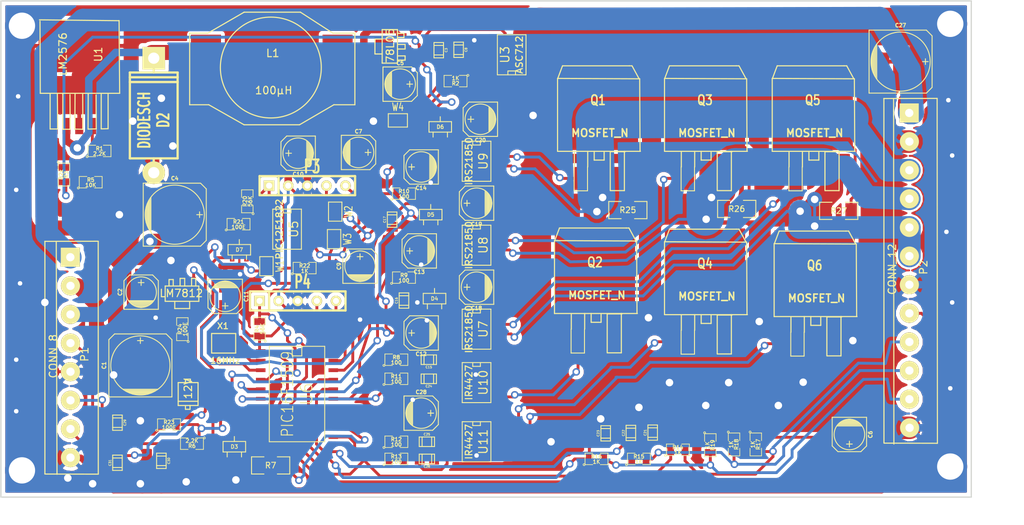
<source format=kicad_pcb>
(kicad_pcb (version 3) (host pcbnew "(2013-jul-07)-stable")
  (layers (15 F.Cu signal) (0 B.Cu signal) (18 B.Paste user) (19 F.Paste user) (20 B.SilkS user) (21 F.SilkS user) (22 B.Mask user) (23 F.Mask user) (28 Edge.Cuts user))
  (net 0 "")
  (net 1 +12V)
  (net 2 +36V)
  (net 3 "+36V In Inter")
  (net 4 "+36V Out Inter")
  (net 5 "+5V Hall")
  (net 6 "+V Bus")
  (net 7 A)
  (net 8 B)
  (net 9 BIONet)
  (net 10 C)
  (net 11 "GND Bus")
  (net 12 "Hall A")
  (net 13 "Hall B")
  (net 14 "Hall C")
  (net 15 "Hall Motor  A")
  (net 16 "Hall Motor  B")
  (net 17 "Hall Motor  C")
  (net 18 HighA)
  (net 19 HighB)
  (net 20 HighC)
  (net 21 "HighSide A")
  (net 22 "HighSide B")
  (net 23 "HighSide C")
  (net 24 Imot)
  (net 25 LowA)
  (net 26 LowB)
  (net 27 LowC)
  (net 28 "LowSide A")
  (net 29 "LowSide B")
  (net 30 "LowSide C")
  (net 31 N-0000010)
  (net 32 N-0000018)
  (net 33 N-0000020)
  (net 34 N-0000021)
  (net 35 N-0000022)
  (net 36 N-0000025)
  (net 37 N-0000026)
  (net 38 N-0000027)
  (net 39 N-0000029)
  (net 40 N-0000031)
  (net 41 N-0000032)
  (net 42 N-0000033)
  (net 43 N-0000034)
  (net 44 N-0000035)
  (net 45 N-0000036)
  (net 46 N-0000037)
  (net 47 N-0000038)
  (net 48 N-0000039)
  (net 49 N-0000040)
  (net 50 N-0000043)
  (net 51 N-0000044)
  (net 52 N-0000046)
  (net 53 N-0000048)
  (net 54 N-0000055)
  (net 55 N-0000056)
  (net 56 N-0000058)
  (net 57 N-0000059)
  (net 58 N-0000063)
  (net 59 N-000009)
  (net 60 Pedalage)
  (net 61 Vbatt)
  (module sot23 (layer F.Cu) (at 172.7708 132.9944)
    (fp_text reference D3 (at 0 0) (layer F.SilkS) (effects (font (size 0.50038 0.50038) (thickness 0.09906))))
    (fp_text value DIODE hide)
    (pad 1 smd rect (at -0.9525 1.05664) (size 0.59944 1.00076) (layers F.Cu F.Paste F.Mask) (net 9 BIONet))
    (pad 2 smd rect (at 0 -1.05664) (size 0.59944 1.00076) (layers F.Cu F.Paste F.Mask) (net 47 N-0000038))
    (pad 3 smd rect (at 0.9525 1.05664) (size 0.59944 1.00076) (layers F.Cu F.Paste F.Mask))
  )
  (module sot23 (layer F.Cu) (at 199.39 113.284)
    (fp_text reference D4 (at 0 0) (layer F.SilkS) (effects (font (size 0.50038 0.50038) (thickness 0.09906))))
    (fp_text value DIODE hide)
    (pad 1 smd rect (at -0.9525 1.05664) (size 0.59944 1.00076) (layers F.Cu F.Paste F.Mask) (net 1 +12V))
    (pad 2 smd rect (at 0 -1.05664) (size 0.59944 1.00076) (layers F.Cu F.Paste F.Mask) (net 56 N-0000058))
    (pad 3 smd rect (at 0.9525 1.05664) (size 0.59944 1.00076) (layers F.Cu F.Paste F.Mask))
  )
  (module sot23 (layer F.Cu) (at 200.152 90.424)
    (fp_text reference D6 (at 0 0) (layer F.SilkS) (effects (font (size 0.50038 0.50038) (thickness 0.09906))))
    (fp_text value DIODE hide)
    (pad 1 smd rect (at -0.9525 1.05664) (size 0.59944 1.00076) (layers F.Cu F.Paste F.Mask) (net 1 +12V))
    (pad 2 smd rect (at 0 -1.05664) (size 0.59944 1.00076) (layers F.Cu F.Paste F.Mask) (net 51 N-0000044))
    (pad 3 smd rect (at 0.9525 1.05664) (size 0.59944 1.00076) (layers F.Cu F.Paste F.Mask))
  )
  (module sot23 (layer F.Cu) (at 173.4312 106.7816)
    (fp_text reference D7 (at 0 0) (layer F.SilkS) (effects (font (size 0.50038 0.50038) (thickness 0.09906))))
    (fp_text value DIODE hide)
    (pad 1 smd rect (at -0.9525 1.05664) (size 0.59944 1.00076) (layers F.Cu F.Paste F.Mask) (net 9 BIONet))
    (pad 2 smd rect (at 0 -1.05664) (size 0.59944 1.00076) (layers F.Cu F.Paste F.Mask) (net 33 N-0000020))
    (pad 3 smd rect (at 0.9525 1.05664) (size 0.59944 1.00076) (layers F.Cu F.Paste F.Mask))
  )
  (module sot23 (layer F.Cu) (at 198.882 102.108)
    (fp_text reference D5 (at 0 0) (layer F.SilkS) (effects (font (size 0.50038 0.50038) (thickness 0.09906))))
    (fp_text value DIODE hide)
    (pad 1 smd rect (at -0.9525 1.05664) (size 0.59944 1.00076) (layers F.Cu F.Paste F.Mask) (net 1 +12V))
    (pad 2 smd rect (at 0 -1.05664) (size 0.59944 1.00076) (layers F.Cu F.Paste F.Mask) (net 57 N-0000059))
    (pad 3 smd rect (at 0.9525 1.05664) (size 0.59944 1.00076) (layers F.Cu F.Paste F.Mask))
  )
  (module SOD123-diode (layer F.Cu) (at 166.624 125.984 90)
    (fp_text reference D1 hide)
    (fp_text value 12V (at 0.7112 0 90) (layer F.SilkS))
    (pad 1 smd rect (at 1.5 0 90) (size 1 1) (layers F.Cu F.Paste F.Mask) (net 54 N-0000055))
    (pad 2 smd rect (at -1.5 0 90) (size 1 1) (layers F.Cu F.Paste F.Mask) (net 3 "+36V In Inter"))
  )
  (module SO8E (layer F.Cu) (at 204.978 106.172 270)
    (fp_text reference U8 (at 0 -0.889 270) (layer F.SilkS) (effects (font (size 1.143 1.143) (thickness 0.1524))))
    (fp_text value IRS21850 (at 0 1.016 270) (layer F.SilkS) (effects (font (size 0.889 0.889) (thickness 0.1524))))
    (pad 8 smd rect (at -1.905 -2.667 270) (size 0.59944 1.39954) (layers F.Cu F.Paste F.Mask) (net 57 N-0000059))
    (pad 1 smd rect (at -1.905 2.667 270) (size 0.59944 1.39954) (layers F.Cu F.Paste F.Mask) (net 1 +12V))
    (pad 7 smd rect (at -0.635 -2.667 270) (size 0.59944 1.39954) (layers F.Cu F.Paste F.Mask) (net 19 HighB))
    (pad 6 smd rect (at 0.635 -2.667 270) (size 0.59944 1.39954) (layers F.Cu F.Paste F.Mask) (net 8 B))
    (pad 5 smd rect (at 1.905 -2.667 270) (size 0.59944 1.39954) (layers F.Cu F.Paste F.Mask))
    (pad 2 smd rect (at -0.635 2.667 270) (size 0.59944 1.39954) (layers F.Cu F.Paste F.Mask) (net 58 N-0000063))
    (pad 3 smd rect (at 0.635 2.667 270) (size 0.59944 1.39954) (layers F.Cu F.Paste F.Mask))
    (pad 4 smd rect (at 1.905 2.667 270) (size 0.59944 1.39954) (layers F.Cu F.Paste F.Mask) (net 11 "GND Bus"))
  )
  (module SO8E (layer F.Cu) (at 204.978 117.348 270)
    (fp_text reference U7 (at 0 -0.889 270) (layer F.SilkS) (effects (font (size 1.143 1.143) (thickness 0.1524))))
    (fp_text value IRS21850 (at 0 1.016 270) (layer F.SilkS) (effects (font (size 0.889 0.889) (thickness 0.1524))))
    (pad 8 smd rect (at -1.905 -2.667 270) (size 0.59944 1.39954) (layers F.Cu F.Paste F.Mask) (net 56 N-0000058))
    (pad 1 smd rect (at -1.905 2.667 270) (size 0.59944 1.39954) (layers F.Cu F.Paste F.Mask) (net 1 +12V))
    (pad 7 smd rect (at -0.635 -2.667 270) (size 0.59944 1.39954) (layers F.Cu F.Paste F.Mask) (net 20 HighC))
    (pad 6 smd rect (at 0.635 -2.667 270) (size 0.59944 1.39954) (layers F.Cu F.Paste F.Mask) (net 10 C))
    (pad 5 smd rect (at 1.905 -2.667 270) (size 0.59944 1.39954) (layers F.Cu F.Paste F.Mask))
    (pad 2 smd rect (at -0.635 2.667 270) (size 0.59944 1.39954) (layers F.Cu F.Paste F.Mask) (net 55 N-0000056))
    (pad 3 smd rect (at 0.635 2.667 270) (size 0.59944 1.39954) (layers F.Cu F.Paste F.Mask))
    (pad 4 smd rect (at 1.905 2.667 270) (size 0.59944 1.39954) (layers F.Cu F.Paste F.Mask) (net 11 "GND Bus"))
  )
  (module SO8E (layer F.Cu) (at 204.978 132.334 270)
    (fp_text reference U11 (at 0 -0.889 270) (layer F.SilkS) (effects (font (size 1.143 1.143) (thickness 0.1524))))
    (fp_text value IR4427 (at 0 1.016 270) (layer F.SilkS) (effects (font (size 0.889 0.889) (thickness 0.1524))))
    (pad 8 smd rect (at -1.905 -2.667 270) (size 0.59944 1.39954) (layers F.Cu F.Paste F.Mask))
    (pad 1 smd rect (at -1.905 2.667 270) (size 0.59944 1.39954) (layers F.Cu F.Paste F.Mask))
    (pad 7 smd rect (at -0.635 -2.667 270) (size 0.59944 1.39954) (layers F.Cu F.Paste F.Mask) (net 26 LowB))
    (pad 6 smd rect (at 0.635 -2.667 270) (size 0.59944 1.39954) (layers F.Cu F.Paste F.Mask) (net 1 +12V))
    (pad 5 smd rect (at 1.905 -2.667 270) (size 0.59944 1.39954) (layers F.Cu F.Paste F.Mask) (net 27 LowC))
    (pad 2 smd rect (at -0.635 2.667 270) (size 0.59944 1.39954) (layers F.Cu F.Paste F.Mask) (net 34 N-0000021))
    (pad 3 smd rect (at 0.635 2.667 270) (size 0.59944 1.39954) (layers F.Cu F.Paste F.Mask) (net 11 "GND Bus"))
    (pad 4 smd rect (at 1.905 2.667 270) (size 0.59944 1.39954) (layers F.Cu F.Paste F.Mask) (net 35 N-0000022))
  )
  (module SO8E (layer F.Cu) (at 179.7812 104.0384 270)
    (fp_text reference U5 (at 0 -0.889 270) (layer F.SilkS) (effects (font (size 1.143 1.143) (thickness 0.1524))))
    (fp_text value PIC12F1822 (at 0 1.016 270) (layer F.SilkS) (effects (font (size 0.889 0.889) (thickness 0.1524))))
    (pad 8 smd rect (at -1.905 -2.667 270) (size 0.59944 1.39954) (layers F.Cu F.Paste F.Mask) (net 11 "GND Bus"))
    (pad 1 smd rect (at -1.905 2.667 270) (size 0.59944 1.39954) (layers F.Cu F.Paste F.Mask) (net 5 "+5V Hall"))
    (pad 7 smd rect (at -0.635 -2.667 270) (size 0.59944 1.39954) (layers F.Cu F.Paste F.Mask) (net 41 N-0000032))
    (pad 6 smd rect (at 0.635 -2.667 270) (size 0.59944 1.39954) (layers F.Cu F.Paste F.Mask) (net 40 N-0000031))
    (pad 5 smd rect (at 1.905 -2.667 270) (size 0.59944 1.39954) (layers F.Cu F.Paste F.Mask) (net 24 Imot))
    (pad 2 smd rect (at -0.635 2.667 270) (size 0.59944 1.39954) (layers F.Cu F.Paste F.Mask) (net 42 N-0000033))
    (pad 3 smd rect (at 0.635 2.667 270) (size 0.59944 1.39954) (layers F.Cu F.Paste F.Mask) (net 33 N-0000020))
    (pad 4 smd rect (at 1.905 2.667 270) (size 0.59944 1.39954) (layers F.Cu F.Paste F.Mask) (net 39 N-0000029))
  )
  (module SO8E (layer F.Cu) (at 209.6516 80.8228 90)
    (fp_text reference U3 (at 0 -0.889 90) (layer F.SilkS) (effects (font (size 1.143 1.143) (thickness 0.1524))))
    (fp_text value ASC712 (at 0 1.016 90) (layer F.SilkS) (effects (font (size 0.889 0.889) (thickness 0.1524))))
    (pad 8 smd rect (at -1.905 -2.667 90) (size 0.59944 1.39954) (layers F.Cu F.Paste F.Mask) (net 5 "+5V Hall"))
    (pad 1 smd rect (at -1.905 2.667 90) (size 0.59944 1.39954) (layers F.Cu F.Paste F.Mask) (net 2 +36V))
    (pad 7 smd rect (at -0.635 -2.667 90) (size 0.59944 1.39954) (layers F.Cu F.Paste F.Mask) (net 32 N-0000018))
    (pad 6 smd rect (at 0.635 -2.667 90) (size 0.59944 1.39954) (layers F.Cu F.Paste F.Mask) (net 52 N-0000046))
    (pad 5 smd rect (at 1.905 -2.667 90) (size 0.59944 1.39954) (layers F.Cu F.Paste F.Mask) (net 11 "GND Bus"))
    (pad 2 smd rect (at -0.635 2.667 90) (size 0.59944 1.39954) (layers F.Cu F.Paste F.Mask) (net 2 +36V))
    (pad 3 smd rect (at 0.635 2.667 90) (size 0.59944 1.39954) (layers F.Cu F.Paste F.Mask) (net 4 "+36V Out Inter"))
    (pad 4 smd rect (at 1.905 2.667 90) (size 0.59944 1.39954) (layers F.Cu F.Paste F.Mask) (net 4 "+36V Out Inter"))
  )
  (module SO8E (layer F.Cu) (at 204.978 94.996 270)
    (fp_text reference U9 (at 0 -0.889 270) (layer F.SilkS) (effects (font (size 1.143 1.143) (thickness 0.1524))))
    (fp_text value IRS21850 (at 0 1.016 270) (layer F.SilkS) (effects (font (size 0.889 0.889) (thickness 0.1524))))
    (pad 8 smd rect (at -1.905 -2.667 270) (size 0.59944 1.39954) (layers F.Cu F.Paste F.Mask) (net 51 N-0000044))
    (pad 1 smd rect (at -1.905 2.667 270) (size 0.59944 1.39954) (layers F.Cu F.Paste F.Mask) (net 1 +12V))
    (pad 7 smd rect (at -0.635 -2.667 270) (size 0.59944 1.39954) (layers F.Cu F.Paste F.Mask) (net 18 HighA))
    (pad 6 smd rect (at 0.635 -2.667 270) (size 0.59944 1.39954) (layers F.Cu F.Paste F.Mask) (net 7 A))
    (pad 5 smd rect (at 1.905 -2.667 270) (size 0.59944 1.39954) (layers F.Cu F.Paste F.Mask))
    (pad 2 smd rect (at -0.635 2.667 270) (size 0.59944 1.39954) (layers F.Cu F.Paste F.Mask) (net 50 N-0000043))
    (pad 3 smd rect (at 0.635 2.667 270) (size 0.59944 1.39954) (layers F.Cu F.Paste F.Mask))
    (pad 4 smd rect (at 1.905 2.667 270) (size 0.59944 1.39954) (layers F.Cu F.Paste F.Mask) (net 11 "GND Bus"))
  )
  (module SO8E (layer F.Cu) (at 204.978 124.46 270)
    (fp_text reference U10 (at 0 -0.889 270) (layer F.SilkS) (effects (font (size 1.143 1.143) (thickness 0.1524))))
    (fp_text value IR4427 (at 0 1.016 270) (layer F.SilkS) (effects (font (size 0.889 0.889) (thickness 0.1524))))
    (pad 8 smd rect (at -1.905 -2.667 270) (size 0.59944 1.39954) (layers F.Cu F.Paste F.Mask))
    (pad 1 smd rect (at -1.905 2.667 270) (size 0.59944 1.39954) (layers F.Cu F.Paste F.Mask))
    (pad 7 smd rect (at -0.635 -2.667 270) (size 0.59944 1.39954) (layers F.Cu F.Paste F.Mask))
    (pad 6 smd rect (at 0.635 -2.667 270) (size 0.59944 1.39954) (layers F.Cu F.Paste F.Mask) (net 1 +12V))
    (pad 5 smd rect (at 1.905 -2.667 270) (size 0.59944 1.39954) (layers F.Cu F.Paste F.Mask) (net 25 LowA))
    (pad 2 smd rect (at -0.635 2.667 270) (size 0.59944 1.39954) (layers F.Cu F.Paste F.Mask) (net 11 "GND Bus"))
    (pad 3 smd rect (at 0.635 2.667 270) (size 0.59944 1.39954) (layers F.Cu F.Paste F.Mask) (net 11 "GND Bus"))
    (pad 4 smd rect (at 1.905 2.667 270) (size 0.59944 1.39954) (layers F.Cu F.Paste F.Mask) (net 49 N-0000040))
  )
  (module SO20L (layer F.Cu) (at 181.102 125.984 270)
    (fp_text reference U6 (at 0 -1.27 270) (layer F.SilkS) (effects (font (size 1.524 1.524) (thickness 0.127))))
    (fp_text value PIC16F1509 (at 0 1.27 270) (layer F.SilkS) (effects (font (size 1.524 1.27) (thickness 0.127))))
    (pad 11 smd rect (at 5.715 -4.826 270) (size 0.508 1.27) (layers F.Cu F.Paste F.Mask) (net 12 "Hall A"))
    (pad 12 smd rect (at 4.445 -4.826 270) (size 0.508 1.27) (layers F.Cu F.Paste F.Mask) (net 48 N-0000039))
    (pad 13 smd rect (at 3.175 -4.826 270) (size 0.508 1.27) (layers F.Cu F.Paste F.Mask) (net 30 "LowSide C"))
    (pad 14 smd rect (at 1.905 -4.826 270) (size 0.508 1.27) (layers F.Cu F.Paste F.Mask) (net 29 "LowSide B"))
    (pad 15 smd rect (at 0.635 -4.826 270) (size 0.508 1.27) (layers F.Cu F.Paste F.Mask) (net 23 "HighSide C"))
    (pad 16 smd rect (at -0.635 -4.826 270) (size 0.508 1.27) (layers F.Cu F.Paste F.Mask) (net 13 "Hall B"))
    (pad 17 smd rect (at -1.905 -4.826 270) (size 0.508 1.27) (layers F.Cu F.Paste F.Mask) (net 14 "Hall C"))
    (pad 18 smd rect (at -3.175 -4.826 270) (size 0.508 1.27) (layers F.Cu F.Paste F.Mask) (net 31 N-0000010))
    (pad 19 smd rect (at -4.445 -4.826 270) (size 0.508 1.27) (layers F.Cu F.Paste F.Mask) (net 59 N-000009))
    (pad 20 smd rect (at -5.715 -4.826 270) (size 0.508 1.27) (layers F.Cu F.Paste F.Mask) (net 11 "GND Bus"))
    (pad 1 smd rect (at -5.715 4.826 270) (size 0.508 1.27) (layers F.Cu F.Paste F.Mask) (net 5 "+5V Hall"))
    (pad 2 smd rect (at -4.445 4.826 270) (size 0.508 1.27) (layers F.Cu F.Paste F.Mask) (net 46 N-0000037))
    (pad 3 smd rect (at -3.175 4.826 270) (size 0.508 1.27) (layers F.Cu F.Paste F.Mask) (net 53 N-0000048))
    (pad 4 smd rect (at -1.905 4.826 270) (size 0.508 1.27) (layers F.Cu F.Paste F.Mask) (net 45 N-0000036))
    (pad 5 smd rect (at -0.635 4.826 270) (size 0.508 1.27) (layers F.Cu F.Paste F.Mask) (net 21 "HighSide A"))
    (pad 6 smd rect (at 0.635 4.826 270) (size 0.508 1.27) (layers F.Cu F.Paste F.Mask) (net 28 "LowSide A"))
    (pad 7 smd rect (at 1.905 4.826 270) (size 0.508 1.27) (layers F.Cu F.Paste F.Mask) (net 22 "HighSide B"))
    (pad 8 smd rect (at 3.175 4.826 270) (size 0.508 1.27) (layers F.Cu F.Paste F.Mask))
    (pad 9 smd rect (at 4.445 4.826 270) (size 0.508 1.27) (layers F.Cu F.Paste F.Mask))
    (pad 10 smd rect (at 5.715 4.826 270) (size 0.508 1.27) (layers F.Cu F.Paste F.Mask) (net 47 N-0000038))
  )
  (module SM1206 (layer F.Cu) (at 239.5728 101.346 180)
    (fp_text reference R26 (at 0 0 180) (layer F.SilkS) (effects (font (size 0.762 0.762) (thickness 0.127))))
    (fp_text value 4,7K hide)
    (pad 1 smd rect (at -1.651 0 180) (size 1.524 2.032) (layers F.Cu F.Paste F.Mask) (net 2 +36V))
    (pad 2 smd rect (at 1.651 0 180) (size 1.524 2.032) (layers F.Cu F.Paste F.Mask) (net 8 B))
  )
  (module SM1206 (layer F.Cu) (at 253.1364 101.6 180)
    (fp_text reference R27 (at 0 0 180) (layer F.SilkS) (effects (font (size 0.762 0.762) (thickness 0.127))))
    (fp_text value 4,7K hide)
    (pad 1 smd rect (at -1.651 0 180) (size 1.524 2.032) (layers F.Cu F.Paste F.Mask) (net 2 +36V))
    (pad 2 smd rect (at 1.651 0 180) (size 1.524 2.032) (layers F.Cu F.Paste F.Mask) (net 10 C))
  )
  (module SM1206 (layer F.Cu) (at 177.5968 135.4836)
    (fp_text reference R7 (at 0 0) (layer F.SilkS) (effects (font (size 0.762 0.762) (thickness 0.127))))
    (fp_text value 100E hide)
    (pad 1 smd rect (at -1.651 0) (size 1.524 2.032) (layers F.Cu F.Paste F.Mask) (net 9 BIONet))
    (pad 2 smd rect (at 1.651 0) (size 1.524 2.032) (layers F.Cu F.Paste F.Mask) (net 48 N-0000039))
  )
  (module SM1206 (layer F.Cu) (at 225.0948 101.4984 180)
    (fp_text reference R25 (at 0 0 180) (layer F.SilkS) (effects (font (size 0.762 0.762) (thickness 0.127))))
    (fp_text value 4,7K hide)
    (pad 1 smd rect (at -1.651 0 180) (size 1.524 2.032) (layers F.Cu F.Paste F.Mask) (net 2 +36V))
    (pad 2 smd rect (at 1.651 0 180) (size 1.524 2.032) (layers F.Cu F.Paste F.Mask) (net 7 A))
  )
  (module SM0805 (layer F.Cu) (at 220.9292 134.62)
    (fp_text reference R16 (at 0 -0.3175) (layer F.SilkS) (effects (font (size 0.50038 0.50038) (thickness 0.10922))))
    (fp_text value 1K (at 0 0.381) (layer F.SilkS) (effects (font (size 0.50038 0.50038) (thickness 0.10922))))
    (pad 1 smd rect (at -0.9525 0) (size 0.889 1.397) (layers F.Cu F.Paste F.Mask) (net 14 "Hall C"))
    (pad 2 smd rect (at 0.9525 0) (size 0.889 1.397) (layers F.Cu F.Paste F.Mask) (net 17 "Hall Motor  C"))
  )
  (module SM0805 (layer F.Cu) (at 236.0676 132.7912 270)
    (fp_text reference R19 (at 0 -0.3175 270) (layer F.SilkS) (effects (font (size 0.50038 0.50038) (thickness 0.10922))))
    (fp_text value 1K (at 0 0.381 270) (layer F.SilkS) (effects (font (size 0.50038 0.50038) (thickness 0.10922))))
    (pad 1 smd rect (at -0.9525 0 270) (size 0.889 1.397) (layers F.Cu F.Paste F.Mask) (net 5 "+5V Hall"))
    (pad 2 smd rect (at 0.9525 0 270) (size 0.889 1.397) (layers F.Cu F.Paste F.Mask) (net 17 "Hall Motor  C"))
  )
  (module SM0805 (layer F.Cu) (at 231.7496 133.4008)
    (fp_text reference R14 (at 0 -0.3175) (layer F.SilkS) (effects (font (size 0.50038 0.50038) (thickness 0.10922))))
    (fp_text value 1K (at 0 0.381) (layer F.SilkS) (effects (font (size 0.50038 0.50038) (thickness 0.10922))))
    (pad 1 smd rect (at -0.9525 0) (size 0.889 1.397) (layers F.Cu F.Paste F.Mask) (net 12 "Hall A"))
    (pad 2 smd rect (at 0.9525 0) (size 0.889 1.397) (layers F.Cu F.Paste F.Mask) (net 15 "Hall Motor  A"))
  )
  (module SM0805 (layer F.Cu) (at 195.326 99.314)
    (fp_text reference R10 (at 0 -0.3175) (layer F.SilkS) (effects (font (size 0.50038 0.50038) (thickness 0.10922))))
    (fp_text value 100 (at 0 0.381) (layer F.SilkS) (effects (font (size 0.50038 0.50038) (thickness 0.10922))))
    (pad 1 smd rect (at -0.9525 0) (size 0.889 1.397) (layers F.Cu F.Paste F.Mask) (net 21 "HighSide A"))
    (pad 2 smd rect (at 0.9525 0) (size 0.889 1.397) (layers F.Cu F.Paste F.Mask) (net 50 N-0000043))
  )
  (module SM0805 (layer F.Cu) (at 242.1128 132.6896 270)
    (fp_text reference R17 (at 0 -0.3175 270) (layer F.SilkS) (effects (font (size 0.50038 0.50038) (thickness 0.10922))))
    (fp_text value 1K (at 0 0.381 270) (layer F.SilkS) (effects (font (size 0.50038 0.50038) (thickness 0.10922))))
    (pad 1 smd rect (at -0.9525 0 270) (size 0.889 1.397) (layers F.Cu F.Paste F.Mask) (net 5 "+5V Hall"))
    (pad 2 smd rect (at 0.9525 0 270) (size 0.889 1.397) (layers F.Cu F.Paste F.Mask) (net 15 "Hall Motor  A"))
  )
  (module SM0805 (layer F.Cu) (at 239.2172 132.6896 270)
    (fp_text reference R18 (at 0 -0.3175 270) (layer F.SilkS) (effects (font (size 0.50038 0.50038) (thickness 0.10922))))
    (fp_text value 1K (at 0 0.381 270) (layer F.SilkS) (effects (font (size 0.50038 0.50038) (thickness 0.10922))))
    (pad 1 smd rect (at -0.9525 0 270) (size 0.889 1.397) (layers F.Cu F.Paste F.Mask) (net 5 "+5V Hall"))
    (pad 2 smd rect (at 0.9525 0 270) (size 0.889 1.397) (layers F.Cu F.Paste F.Mask) (net 16 "Hall Motor  B"))
  )
  (module SM0805 (layer F.Cu) (at 195.326 110.49)
    (fp_text reference R9 (at 0 -0.3175) (layer F.SilkS) (effects (font (size 0.50038 0.50038) (thickness 0.10922))))
    (fp_text value 100 (at 0 0.381) (layer F.SilkS) (effects (font (size 0.50038 0.50038) (thickness 0.10922))))
    (pad 1 smd rect (at -0.9525 0) (size 0.889 1.397) (layers F.Cu F.Paste F.Mask) (net 22 "HighSide B"))
    (pad 2 smd rect (at 0.9525 0) (size 0.889 1.397) (layers F.Cu F.Paste F.Mask) (net 58 N-0000063))
  )
  (module SM0805 (layer F.Cu) (at 194.31 132.334)
    (fp_text reference R12 (at 0 -0.3175) (layer F.SilkS) (effects (font (size 0.50038 0.50038) (thickness 0.10922))))
    (fp_text value 100 (at 0 0.381) (layer F.SilkS) (effects (font (size 0.50038 0.50038) (thickness 0.10922))))
    (pad 1 smd rect (at -0.9525 0) (size 0.889 1.397) (layers F.Cu F.Paste F.Mask) (net 29 "LowSide B"))
    (pad 2 smd rect (at 0.9525 0) (size 0.889 1.397) (layers F.Cu F.Paste F.Mask) (net 34 N-0000021))
  )
  (module SM0805 (layer F.Cu) (at 226.568 134.62)
    (fp_text reference R15 (at 0 -0.3175) (layer F.SilkS) (effects (font (size 0.50038 0.50038) (thickness 0.10922))))
    (fp_text value 1K (at 0 0.381) (layer F.SilkS) (effects (font (size 0.50038 0.50038) (thickness 0.10922))))
    (pad 1 smd rect (at -0.9525 0) (size 0.889 1.397) (layers F.Cu F.Paste F.Mask) (net 13 "Hall B"))
    (pad 2 smd rect (at 0.9525 0) (size 0.889 1.397) (layers F.Cu F.Paste F.Mask) (net 16 "Hall Motor  B"))
  )
  (module SM0805 (layer F.Cu) (at 194.31 121.412)
    (fp_text reference R8 (at 0 -0.3175) (layer F.SilkS) (effects (font (size 0.50038 0.50038) (thickness 0.10922))))
    (fp_text value 100 (at 0 0.381) (layer F.SilkS) (effects (font (size 0.50038 0.50038) (thickness 0.10922))))
    (pad 1 smd rect (at -0.9525 0) (size 0.889 1.397) (layers F.Cu F.Paste F.Mask) (net 23 "HighSide C"))
    (pad 2 smd rect (at 0.9525 0) (size 0.889 1.397) (layers F.Cu F.Paste F.Mask) (net 55 N-0000056))
  )
  (module SM0805 (layer F.Cu) (at 194.31 134.62)
    (fp_text reference R13 (at 0 -0.3175) (layer F.SilkS) (effects (font (size 0.50038 0.50038) (thickness 0.10922))))
    (fp_text value 100 (at 0 0.381) (layer F.SilkS) (effects (font (size 0.50038 0.50038) (thickness 0.10922))))
    (pad 1 smd rect (at -0.9525 0) (size 0.889 1.397) (layers F.Cu F.Paste F.Mask) (net 30 "LowSide C"))
    (pad 2 smd rect (at 0.9525 0) (size 0.889 1.397) (layers F.Cu F.Paste F.Mask) (net 35 N-0000022))
  )
  (module SM0805 (layer F.Cu) (at 194.31 123.952)
    (fp_text reference R11 (at 0 -0.3175) (layer F.SilkS) (effects (font (size 0.50038 0.50038) (thickness 0.10922))))
    (fp_text value 100 (at 0 0.381) (layer F.SilkS) (effects (font (size 0.50038 0.50038) (thickness 0.10922))))
    (pad 1 smd rect (at -0.9525 0) (size 0.889 1.397) (layers F.Cu F.Paste F.Mask) (net 28 "LowSide A"))
    (pad 2 smd rect (at 0.9525 0) (size 0.889 1.397) (layers F.Cu F.Paste F.Mask) (net 49 N-0000040))
  )
  (module SM0805 (layer F.Cu) (at 182.118 109.22)
    (fp_text reference R22 (at 0 -0.3175) (layer F.SilkS) (effects (font (size 0.50038 0.50038) (thickness 0.10922))))
    (fp_text value 1K (at 0 0.381) (layer F.SilkS) (effects (font (size 0.50038 0.50038) (thickness 0.10922))))
    (pad 1 smd rect (at -0.9525 0) (size 0.889 1.397) (layers F.Cu F.Paste F.Mask) (net 36 N-0000025))
    (pad 2 smd rect (at 0.9525 0) (size 0.889 1.397) (layers F.Cu F.Paste F.Mask) (net 5 "+5V Hall"))
  )
  (module SM0805 (layer F.Cu) (at 202.184 84.328 180)
    (fp_text reference R2 (at 0 -0.3175 180) (layer F.SilkS) (effects (font (size 0.50038 0.50038) (thickness 0.10922))))
    (fp_text value 1K (at 0 0.381 180) (layer F.SilkS) (effects (font (size 0.50038 0.50038) (thickness 0.10922))))
    (pad 1 smd rect (at -0.9525 0 180) (size 0.889 1.397) (layers F.Cu F.Paste F.Mask) (net 32 N-0000018))
    (pad 2 smd rect (at 0.9525 0 180) (size 0.889 1.397) (layers F.Cu F.Paste F.Mask) (net 24 Imot))
  )
  (module SM0805 (layer F.Cu) (at 173.3296 103.378)
    (fp_text reference R21 (at 0 -0.3175) (layer F.SilkS) (effects (font (size 0.50038 0.50038) (thickness 0.10922))))
    (fp_text value 100E (at 0 0.381) (layer F.SilkS) (effects (font (size 0.50038 0.50038) (thickness 0.10922))))
    (pad 1 smd rect (at -0.9525 0) (size 0.889 1.397) (layers F.Cu F.Paste F.Mask) (net 9 BIONet))
    (pad 2 smd rect (at 0.9525 0) (size 0.889 1.397) (layers F.Cu F.Paste F.Mask) (net 42 N-0000033))
  )
  (module SM0805 (layer F.Cu) (at 174.498 100.33 90)
    (fp_text reference R20 (at 0 -0.3175 90) (layer F.SilkS) (effects (font (size 0.50038 0.50038) (thickness 0.10922))))
    (fp_text value 56K (at 0 0.381 90) (layer F.SilkS) (effects (font (size 0.50038 0.50038) (thickness 0.10922))))
    (pad 1 smd rect (at -0.9525 0 90) (size 0.889 1.397) (layers F.Cu F.Paste F.Mask) (net 5 "+5V Hall"))
    (pad 2 smd rect (at 0.9525 0 90) (size 0.889 1.397) (layers F.Cu F.Paste F.Mask) (net 39 N-0000029))
  )
  (module SM0805 (layer F.Cu) (at 176.1236 117.2972 90)
    (fp_text reference R4 (at 0 -0.3175 90) (layer F.SilkS) (effects (font (size 0.50038 0.50038) (thickness 0.10922))))
    (fp_text value 56K (at 0 0.381 90) (layer F.SilkS) (effects (font (size 0.50038 0.50038) (thickness 0.10922))))
    (pad 1 smd rect (at -0.9525 0 90) (size 0.889 1.397) (layers F.Cu F.Paste F.Mask) (net 5 "+5V Hall"))
    (pad 2 smd rect (at 0.9525 0 90) (size 0.889 1.397) (layers F.Cu F.Paste F.Mask) (net 45 N-0000036))
  )
  (module SM0805 (layer F.Cu) (at 167.132 132.588 180)
    (fp_text reference R6 (at 0 -0.3175 180) (layer F.SilkS) (effects (font (size 0.50038 0.50038) (thickness 0.10922))))
    (fp_text value 2,2K (at 0 0.381 180) (layer F.SilkS) (effects (font (size 0.50038 0.50038) (thickness 0.10922))))
    (pad 1 smd rect (at -0.9525 0 180) (size 0.889 1.397) (layers F.Cu F.Paste F.Mask) (net 5 "+5V Hall"))
    (pad 2 smd rect (at 0.9525 0 180) (size 0.889 1.397) (layers F.Cu F.Paste F.Mask) (net 9 BIONet))
  )
  (module SM0805 (layer F.Cu) (at 153.67 97.79)
    (fp_text reference R5 (at 0 -0.3175) (layer F.SilkS) (effects (font (size 0.50038 0.50038) (thickness 0.10922))))
    (fp_text value 10K (at 0 0.381) (layer F.SilkS) (effects (font (size 0.50038 0.50038) (thickness 0.10922))))
    (pad 1 smd rect (at -0.9525 0) (size 0.889 1.397) (layers F.Cu F.Paste F.Mask) (net 61 Vbatt))
    (pad 2 smd rect (at 0.9525 0) (size 0.889 1.397) (layers F.Cu F.Paste F.Mask) (net 11 "GND Bus"))
  )
  (module SM0805 (layer F.Cu) (at 150.114 96.774 270)
    (fp_text reference R3 (at 0 -0.3175 270) (layer F.SilkS) (effects (font (size 0.50038 0.50038) (thickness 0.10922))))
    (fp_text value 82k (at 0 0.381 270) (layer F.SilkS) (effects (font (size 0.50038 0.50038) (thickness 0.10922))))
    (pad 1 smd rect (at -0.9525 0 270) (size 0.889 1.397) (layers F.Cu F.Paste F.Mask) (net 3 "+36V In Inter"))
    (pad 2 smd rect (at 0.9525 0 270) (size 0.889 1.397) (layers F.Cu F.Paste F.Mask) (net 61 Vbatt))
  )
  (module SM0805 (layer F.Cu) (at 154.8384 93.6244)
    (fp_text reference R1 (at 0 -0.3175) (layer F.SilkS) (effects (font (size 0.50038 0.50038) (thickness 0.10922))))
    (fp_text value 2,2K (at 0 0.381) (layer F.SilkS) (effects (font (size 0.50038 0.50038) (thickness 0.10922))))
    (pad 1 smd rect (at -0.9525 0) (size 0.889 1.397) (layers F.Cu F.Paste F.Mask) (net 44 N-0000035))
    (pad 2 smd rect (at 0.9525 0) (size 0.889 1.397) (layers F.Cu F.Paste F.Mask) (net 6 "+V Bus"))
  )
  (module SIL-5 (layer F.Cu) (at 182.4736 113.5888)
    (fp_text reference P4 (at -0.635 -2.54) (layer F.SilkS) (effects (font (size 1.72974 1.08712) (thickness 0.3048))))
    (fp_text value CONN_5 hide)
    (pad 1 thru_hole rect (at -6.35 0) (size 1.397 1.397) (drill 0.8128) (layers *.Cu *.Mask F.SilkS) (net 45 N-0000036))
    (pad 2 thru_hole circle (at -3.81 0) (size 1.397 1.397) (drill 0.8128) (layers *.Cu *.Mask F.SilkS) (net 5 "+5V Hall"))
    (pad 3 thru_hole circle (at -1.27 0) (size 1.397 1.397) (drill 0.8128) (layers *.Cu *.Mask F.SilkS) (net 11 "GND Bus"))
    (pad 4 thru_hole circle (at 1.27 0) (size 1.397 1.397) (drill 0.8128) (layers *.Cu *.Mask F.SilkS) (net 59 N-000009))
    (pad 5 thru_hole circle (at 3.81 0) (size 1.397 1.397) (drill 0.8128) (layers *.Cu *.Mask F.SilkS) (net 31 N-0000010))
  )
  (module SIL-5 (layer F.Cu) (at 183.7436 98.2472)
    (fp_text reference P3 (at -0.635 -2.54) (layer F.SilkS) (effects (font (size 1.72974 1.08712) (thickness 0.3048))))
    (fp_text value CONN_5 hide)
    (pad 1 thru_hole rect (at -6.35 0) (size 1.397 1.397) (drill 0.8128) (layers *.Cu *.Mask F.SilkS) (net 39 N-0000029))
    (pad 2 thru_hole circle (at -3.81 0) (size 1.397 1.397) (drill 0.8128) (layers *.Cu *.Mask F.SilkS) (net 5 "+5V Hall"))
    (pad 3 thru_hole circle (at -1.27 0) (size 1.397 1.397) (drill 0.8128) (layers *.Cu *.Mask F.SilkS) (net 11 "GND Bus"))
    (pad 4 thru_hole circle (at 1.27 0) (size 1.397 1.397) (drill 0.8128) (layers *.Cu *.Mask F.SilkS) (net 41 N-0000032))
    (pad 5 thru_hole circle (at 3.81 0) (size 1.397 1.397) (drill 0.8128) (layers *.Cu *.Mask F.SilkS) (net 40 N-0000031))
  )
  (module Self100mH (layer F.Cu) (at 177.7492 82.6516 180)
    (fp_text reference L1 (at -0.127 2.032 180) (layer F.SilkS))
    (fp_text value 100µH (at -0.254 -2.921 180) (layer F.SilkS))
    (pad 1 smd rect (at 8.75 0 180) (size 4 9) (layers F.Cu F.Paste F.Mask) (net 43 N-0000034))
    (pad 2 smd rect (at -8.75 0 180) (size 4 9) (layers F.Cu F.Paste F.Mask) (net 6 "+V Bus"))
  )
  (module MosGDS (layer F.Cu) (at 220.726 118.872)
    (fp_text reference Q2 (at 0 -10.414) (layer F.SilkS) (effects (font (size 1.27 1.016) (thickness 0.2032))))
    (fp_text value MOSFET_N (at 0.254 -6.0452) (layer F.SilkS) (effects (font (size 1.016 1.016) (thickness 0.2032))))
    (pad G smd rect (at -2.254 0) (size 2 3.048) (layers F.Cu F.Paste F.Mask) (net 25 LowA))
    (pad D smd rect (at 0 -9.43) (size 10.67 11.3) (layers F.Cu F.Paste F.Mask) (net 7 A))
    (pad S smd rect (at 2.54 0) (size 2 3.048) (layers F.Cu F.Paste F.Mask) (net 11 "GND Bus"))
  )
  (module MosGDS (layer F.Cu) (at 249.682 97.282)
    (fp_text reference Q5 (at 0 -10.414) (layer F.SilkS) (effects (font (size 1.27 1.016) (thickness 0.2032))))
    (fp_text value MOSFET_N (at 0.254 -6.0452) (layer F.SilkS) (effects (font (size 1.016 1.016) (thickness 0.2032))))
    (pad G smd rect (at -2.254 0) (size 2 3.048) (layers F.Cu F.Paste F.Mask) (net 20 HighC))
    (pad D smd rect (at 0 -9.43) (size 10.67 11.3) (layers F.Cu F.Paste F.Mask) (net 2 +36V))
    (pad S smd rect (at 2.54 0) (size 2 3.048) (layers F.Cu F.Paste F.Mask) (net 10 C))
  )
  (module MosGDS (layer F.Cu) (at 235.3564 97.282)
    (fp_text reference Q3 (at 0 -10.414) (layer F.SilkS) (effects (font (size 1.27 1.016) (thickness 0.2032))))
    (fp_text value MOSFET_N (at 0.254 -6.0452) (layer F.SilkS) (effects (font (size 1.016 1.016) (thickness 0.2032))))
    (pad G smd rect (at -2.254 0) (size 2 3.048) (layers F.Cu F.Paste F.Mask) (net 19 HighB))
    (pad D smd rect (at 0 -9.43) (size 10.67 11.3) (layers F.Cu F.Paste F.Mask) (net 2 +36V))
    (pad S smd rect (at 2.54 0) (size 2 3.048) (layers F.Cu F.Paste F.Mask) (net 8 B))
  )
  (module MosGDS (layer F.Cu) (at 221.1324 97.282)
    (fp_text reference Q1 (at 0 -10.414) (layer F.SilkS) (effects (font (size 1.27 1.016) (thickness 0.2032))))
    (fp_text value MOSFET_N (at 0.254 -6.0452) (layer F.SilkS) (effects (font (size 1.016 1.016) (thickness 0.2032))))
    (pad G smd rect (at -2.254 0) (size 2 3.048) (layers F.Cu F.Paste F.Mask) (net 18 HighA))
    (pad D smd rect (at 0 -9.43) (size 10.67 11.3) (layers F.Cu F.Paste F.Mask) (net 2 +36V))
    (pad S smd rect (at 2.54 0) (size 2 3.048) (layers F.Cu F.Paste F.Mask) (net 7 A))
  )
  (module MosGDS (layer F.Cu) (at 249.936 119.2784)
    (fp_text reference Q6 (at 0 -10.414) (layer F.SilkS) (effects (font (size 1.27 1.016) (thickness 0.2032))))
    (fp_text value MOSFET_N (at 0.254 -6.0452) (layer F.SilkS) (effects (font (size 1.016 1.016) (thickness 0.2032))))
    (pad G smd rect (at -2.254 0) (size 2 3.048) (layers F.Cu F.Paste F.Mask) (net 27 LowC))
    (pad D smd rect (at 0 -9.43) (size 10.67 11.3) (layers F.Cu F.Paste F.Mask) (net 10 C))
    (pad S smd rect (at 2.54 0) (size 2 3.048) (layers F.Cu F.Paste F.Mask) (net 11 "GND Bus"))
  )
  (module MosGDS (layer F.Cu) (at 235.3564 119.0244)
    (fp_text reference Q4 (at 0 -10.414) (layer F.SilkS) (effects (font (size 1.27 1.016) (thickness 0.2032))))
    (fp_text value MOSFET_N (at 0.254 -6.0452) (layer F.SilkS) (effects (font (size 1.016 1.016) (thickness 0.2032))))
    (pad G smd rect (at -2.254 0) (size 2 3.048) (layers F.Cu F.Paste F.Mask) (net 26 LowB))
    (pad D smd rect (at 0 -9.43) (size 10.67 11.3) (layers F.Cu F.Paste F.Mask) (net 8 B))
    (pad S smd rect (at 2.54 0) (size 2 3.048) (layers F.Cu F.Paste F.Mask) (net 11 "GND Bus"))
  )
  (module LM2576 (layer F.Cu) (at 152.146 83.312 270)
    (fp_text reference U1 (at -2.54 -2.54 270) (layer F.SilkS))
    (fp_text value LM2576 (at -2.5781 2.1717 270) (layer F.SilkS))
    (pad 1 smd rect (at 7 3.4 270) (size 2.16 1.07) (layers F.Cu F.Paste F.Mask) (net 3 "+36V In Inter"))
    (pad 2 smd rect (at 7 1.7 270) (size 2.16 1.07) (layers F.Cu F.Paste F.Mask) (net 43 N-0000034))
    (pad 3 smd rect (at 7 0 270) (size 2.16 1.07) (layers F.Cu F.Paste F.Mask) (net 11 "GND Bus"))
    (pad 4 smd rect (at 7 -1.7 270) (size 2.16 1.07) (layers F.Cu F.Paste F.Mask) (net 44 N-0000035))
    (pad 5 smd rect (at 7 -3.4 270) (size 2.16 1.07) (layers F.Cu F.Paste F.Mask) (net 11 "GND Bus"))
    (pad 3 smd rect (at -3.67 0 270) (size 7 10.8) (layers F.Cu F.Paste F.Mask) (net 11 "GND Bus"))
  )
  (module GS2 (layer F.Cu) (at 186.182 101.7016)
    (fp_text reference W2 (at 1.778 0 90) (layer F.SilkS) (effects (font (size 1.016 0.762) (thickness 0.127))))
    (fp_text value TEST hide)
    (pad 1 smd rect (at 0 -0.635) (size 1.27 0.9652) (layers F.Cu F.Paste F.Mask) (net 41 N-0000032))
    (pad 2 smd rect (at 0 0.635) (size 1.27 0.9652) (layers F.Cu F.Paste F.Mask) (net 61 Vbatt))
  )
  (module GS2 (layer F.Cu) (at 186.0296 105.3592)
    (fp_text reference W3 (at 1.778 0 90) (layer F.SilkS) (effects (font (size 1.016 0.762) (thickness 0.127))))
    (fp_text value TEST hide)
    (pad 1 smd rect (at 0 -0.635) (size 1.27 0.9652) (layers F.Cu F.Paste F.Mask) (net 40 N-0000031))
    (pad 2 smd rect (at 0 0.635) (size 1.27 0.9652) (layers F.Cu F.Paste F.Mask) (net 12 "Hall A"))
  )
  (module GS2 (layer F.Cu) (at 177.038 108.966)
    (fp_text reference W1 (at 1.778 0 90) (layer F.SilkS) (effects (font (size 1.016 0.762) (thickness 0.127))))
    (fp_text value TEST hide)
    (pad 1 smd rect (at 0 -0.635) (size 1.27 0.9652) (layers F.Cu F.Paste F.Mask) (net 39 N-0000029))
    (pad 2 smd rect (at 0 0.635) (size 1.27 0.9652) (layers F.Cu F.Paste F.Mask) (net 36 N-0000025))
  )
  (module D6 (layer F.Cu) (at 162.052 88.9 90)
    (fp_text reference D2 (at -0.635 1.27 90) (layer F.SilkS) (effects (font (size 1.524 1.016) (thickness 0.3048))))
    (fp_text value DIODESCH (at -0.635 -1.27 90) (layer F.SilkS) (effects (font (size 1.524 1.016) (thickness 0.3048))))
    (pad 1 thru_hole circle (at -7.62 0 90) (size 3 3) (drill 1.5) (layers *.Cu *.Mask F.SilkS) (net 11 "GND Bus"))
    (pad 2 thru_hole rect (at 7.62 0 90) (size 3 3) (drill 1.5) (layers *.Cu *.Mask F.SilkS) (net 43 N-0000034))
  )
  (module crystal_FA238-TSX3225 (layer F.Cu) (at 171.3484 119.2276)
    (fp_text reference X1 (at -0.1 -2.3) (layer F.SilkS) (effects (font (size 0.8 0.8))))
    (fp_text value 16MHz (at 0.2 2.3) (layer F.SilkS) (effects (font (size 0.8 0.8))))
    (pad 1 smd rect (at -1.1 0.8) (size 1.4 1.2) (layers F.Cu F.Paste F.Mask) (net 53 N-0000048))
    (pad 3 smd rect (at 1.1 0.8) (size 1.4 1.2) (layers F.Cu F.Paste F.Mask))
    (pad 3 smd rect (at -1.1 -0.8) (size 1.4 1.2) (layers F.Cu F.Paste F.Mask))
    (pad 2 smd rect (at 1.1 -0.8) (size 1.4 1.2) (layers F.Cu F.Paste F.Mask) (net 46 N-0000037))
  )
  (module c_elec_8x10.5 (layer F.Cu) (at 160.274 122.174 90)
    (fp_text reference C1 (at 0 -4.826 90) (layer F.SilkS) (effects (font (size 0.50038 0.50038) (thickness 0.11938))))
    (fp_text value "220µF 50V" hide)
    (pad 1 smd rect (at 3.2512 0 90) (size 3.50012 2.4003) (layers F.Cu F.Paste F.Mask) (net 3 "+36V In Inter"))
    (pad 2 smd rect (at -3.2512 0 90) (size 3.50012 2.4003) (layers F.Cu F.Paste F.Mask) (net 11 "GND Bus"))
  )
  (module c_elec_8x10.5 (layer F.Cu) (at 164.846 102.108)
    (fp_text reference C4 (at 0 -4.826) (layer F.SilkS) (effects (font (size 0.50038 0.50038) (thickness 0.11938))))
    (fp_text value "680µF 16V" hide)
    (pad 1 smd rect (at 3.2512 0) (size 3.50012 2.4003) (layers F.Cu F.Paste F.Mask) (net 6 "+V Bus"))
    (pad 2 smd rect (at -3.2512 0) (size 3.50012 2.4003) (layers F.Cu F.Paste F.Mask) (net 11 "GND Bus"))
  )
  (module c_elec_8x10.5 (layer F.Cu) (at 261.366 81.7372)
    (fp_text reference C27 (at 0 -4.826) (layer F.SilkS) (effects (font (size 0.50038 0.50038) (thickness 0.11938))))
    (fp_text value "220µF 50V" hide)
    (pad 1 smd rect (at 3.2512 0) (size 3.50012 2.4003) (layers F.Cu F.Paste F.Mask) (net 4 "+36V Out Inter"))
    (pad 2 smd rect (at -3.2512 0) (size 3.50012 2.4003) (layers F.Cu F.Paste F.Mask) (net 11 "GND Bus"))
  )
  (module c_elec_4x5.8 (layer F.Cu) (at 254.5588 131.3688 270)
    (fp_text reference C6 (at 0 -2.794 270) (layer F.SilkS) (effects (font (size 0.50038 0.50038) (thickness 0.11938))))
    (fp_text value "10µF 50V" hide)
    (pad 1 smd rect (at 1.80086 0 270) (size 2.60096 1.6002) (layers F.Cu F.Paste F.Mask) (net 5 "+5V Hall"))
    (pad 2 smd rect (at -1.80086 0 270) (size 2.60096 1.6002) (layers F.Cu F.Paste F.Mask) (net 11 "GND Bus"))
  )
  (module c_elec_4x5.8 (layer F.Cu) (at 160.3756 112.4204 90)
    (fp_text reference C2 (at 0 -2.794 90) (layer F.SilkS) (effects (font (size 0.50038 0.50038) (thickness 0.11938))))
    (fp_text value "10µF 50V" hide)
    (pad 1 smd rect (at 1.80086 0 90) (size 2.60096 1.6002) (layers F.Cu F.Paste F.Mask) (net 54 N-0000055))
    (pad 2 smd rect (at -1.80086 0 90) (size 2.60096 1.6002) (layers F.Cu F.Paste F.Mask) (net 11 "GND Bus"))
  )
  (module c_elec_4x5.8 (layer F.Cu) (at 189.2808 93.8276)
    (fp_text reference C7 (at 0 -2.794) (layer F.SilkS) (effects (font (size 0.50038 0.50038) (thickness 0.11938))))
    (fp_text value "10µF 50V" hide)
    (pad 1 smd rect (at 1.80086 0) (size 2.60096 1.6002) (layers F.Cu F.Paste F.Mask) (net 24 Imot))
    (pad 2 smd rect (at -1.80086 0) (size 2.60096 1.6002) (layers F.Cu F.Paste F.Mask) (net 11 "GND Bus"))
  )
  (module c_elec_4x5.8 (layer F.Cu) (at 181.2544 93.9292 180)
    (fp_text reference C10 (at 0 -2.794 180) (layer F.SilkS) (effects (font (size 0.50038 0.50038) (thickness 0.11938))))
    (fp_text value "10µF 50V" hide)
    (pad 1 smd rect (at 1.80086 0 180) (size 2.60096 1.6002) (layers F.Cu F.Paste F.Mask) (net 5 "+5V Hall"))
    (pad 2 smd rect (at -1.80086 0 180) (size 2.60096 1.6002) (layers F.Cu F.Paste F.Mask) (net 11 "GND Bus"))
  )
  (module c_elec_4x5.8 (layer F.Cu) (at 194.818 84.7344)
    (fp_text reference C5 (at 0 -2.794) (layer F.SilkS) (effects (font (size 0.50038 0.50038) (thickness 0.11938))))
    (fp_text value "10µF 50V" hide)
    (pad 1 smd rect (at 1.80086 0) (size 2.60096 1.6002) (layers F.Cu F.Paste F.Mask) (net 37 N-0000026))
    (pad 2 smd rect (at -1.80086 0) (size 2.60096 1.6002) (layers F.Cu F.Paste F.Mask) (net 11 "GND Bus"))
  )
  (module c_elec_4x5.8 (layer F.Cu) (at 171.5516 112.9792 270)
    (fp_text reference C11 (at 0 -2.794 270) (layer F.SilkS) (effects (font (size 0.50038 0.50038) (thickness 0.11938))))
    (fp_text value "10µF 50V" hide)
    (pad 1 smd rect (at 1.80086 0 270) (size 2.60096 1.6002) (layers F.Cu F.Paste F.Mask) (net 5 "+5V Hall"))
    (pad 2 smd rect (at -1.80086 0 270) (size 2.60096 1.6002) (layers F.Cu F.Paste F.Mask) (net 11 "GND Bus"))
  )
  (module c_elec_4x5.8 (layer F.Cu) (at 189.484 108.966 90)
    (fp_text reference C9 (at 0 -2.794 90) (layer F.SilkS) (effects (font (size 0.50038 0.50038) (thickness 0.11938))))
    (fp_text value "10µF 50V" hide)
    (pad 1 smd rect (at 1.80086 0 90) (size 2.60096 1.6002) (layers F.Cu F.Paste F.Mask) (net 61 Vbatt))
    (pad 2 smd rect (at -1.80086 0 90) (size 2.60096 1.6002) (layers F.Cu F.Paste F.Mask) (net 11 "GND Bus"))
  )
  (module c_elec_4x5.8 (layer F.Cu) (at 205.486 89.408 180)
    (fp_text reference C20 (at 0 -2.794 180) (layer F.SilkS) (effects (font (size 0.50038 0.50038) (thickness 0.11938))))
    (fp_text value "10µF 50V" hide)
    (pad 1 smd rect (at 1.80086 0 180) (size 2.60096 1.6002) (layers F.Cu F.Paste F.Mask) (net 51 N-0000044))
    (pad 2 smd rect (at -1.80086 0 180) (size 2.60096 1.6002) (layers F.Cu F.Paste F.Mask) (net 7 A))
  )
  (module c_elec_4x5.8 (layer F.Cu) (at 197.612 95.758 180)
    (fp_text reference C14 (at 0 -2.794 180) (layer F.SilkS) (effects (font (size 0.50038 0.50038) (thickness 0.11938))))
    (fp_text value "10µF 50V" hide)
    (pad 1 smd rect (at 1.80086 0 180) (size 2.60096 1.6002) (layers F.Cu F.Paste F.Mask) (net 1 +12V))
    (pad 2 smd rect (at -1.80086 0 180) (size 2.60096 1.6002) (layers F.Cu F.Paste F.Mask) (net 11 "GND Bus"))
  )
  (module c_elec_4x5.8 (layer F.Cu) (at 204.978 100.584 180)
    (fp_text reference C19 (at 0 -2.794 180) (layer F.SilkS) (effects (font (size 0.50038 0.50038) (thickness 0.11938))))
    (fp_text value "10µF 50V" hide)
    (pad 1 smd rect (at 1.80086 0 180) (size 2.60096 1.6002) (layers F.Cu F.Paste F.Mask) (net 57 N-0000059))
    (pad 2 smd rect (at -1.80086 0 180) (size 2.60096 1.6002) (layers F.Cu F.Paste F.Mask) (net 8 B))
  )
  (module c_elec_4x5.8 (layer F.Cu) (at 197.358 106.934 180)
    (fp_text reference C13 (at 0 -2.794 180) (layer F.SilkS) (effects (font (size 0.50038 0.50038) (thickness 0.11938))))
    (fp_text value "10µF 50V" hide)
    (pad 1 smd rect (at 1.80086 0 180) (size 2.60096 1.6002) (layers F.Cu F.Paste F.Mask) (net 1 +12V))
    (pad 2 smd rect (at -1.80086 0 180) (size 2.60096 1.6002) (layers F.Cu F.Paste F.Mask) (net 11 "GND Bus"))
  )
  (module c_elec_4x5.8 (layer F.Cu) (at 204.978 111.76 180)
    (fp_text reference C18 (at 0 -2.794 180) (layer F.SilkS) (effects (font (size 0.50038 0.50038) (thickness 0.11938))))
    (fp_text value "10µF 50V" hide)
    (pad 1 smd rect (at 1.80086 0 180) (size 2.60096 1.6002) (layers F.Cu F.Paste F.Mask) (net 56 N-0000058))
    (pad 2 smd rect (at -1.80086 0 180) (size 2.60096 1.6002) (layers F.Cu F.Paste F.Mask) (net 10 C))
  )
  (module c_elec_4x5.8 (layer F.Cu) (at 197.612 117.856 180)
    (fp_text reference C12 (at 0 -2.794 180) (layer F.SilkS) (effects (font (size 0.50038 0.50038) (thickness 0.11938))))
    (fp_text value "10µF 50V" hide)
    (pad 1 smd rect (at 1.80086 0 180) (size 2.60096 1.6002) (layers F.Cu F.Paste F.Mask) (net 1 +12V))
    (pad 2 smd rect (at -1.80086 0 180) (size 2.60096 1.6002) (layers F.Cu F.Paste F.Mask) (net 11 "GND Bus"))
  )
  (module c_elec_4x5.8 (layer F.Cu) (at 197.612 128.524)
    (fp_text reference C28 (at 0 -2.794) (layer F.SilkS) (effects (font (size 0.50038 0.50038) (thickness 0.11938))))
    (fp_text value "10µF 50V" hide)
    (pad 1 smd rect (at 1.80086 0) (size 2.60096 1.6002) (layers F.Cu F.Paste F.Mask) (net 1 +12V))
    (pad 2 smd rect (at -1.80086 0) (size 2.60096 1.6002) (layers F.Cu F.Paste F.Mask) (net 11 "GND Bus"))
  )
  (module c_0805 (layer F.Cu) (at 195.326 113.538 90)
    (fp_text reference C16 (at 0 -0.9906 90) (layer F.SilkS) (effects (font (size 0.29972 0.29972) (thickness 0.06096))))
    (fp_text value 1nF hide)
    (pad 1 smd rect (at 0.9525 0 90) (size 1.30048 1.4986) (layers F.Cu F.Paste F.Mask) (net 58 N-0000063))
    (pad 2 smd rect (at -0.9525 0 90) (size 1.30048 1.4986) (layers F.Cu F.Paste F.Mask) (net 11 "GND Bus"))
  )
  (module c_0805 (layer F.Cu) (at 225.5012 131.1656 90)
    (fp_text reference C22 (at 0 -0.9906 90) (layer F.SilkS) (effects (font (size 0.29972 0.29972) (thickness 0.06096))))
    (fp_text value 1nF hide)
    (pad 1 smd rect (at 0.9525 0 90) (size 1.30048 1.4986) (layers F.Cu F.Paste F.Mask) (net 11 "GND Bus"))
    (pad 2 smd rect (at -0.9525 0 90) (size 1.30048 1.4986) (layers F.Cu F.Paste F.Mask) (net 13 "Hall B"))
  )
  (module c_0805 (layer F.Cu) (at 199.9488 80.2132 270)
    (fp_text reference C3 (at 0 -0.9906 270) (layer F.SilkS) (effects (font (size 0.29972 0.29972) (thickness 0.06096))))
    (fp_text value 10nF hide)
    (pad 1 smd rect (at 0.9525 0 270) (size 1.30048 1.4986) (layers F.Cu F.Paste F.Mask) (net 52 N-0000046))
    (pad 2 smd rect (at -0.9525 0 270) (size 1.30048 1.4986) (layers F.Cu F.Paste F.Mask) (net 11 "GND Bus"))
  )
  (module c_0805 (layer F.Cu) (at 198.374 134.62 180)
    (fp_text reference C26 (at 0 -0.9906 180) (layer F.SilkS) (effects (font (size 0.29972 0.29972) (thickness 0.06096))))
    (fp_text value 1nF hide)
    (pad 1 smd rect (at 0.9525 0 180) (size 1.30048 1.4986) (layers F.Cu F.Paste F.Mask) (net 35 N-0000022))
    (pad 2 smd rect (at -0.9525 0 180) (size 1.30048 1.4986) (layers F.Cu F.Paste F.Mask) (net 11 "GND Bus"))
  )
  (module c_0805 (layer F.Cu) (at 202.5904 80.1624 270)
    (fp_text reference C8 (at 0 -0.9906 270) (layer F.SilkS) (effects (font (size 0.29972 0.29972) (thickness 0.06096))))
    (fp_text value 10nF hide)
    (pad 1 smd rect (at 0.9525 0 270) (size 1.30048 1.4986) (layers F.Cu F.Paste F.Mask) (net 5 "+5V Hall"))
    (pad 2 smd rect (at -0.9525 0 270) (size 1.30048 1.4986) (layers F.Cu F.Paste F.Mask) (net 11 "GND Bus"))
  )
  (module c_0805 (layer F.Cu) (at 198.374 132.334)
    (fp_text reference C25 (at 0 -0.9906) (layer F.SilkS) (effects (font (size 0.29972 0.29972) (thickness 0.06096))))
    (fp_text value 1nF hide)
    (pad 1 smd rect (at 0.9525 0) (size 1.30048 1.4986) (layers F.Cu F.Paste F.Mask) (net 11 "GND Bus"))
    (pad 2 smd rect (at -0.9525 0) (size 1.30048 1.4986) (layers F.Cu F.Paste F.Mask) (net 34 N-0000021))
  )
  (module c_0805 (layer F.Cu) (at 198.628 123.952 180)
    (fp_text reference C24 (at 0 -0.9906 180) (layer F.SilkS) (effects (font (size 0.29972 0.29972) (thickness 0.06096))))
    (fp_text value 1nF hide)
    (pad 1 smd rect (at 0.9525 0 180) (size 1.30048 1.4986) (layers F.Cu F.Paste F.Mask) (net 49 N-0000040))
    (pad 2 smd rect (at -0.9525 0 180) (size 1.30048 1.4986) (layers F.Cu F.Paste F.Mask) (net 11 "GND Bus"))
  )
  (module c_0805 (layer F.Cu) (at 193.7512 102.7684 90)
    (fp_text reference C17 (at 0 -0.9906 90) (layer F.SilkS) (effects (font (size 0.29972 0.29972) (thickness 0.06096))))
    (fp_text value 1nF hide)
    (pad 1 smd rect (at 0.9525 0 90) (size 1.30048 1.4986) (layers F.Cu F.Paste F.Mask) (net 50 N-0000043))
    (pad 2 smd rect (at -0.9525 0 90) (size 1.30048 1.4986) (layers F.Cu F.Paste F.Mask) (net 11 "GND Bus"))
  )
  (module c_0805 (layer F.Cu) (at 228.3968 131.1148 90)
    (fp_text reference C21 (at 0 -0.9906 90) (layer F.SilkS) (effects (font (size 0.29972 0.29972) (thickness 0.06096))))
    (fp_text value 1nF hide)
    (pad 1 smd rect (at 0.9525 0 90) (size 1.30048 1.4986) (layers F.Cu F.Paste F.Mask) (net 11 "GND Bus"))
    (pad 2 smd rect (at -0.9525 0 90) (size 1.30048 1.4986) (layers F.Cu F.Paste F.Mask) (net 12 "Hall A"))
  )
  (module c_0805 (layer F.Cu) (at 222.1484 131.2164 90)
    (fp_text reference C23 (at 0 -0.9906 90) (layer F.SilkS) (effects (font (size 0.29972 0.29972) (thickness 0.06096))))
    (fp_text value 1nF hide)
    (pad 1 smd rect (at 0.9525 0 90) (size 1.30048 1.4986) (layers F.Cu F.Paste F.Mask) (net 11 "GND Bus"))
    (pad 2 smd rect (at -0.9525 0 90) (size 1.30048 1.4986) (layers F.Cu F.Paste F.Mask) (net 14 "Hall C"))
  )
  (module c_0805 (layer F.Cu) (at 198.628 121.412 180)
    (fp_text reference C15 (at 0 -0.9906 180) (layer F.SilkS) (effects (font (size 0.29972 0.29972) (thickness 0.06096))))
    (fp_text value 1nF hide)
    (pad 1 smd rect (at 0.9525 0 180) (size 1.30048 1.4986) (layers F.Cu F.Paste F.Mask) (net 55 N-0000056))
    (pad 2 smd rect (at -0.9525 0 180) (size 1.30048 1.4986) (layers F.Cu F.Paste F.Mask) (net 11 "GND Bus"))
  )
  (module Bornier12-381 (layer F.Cu) (at 262.5344 109.5248 270)
    (fp_text reference P2 (at -0.4064 -1.8796 270) (layer F.SilkS))
    (fp_text value CONN_12 (at -0.1524 2.286 270) (layer F.SilkS))
    (pad 2 thru_hole circle (at -17.145 0 270) (size 2.54 2.54) (drill 1.1) (layers *.Cu *.Mask F.SilkS) (net 11 "GND Bus"))
    (pad 3 thru_hole circle (at -13.335 0 270) (size 2.54 2.54) (drill 1.1) (layers *.Cu *.Mask F.SilkS) (net 7 A))
    (pad 4 thru_hole circle (at -9.525 0 270) (size 2.54 2.54) (drill 1.1) (layers *.Cu *.Mask F.SilkS) (net 8 B))
    (pad 5 thru_hole circle (at -5.715 0 270) (size 2.54 2.54) (drill 1.1) (layers *.Cu *.Mask F.SilkS) (net 10 C))
    (pad 6 thru_hole circle (at -1.905 0 270) (size 2.54 2.54) (drill 1.1) (layers *.Cu *.Mask F.SilkS) (net 10 C))
    (pad 7 thru_hole circle (at 1.905 0 270) (size 2.54 2.54) (drill 1.1) (layers *.Cu *.Mask F.SilkS) (net 11 "GND Bus"))
    (pad 8 thru_hole circle (at 5.715 0 270) (size 2.54 2.54) (drill 1.1) (layers *.Cu *.Mask F.SilkS) (net 5 "+5V Hall"))
    (pad 9 thru_hole circle (at 9.525 0 270) (size 2.54 2.54) (drill 1.1) (layers *.Cu *.Mask F.SilkS) (net 15 "Hall Motor  A"))
    (pad 10 thru_hole circle (at 13.335 0 270) (size 2.54 2.54) (drill 1.1) (layers *.Cu *.Mask F.SilkS) (net 16 "Hall Motor  B"))
    (pad 11 thru_hole circle (at 17.145 0 270) (size 2.54 2.54) (drill 1.1) (layers *.Cu *.Mask F.SilkS) (net 17 "Hall Motor  C"))
    (pad 1 thru_hole rect (at -20.955 0.02 270) (size 2.54 2.54) (drill 1.1) (layers *.Cu *.Mask F.SilkS) (net 4 "+36V Out Inter"))
    (pad 12 thru_hole circle (at 20.955 -0.03 270) (size 2.54 2.54) (drill 1.1) (layers *.Cu *.Mask F.SilkS) (net 11 "GND Bus"))
  )
  (module Bornier8-381 (layer F.Cu) (at 150.9776 121.1072 270)
    (fp_text reference P1 (at -0.4064 -1.8796 270) (layer F.SilkS))
    (fp_text value CONN_8 (at -0.1524 2.286 270) (layer F.SilkS))
    (pad 2 thru_hole circle (at -9.525 0 270) (size 2.54 2.54) (drill 1.1) (layers *.Cu *.Mask F.SilkS) (net 3 "+36V In Inter"))
    (pad 3 thru_hole circle (at -5.715 0 270) (size 2.54 2.54) (drill 1.1) (layers *.Cu *.Mask F.SilkS) (net 6 "+V Bus"))
    (pad 4 thru_hole circle (at -1.905 0 270) (size 2.54 2.54) (drill 1.1) (layers *.Cu *.Mask F.SilkS) (net 9 BIONet))
    (pad 5 thru_hole circle (at 1.905 0 270) (size 2.54 2.54) (drill 1.1) (layers *.Cu *.Mask F.SilkS) (net 11 "GND Bus"))
    (pad 6 thru_hole circle (at 5.715 0 270) (size 2.54 2.54) (drill 1.1) (layers *.Cu *.Mask F.SilkS) (net 38 N-0000027))
    (pad 7 thru_hole circle (at 9.525 0 270) (size 2.54 2.54) (drill 1.1) (layers *.Cu *.Mask F.SilkS) (net 60 Pedalage))
    (pad 8 thru_hole circle (at 13.335 0 270) (size 2.54 2.54) (drill 1.1) (layers *.Cu *.Mask F.SilkS) (net 11 "GND Bus"))
    (pad 1 thru_hole rect (at -13.335 0.02 270) (size 2.54 2.54) (drill 1.1) (layers *.Cu *.Mask F.SilkS) (net 4 "+36V Out Inter"))
  )
  (module GS2 (layer F.Cu) (at 194.5132 89.5604 90)
    (fp_text reference W4 (at 1.778 0 180) (layer F.SilkS) (effects (font (size 1.016 0.762) (thickness 0.127))))
    (fp_text value TEST hide)
    (pad 1 smd rect (at 0 -0.635 90) (size 1.27 0.9652) (layers F.Cu F.Paste F.Mask) (net 37 N-0000026))
    (pad 2 smd rect (at 0 0.635 90) (size 1.27 0.9652) (layers F.Cu F.Paste F.Mask) (net 5 "+5V Hall"))
  )
  (module SOT89-Regul (layer F.Cu) (at 165.862 112.522 90)
    (fp_text reference U4 hide)
    (fp_text value LM7812 (at -0.0508 -0.1524 180) (layer F.SilkS))
    (pad GND smd rect (at 1.42 0 90) (size 1.4 0.6) (layers F.Cu F.Paste F.Mask) (net 11 "GND Bus"))
    (pad VI smd rect (at 1.42 -1.5 90) (size 1.4 0.6) (layers F.Cu F.Paste F.Mask) (net 54 N-0000055))
    (pad VO smd rect (at 1.42 1.5 90) (size 1.4 0.6) (layers F.Cu F.Paste F.Mask) (net 1 +12V))
    (pad GND smd rect (at -0.9 0 90) (size 2.45 2) (layers F.Cu F.Paste F.Mask) (net 11 "GND Bus"))
    (pad GND smd trapezoid (at 0.4572 0 90) (size 1 0.6) (layers F.Cu F.Paste F.Mask) (net 11 "GND Bus"))
  )
  (module SOT89-Regul (layer F.Cu) (at 193.548 79.756)
    (fp_text reference U2 hide)
    (fp_text value 78L05 (at -0.0508 -0.1524 90) (layer F.SilkS))
    (pad GND smd rect (at 1.42 0) (size 1.4 0.6) (layers F.Cu F.Paste F.Mask) (net 11 "GND Bus"))
    (pad VI smd rect (at 1.42 -1.5) (size 1.4 0.6) (layers F.Cu F.Paste F.Mask) (net 6 "+V Bus"))
    (pad VO smd rect (at 1.42 1.5) (size 1.4 0.6) (layers F.Cu F.Paste F.Mask) (net 37 N-0000026))
    (pad GND smd rect (at -0.9 0) (size 2.45 2) (layers F.Cu F.Paste F.Mask) (net 11 "GND Bus"))
    (pad GND smd trapezoid (at 0.4572 0) (size 1 0.6) (layers F.Cu F.Paste F.Mask) (net 11 "GND Bus"))
  )
  (module SM0805 (layer F.Cu) (at 165.862 117.348 90)
    (fp_text reference R24 (at 0 -0.3175 90) (layer F.SilkS) (effects (font (size 0.50038 0.50038) (thickness 0.10922))))
    (fp_text value 100E (at 0 0.381 90) (layer F.SilkS) (effects (font (size 0.50038 0.50038) (thickness 0.10922))))
    (pad 1 smd rect (at -0.9525 0 90) (size 0.889 1.397) (layers F.Cu F.Paste F.Mask) (net 60 Pedalage))
    (pad 2 smd rect (at 0.9525 0 90) (size 0.889 1.397) (layers F.Cu F.Paste F.Mask) (net 36 N-0000025))
  )
  (module SM0805 (layer F.Cu) (at 164.084 130.048)
    (fp_text reference R23 (at 0 -0.3175) (layer F.SilkS) (effects (font (size 0.50038 0.50038) (thickness 0.10922))))
    (fp_text value 100E (at 0 0.381) (layer F.SilkS) (effects (font (size 0.50038 0.50038) (thickness 0.10922))))
    (pad 1 smd rect (at -0.9525 0) (size 0.889 1.397) (layers F.Cu F.Paste F.Mask) (net 38 N-0000027))
    (pad 2 smd rect (at 0.9525 0) (size 0.889 1.397) (layers F.Cu F.Paste F.Mask) (net 5 "+5V Hall"))
  )
  (module c_0805 (layer F.Cu) (at 163.068 134.874 270)
    (fp_text reference C30 (at 0 -0.9906 270) (layer F.SilkS) (effects (font (size 0.29972 0.29972) (thickness 0.06096))))
    (fp_text value 1nF hide)
    (pad 1 smd rect (at 0.9525 0 270) (size 1.30048 1.4986) (layers F.Cu F.Paste F.Mask) (net 11 "GND Bus"))
    (pad 2 smd rect (at -0.9525 0 270) (size 1.30048 1.4986) (layers F.Cu F.Paste F.Mask) (net 9 BIONet))
  )
  (module c_0805 (layer F.Cu) (at 157.226 135.128 90)
    (fp_text reference C31 (at 0 -0.9906 90) (layer F.SilkS) (effects (font (size 0.29972 0.29972) (thickness 0.06096))))
    (fp_text value 1nF hide)
    (pad 1 smd rect (at 0.9525 0 90) (size 1.30048 1.4986) (layers F.Cu F.Paste F.Mask) (net 60 Pedalage))
    (pad 2 smd rect (at -0.9525 0 90) (size 1.30048 1.4986) (layers F.Cu F.Paste F.Mask) (net 11 "GND Bus"))
  )
  (module c_0805 (layer F.Cu) (at 157.226 129.794 270)
    (fp_text reference C29 (at 0 -0.9906 270) (layer F.SilkS) (effects (font (size 0.29972 0.29972) (thickness 0.06096))))
    (fp_text value 1nF hide)
    (pad 1 smd rect (at 0.9525 0 270) (size 1.30048 1.4986) (layers F.Cu F.Paste F.Mask) (net 38 N-0000027))
    (pad 2 smd rect (at -0.9525 0 270) (size 1.30048 1.4986) (layers F.Cu F.Paste F.Mask) (net 11 "GND Bus"))
  )
  (gr_line (start 270.764 139.7) (end 270.764 73.66) (angle 90) (layer Edge.Cuts) (width 0.15))
  (gr_line (start 141.732 139.7) (end 270.764 139.7) (angle 90) (layer Edge.Cuts) (width 0.15))
  (gr_line (start 141.732 73.66) (end 141.732 139.7) (angle 90) (layer Edge.Cuts) (width 0.15))
  (gr_line (start 270.764 73.66) (end 141.732 73.66) (angle 90) (layer Edge.Cuts) (width 0.15))
  (segment (start 195.81114 95.758) (end 195.81114 95.27286) (width 0.381) (layer F.Cu) (net 1))
  (segment (start 198.628 92.456) (end 199.39 92.456) (width 0.381) (layer F.Cu) (net 1))
  (segment (start 195.81114 95.27286) (end 198.628 92.456) (width 0.381) (layer F.Cu) (net 1))
  (segment (start 202.311 93.091) (end 200.025 93.091) (width 0.381) (layer F.Cu) (net 1))
  (segment (start 200.025 93.091) (end 199.39 92.456) (width 0.381) (layer F.Cu) (net 1))
  (segment (start 199.1995 92.2655) (end 199.1995 91.48064) (width 0.381) (layer F.Cu) (net 1))
  (segment (start 199.39 92.456) (end 199.1995 92.2655) (width 0.381) (layer F.Cu) (net 1))
  (segment (start 167.362 111.102) (end 167.362 109.498) (width 0.381) (layer F.Cu) (net 1))
  (segment (start 193.2432 117.6528) (end 193.4972 117.6528) (width 0.381) (layer F.Cu) (net 1))
  (segment (start 193.04 117.856) (end 193.2432 117.6528) (width 0.381) (layer F.Cu) (net 1))
  (via (at 193.04 117.856) (size 1) (layers F.Cu B.Cu) (net 1))
  (segment (start 192.435102 117.251102) (end 193.04 117.856) (width 0.381) (layer B.Cu) (net 1))
  (segment (start 191.013103 117.288427) (end 192.435102 117.251102) (width 0.381) (layer B.Cu) (net 1))
  (segment (start 186.944 121.92) (end 191.013103 117.288427) (width 0.381) (layer B.Cu) (net 1))
  (segment (start 175.768 121.92) (end 177.546 121.666) (width 0.381) (layer B.Cu) (net 1))
  (segment (start 177.546 121.666) (end 179.068061 121.942105) (width 0.381) (layer B.Cu) (net 1))
  (segment (start 179.068061 121.942105) (end 182.88 121.92) (width 0.381) (layer B.Cu) (net 1))
  (segment (start 182.88 121.92) (end 186.944 121.92) (width 0.381) (layer B.Cu) (net 1))
  (segment (start 174.752 121.92) (end 175.768 121.92) (width 0.381) (layer B.Cu) (net 1))
  (segment (start 169.418 121.92) (end 174.752 121.92) (width 0.381) (layer B.Cu) (net 1))
  (segment (start 168.402 120.904) (end 169.418 121.92) (width 0.381) (layer B.Cu) (net 1))
  (segment (start 168.402 117.348) (end 168.402 120.904) (width 0.381) (layer B.Cu) (net 1))
  (segment (start 170.434 115.316) (end 168.402 117.348) (width 0.381) (layer B.Cu) (net 1))
  (segment (start 170.434 112.522) (end 170.434 115.316) (width 0.381) (layer B.Cu) (net 1))
  (segment (start 167.386 109.474) (end 170.434 112.522) (width 0.381) (layer B.Cu) (net 1))
  (via (at 167.386 109.474) (size 1) (layers F.Cu B.Cu) (net 1))
  (segment (start 167.362 109.498) (end 167.386 109.474) (width 0.381) (layer F.Cu) (net 1))
  (segment (start 195.81114 117.856) (end 193.7004 117.856) (width 0.381) (layer F.Cu) (net 1))
  (segment (start 192.1256 106.0196) (end 196.2404 101.9048) (width 0.381) (layer B.Cu) (net 1))
  (segment (start 192.1256 112.8268) (end 192.1256 106.0196) (width 0.381) (layer B.Cu) (net 1))
  (segment (start 192.9384 113.6396) (end 192.1256 112.8268) (width 0.381) (layer B.Cu) (net 1))
  (via (at 192.9384 113.6396) (size 1) (layers F.Cu B.Cu) (net 1))
  (segment (start 192.9384 117.094) (end 192.9384 113.6396) (width 0.381) (layer F.Cu) (net 1))
  (segment (start 193.7004 117.856) (end 193.4972 117.6528) (width 0.381) (layer F.Cu) (net 1))
  (segment (start 193.4972 117.6528) (end 192.9384 117.094) (width 0.381) (layer F.Cu) (net 1))
  (segment (start 197.9295 103.16464) (end 197.50024 103.16464) (width 0.381) (layer F.Cu) (net 1))
  (segment (start 197.50024 103.16464) (end 196.2404 101.9048) (width 0.381) (layer F.Cu) (net 1))
  (via (at 196.2404 101.9048) (size 1) (layers F.Cu B.Cu) (net 1))
  (segment (start 193.7512 95.758) (end 195.81114 95.758) (width 0.381) (layer F.Cu) (net 1))
  (segment (start 196.2404 101.9048) (end 193.0908 98.7552) (width 0.381) (layer B.Cu) (net 1))
  (segment (start 193.0908 98.7552) (end 193.0908 96.4184) (width 0.381) (layer B.Cu) (net 1))
  (via (at 193.0908 96.4184) (size 1) (layers F.Cu B.Cu) (net 1))
  (segment (start 193.0908 96.4184) (end 193.7512 95.758) (width 0.381) (layer F.Cu) (net 1))
  (segment (start 202.311 115.443) (end 204.3938 115.443) (width 0.381) (layer F.Cu) (net 1))
  (segment (start 206.0702 122.5042) (end 206.0702 125.095) (width 0.381) (layer F.Cu) (net 1))
  (segment (start 205.0796 121.5136) (end 206.0702 122.5042) (width 0.381) (layer F.Cu) (net 1))
  (segment (start 205.0796 116.1288) (end 205.0796 121.5136) (width 0.381) (layer F.Cu) (net 1))
  (segment (start 204.3938 115.443) (end 205.0796 116.1288) (width 0.381) (layer F.Cu) (net 1))
  (segment (start 203.2 128.524) (end 203.5556 128.524) (width 0.381) (layer F.Cu) (net 1))
  (segment (start 206.121 132.969) (end 207.645 132.969) (width 0.381) (layer F.Cu) (net 1))
  (segment (start 205.5876 132.4356) (end 206.121 132.969) (width 0.381) (layer F.Cu) (net 1))
  (segment (start 205.5876 130.556) (end 205.5876 132.4356) (width 0.381) (layer F.Cu) (net 1))
  (segment (start 203.5556 128.524) (end 205.5876 130.556) (width 0.381) (layer F.Cu) (net 1))
  (segment (start 199.41286 128.524) (end 203.2 128.524) (width 0.381) (layer F.Cu) (net 1))
  (segment (start 206.0702 125.095) (end 207.645 125.095) (width 0.381) (layer F.Cu) (net 1))
  (segment (start 205.1304 126.0348) (end 206.0702 125.095) (width 0.381) (layer F.Cu) (net 1))
  (segment (start 203.2 128.524) (end 205.1304 126.5936) (width 0.381) (layer F.Cu) (net 1))
  (segment (start 205.1304 126.5936) (end 205.1304 126.0348) (width 0.381) (layer F.Cu) (net 1))
  (segment (start 195.81114 117.856) (end 195.81114 116.967) (width 0.381) (layer F.Cu) (net 1))
  (segment (start 195.81114 116.967) (end 198.4375 114.34064) (width 0.381) (layer F.Cu) (net 1))
  (segment (start 198.4375 114.34064) (end 198.4375 114.5667) (width 0.381) (layer F.Cu) (net 1))
  (segment (start 199.3138 115.443) (end 202.311 115.443) (width 0.381) (layer F.Cu) (net 1))
  (segment (start 198.4375 114.5667) (end 199.3138 115.443) (width 0.381) (layer F.Cu) (net 1))
  (segment (start 195.55714 106.934) (end 195.55714 105.99166) (width 0.381) (layer F.Cu) (net 1))
  (segment (start 197.5612 105.2576) (end 198.5518 104.267) (width 0.381) (layer F.Cu) (net 1))
  (segment (start 196.2912 105.2576) (end 197.5612 105.2576) (width 0.381) (layer F.Cu) (net 1))
  (segment (start 195.55714 105.99166) (end 196.2912 105.2576) (width 0.381) (layer F.Cu) (net 1))
  (segment (start 197.9295 103.16464) (end 197.9295 103.6447) (width 0.381) (layer F.Cu) (net 1))
  (segment (start 198.5518 104.267) (end 202.311 104.267) (width 0.381) (layer F.Cu) (net 1))
  (segment (start 197.9295 103.6447) (end 198.5518 104.267) (width 0.381) (layer F.Cu) (net 1))
  (segment (start 212.852 83.82) (end 217.1004 83.82) (width 5) (layer F.Cu) (net 2))
  (segment (start 212.3186 83.2866) (end 212.852 83.82) (width 0.381) (layer F.Cu) (net 2))
  (segment (start 212.3186 82.7278) (end 212.3186 83.2866) (width 0.381) (layer F.Cu) (net 2))
  (segment (start 217.1004 83.82) (end 221.1324 87.852) (width 5) (layer F.Cu) (net 2))
  (segment (start 212.3186 81.4578) (end 212.3186 82.7278) (width 0.381) (layer F.Cu) (net 2))
  (segment (start 226.7458 101.4984) (end 226.7458 93.4654) (width 0.381) (layer F.Cu) (net 2))
  (segment (start 226.7458 93.4654) (end 221.1324 87.852) (width 0.381) (layer F.Cu) (net 2))
  (segment (start 241.2238 101.346) (end 241.2238 93.7194) (width 0.381) (layer F.Cu) (net 2))
  (segment (start 241.2238 93.7194) (end 235.3564 87.852) (width 0.381) (layer F.Cu) (net 2))
  (segment (start 254.7874 101.6) (end 254.7874 100.0506) (width 0.381) (layer F.Cu) (net 2))
  (segment (start 255.3208 93.4908) (end 249.682 87.852) (width 0.381) (layer F.Cu) (net 2))
  (segment (start 255.3208 99.5172) (end 255.3208 93.4908) (width 0.381) (layer F.Cu) (net 2))
  (segment (start 254.7874 100.0506) (end 255.3208 99.5172) (width 0.381) (layer F.Cu) (net 2))
  (segment (start 249.682 87.852) (end 235.3564 87.852) (width 5) (layer F.Cu) (net 2))
  (segment (start 235.3564 87.852) (end 221.1324 87.852) (width 5) (layer F.Cu) (net 2))
  (segment (start 166.624 127.484) (end 164.338 127.484) (width 0.381) (layer F.Cu) (net 3))
  (segment (start 160.274 119.38) (end 160.274 118.9228) (width 0.381) (layer F.Cu) (net 3))
  (segment (start 164.338 123.444) (end 164.338 127.508) (width 0.381) (layer F.Cu) (net 3))
  (segment (start 160.274 119.38) (end 164.338 123.444) (width 0.381) (layer F.Cu) (net 3))
  (segment (start 164.338 127.484) (end 164.338 127.508) (width 0.381) (layer F.Cu) (net 3))
  (segment (start 150.114 95.8215) (end 147.32 95.8215) (width 0.381) (layer F.Cu) (net 3))
  (segment (start 147.828 95.758) (end 147.32 95.758) (width 0.381) (layer F.Cu) (net 3))
  (segment (start 147.3835 95.758) (end 147.828 95.758) (width 0.381) (layer F.Cu) (net 3))
  (segment (start 147.32 95.8215) (end 147.3835 95.758) (width 0.381) (layer F.Cu) (net 3))
  (segment (start 147.32 91.44) (end 147.32 90.678) (width 2) (layer F.Cu) (net 3))
  (segment (start 156.972 118.9228) (end 156.972 111.506) (width 2) (layer F.Cu) (net 3))
  (segment (start 147.32 102.362) (end 147.32 95.758) (width 2) (layer F.Cu) (net 3))
  (segment (start 147.32 95.758) (end 147.32 95.25) (width 2) (layer F.Cu) (net 3))
  (segment (start 147.32 95.25) (end 147.32 91.948) (width 2) (layer F.Cu) (net 3))
  (segment (start 148.844 103.886) (end 147.32 102.362) (width 2) (layer F.Cu) (net 3))
  (segment (start 152.4 103.886) (end 148.844 103.886) (width 2) (layer F.Cu) (net 3))
  (segment (start 154.432 105.918) (end 152.4 103.886) (width 2) (layer F.Cu) (net 3))
  (segment (start 154.432 108.966) (end 154.432 105.918) (width 2) (layer F.Cu) (net 3))
  (segment (start 156.972 111.506) (end 154.432 108.966) (width 2) (layer F.Cu) (net 3))
  (segment (start 147.32 91.948) (end 147.32 91.44) (width 2) (layer F.Cu) (net 3))
  (segment (start 147.32 90.678) (end 147.574 90.424) (width 2) (layer F.Cu) (net 3))
  (segment (start 148.746 90.312) (end 147.94 90.312) (width 0.381) (layer F.Cu) (net 3))
  (segment (start 147.94 90.312) (end 147.828 90.424) (width 0.381) (layer F.Cu) (net 3))
  (segment (start 150.9776 111.5822) (end 151.9682 111.5822) (width 2) (layer F.Cu) (net 3))
  (segment (start 156.2608 118.9228) (end 156.972 118.9228) (width 2) (layer F.Cu) (net 3))
  (segment (start 156.972 118.9228) (end 160.274 118.9228) (width 2) (layer F.Cu) (net 3))
  (segment (start 154.432 117.094) (end 156.2608 118.9228) (width 2) (layer F.Cu) (net 3))
  (segment (start 154.432 114.046) (end 154.432 117.094) (width 2) (layer F.Cu) (net 3))
  (segment (start 151.9682 111.5822) (end 154.432 114.046) (width 2) (layer F.Cu) (net 3))
  (segment (start 262.4836 77.0636) (end 213.4108 77.0636) (width 5) (layer F.Cu) (net 4))
  (segment (start 166.37 76.2) (end 152.654 76.2) (width 3) (layer B.Cu) (net 4))
  (segment (start 262.9662 88.5698) (end 262.805225 85.827159) (width 3) (layer B.Cu) (net 4))
  (segment (start 262.805225 85.827159) (end 262.549866 82.813648) (width 3) (layer B.Cu) (net 4))
  (segment (start 262.549866 82.813648) (end 258.572 75.946) (width 3) (layer B.Cu) (net 4))
  (segment (start 258.572 75.946) (end 166.37 76.2) (width 3) (layer B.Cu) (net 4))
  (segment (start 262.5144 88.5698) (end 262.9662 88.5698) (width 3) (layer B.Cu) (net 4))
  (segment (start 147.828 104.6426) (end 150.9576 107.7722) (width 3) (layer B.Cu) (net 4))
  (segment (start 147.671982 80.77468) (end 147.828 104.6426) (width 3) (layer B.Cu) (net 4))
  (segment (start 152.654 76.2) (end 147.671982 80.77468) (width 3) (layer B.Cu) (net 4))
  (segment (start 213.4108 77.0636) (end 212.344 78.1304) (width 5) (layer F.Cu) (net 4))
  (segment (start 264.6172 81.7372) (end 263.6012 77.7748) (width 3) (layer F.Cu) (net 4))
  (segment (start 263.6012 77.7748) (end 263.6012 77.47) (width 3) (layer F.Cu) (net 4))
  (segment (start 263.4996 77.3684) (end 263.3472 77.3684) (width 3) (layer F.Cu) (net 4))
  (segment (start 263.6012 77.47) (end 263.4996 77.3684) (width 3) (layer F.Cu) (net 4))
  (segment (start 262.5144 88.5698) (end 262.5144 87.1928) (width 3) (layer F.Cu) (net 4))
  (segment (start 264.6172 85.09) (end 264.6172 81.7372) (width 3) (layer F.Cu) (net 4))
  (segment (start 262.5144 87.1928) (end 264.6172 85.09) (width 3) (layer F.Cu) (net 4))
  (segment (start 212.3186 78.9178) (end 212.3186 80.1878) (width 0.381) (layer F.Cu) (net 4))
  (segment (start 178.6636 117.2972) (end 178.6636 117.2464) (width 0.381) (layer F.Cu) (net 5))
  (segment (start 177.7111 118.2497) (end 178.6636 117.2972) (width 0.381) (layer F.Cu) (net 5))
  (segment (start 176.1236 118.2497) (end 177.7111 118.2497) (width 0.381) (layer F.Cu) (net 5))
  (segment (start 179.578 114.5032) (end 178.6636 113.5888) (width 0.381) (layer F.Cu) (net 5))
  (segment (start 179.578 116.332) (end 179.578 114.5032) (width 0.381) (layer F.Cu) (net 5))
  (segment (start 178.6636 117.2464) (end 179.578 116.332) (width 0.381) (layer F.Cu) (net 5))
  (segment (start 179.9336 98.2472) (end 179.9336 94.40926) (width 1) (layer F.Cu) (net 5))
  (segment (start 179.9336 94.40926) (end 179.45354 93.9292) (width 1) (layer F.Cu) (net 5))
  (segment (start 179.9336 94.40926) (end 179.45354 93.9292) (width 0.381) (layer F.Cu) (net 5))
  (segment (start 165.0365 130.048) (end 167.894 130.048) (width 0.381) (layer F.Cu) (net 5))
  (segment (start 167.894 130.048) (end 168.402 130.556) (width 0.381) (layer F.Cu) (net 5))
  (segment (start 183.0705 109.22) (end 183.0705 107.8865) (width 0.381) (layer F.Cu) (net 5))
  (segment (start 180.848 99.1616) (end 179.9336 98.2472) (width 0.381) (layer F.Cu) (net 5))
  (segment (start 180.848 107.188) (end 180.848 99.1616) (width 0.381) (layer F.Cu) (net 5))
  (segment (start 181.102 107.442) (end 180.848 107.188) (width 0.381) (layer F.Cu) (net 5))
  (segment (start 182.626 107.442) (end 181.102 107.442) (width 0.381) (layer F.Cu) (net 5))
  (segment (start 183.0705 107.8865) (end 182.626 107.442) (width 0.381) (layer F.Cu) (net 5))
  (segment (start 174.498 101.2825) (end 173.1645 101.2825) (width 0.381) (layer F.Cu) (net 5))
  (segment (start 179.9336 96.8756) (end 179.9336 98.2472) (width 0.381) (layer F.Cu) (net 5))
  (segment (start 179.324 96.266) (end 179.9336 96.8756) (width 0.381) (layer F.Cu) (net 5))
  (segment (start 175.26 96.266) (end 179.324 96.266) (width 0.381) (layer F.Cu) (net 5))
  (segment (start 172.212 99.314) (end 175.26 96.266) (width 0.381) (layer F.Cu) (net 5))
  (segment (start 172.212 100.33) (end 172.212 99.314) (width 0.381) (layer F.Cu) (net 5))
  (segment (start 173.1645 101.2825) (end 172.212 100.33) (width 0.381) (layer F.Cu) (net 5))
  (segment (start 174.498 101.2825) (end 176.7205 101.2825) (width 0.381) (layer F.Cu) (net 5))
  (segment (start 177.1142 101.6762) (end 177.1142 102.1334) (width 0.381) (layer F.Cu) (net 5))
  (segment (start 176.7205 101.2825) (end 177.1142 101.6762) (width 0.381) (layer F.Cu) (net 5))
  (segment (start 178.6636 113.5888) (end 178.6636 112.4204) (width 0.381) (layer B.Cu) (net 5))
  (segment (start 179.9336 100.4824) (end 179.9336 98.2472) (width 0.381) (layer B.Cu) (net 5))
  (segment (start 179.578 100.838) (end 179.9336 100.4824) (width 0.381) (layer B.Cu) (net 5))
  (segment (start 179.578 111.506) (end 179.578 100.838) (width 0.381) (layer B.Cu) (net 5))
  (segment (start 178.6636 112.4204) (end 179.578 111.506) (width 0.381) (layer B.Cu) (net 5))
  (segment (start 168.0845 132.588) (end 168.0845 130.8735) (width 0.381) (layer F.Cu) (net 5))
  (segment (start 170.71594 114.78006) (end 171.5516 114.78006) (width 0.381) (layer F.Cu) (net 5))
  (segment (start 168.402 117.094) (end 170.71594 114.78006) (width 0.381) (layer F.Cu) (net 5))
  (segment (start 168.402 121.158) (end 168.402 117.094) (width 0.381) (layer F.Cu) (net 5))
  (segment (start 170.942 123.698) (end 168.402 121.158) (width 0.381) (layer F.Cu) (net 5))
  (segment (start 170.942 130.302) (end 170.942 123.698) (width 0.381) (layer F.Cu) (net 5))
  (segment (start 171.196 130.556) (end 170.942 130.302) (width 0.381) (layer F.Cu) (net 5))
  (via (at 171.196 130.556) (size 1) (layers F.Cu B.Cu) (net 5))
  (segment (start 168.402 130.556) (end 171.196 130.556) (width 0.381) (layer B.Cu) (net 5))
  (via (at 168.402 130.556) (size 1) (layers F.Cu B.Cu) (net 5))
  (segment (start 168.0845 130.8735) (end 168.402 130.556) (width 0.381) (layer F.Cu) (net 5))
  (segment (start 195.1482 89.5604) (end 195.1482 90.8558) (width 0.381) (layer F.Cu) (net 5))
  (segment (start 195.1482 90.8558) (end 194.564 91.44) (width 0.381) (layer F.Cu) (net 5))
  (segment (start 194.564 91.44) (end 180.086 91.44) (width 0.381) (layer F.Cu) (net 5))
  (segment (start 180.086 91.44) (end 179.45354 92.07246) (width 0.381) (layer F.Cu) (net 5))
  (segment (start 179.45354 92.07246) (end 179.45354 93.9292) (width 0.381) (layer F.Cu) (net 5))
  (segment (start 195.1482 89.5604) (end 195.1482 88.8238) (width 0.381) (layer F.Cu) (net 5))
  (segment (start 202.5904 82.1436) (end 202.5904 81.1149) (width 0.381) (layer F.Cu) (net 5))
  (segment (start 202.184 82.55) (end 202.5904 82.1436) (width 0.381) (layer F.Cu) (net 5))
  (segment (start 200.406 82.55) (end 202.184 82.55) (width 0.381) (layer F.Cu) (net 5))
  (segment (start 199.898 84.836) (end 199.898 83.058) (width 0.381) (layer F.Cu) (net 5))
  (segment (start 199.898 83.058) (end 200.406 82.55) (width 0.381) (layer F.Cu) (net 5))
  (segment (start 199.136 85.852) (end 199.898 84.836) (width 0.381) (layer F.Cu) (net 5))
  (segment (start 197.104 87.884) (end 199.136 85.852) (width 0.381) (layer F.Cu) (net 5))
  (segment (start 196.088 87.884) (end 197.104 87.884) (width 0.381) (layer F.Cu) (net 5))
  (segment (start 195.1482 88.8238) (end 196.088 87.884) (width 0.381) (layer F.Cu) (net 5))
  (segment (start 202.5904 81.1149) (end 203.0349 81.1149) (width 0.381) (layer F.Cu) (net 5))
  (segment (start 204.6478 82.7278) (end 206.9846 82.7278) (width 0.381) (layer F.Cu) (net 5))
  (segment (start 203.0349 81.1149) (end 204.6478 82.7278) (width 0.381) (layer F.Cu) (net 5))
  (segment (start 171.5516 114.78006) (end 171.98086 114.78006) (width 0.381) (layer F.Cu) (net 5))
  (segment (start 174.8409 118.2497) (end 176.1236 118.2497) (width 0.381) (layer F.Cu) (net 5))
  (segment (start 173.8884 117.2972) (end 174.8409 118.2497) (width 0.381) (layer F.Cu) (net 5))
  (segment (start 173.8884 116.6876) (end 173.8884 117.2972) (width 0.381) (layer F.Cu) (net 5))
  (segment (start 171.98086 114.78006) (end 173.8884 116.6876) (width 0.381) (layer F.Cu) (net 5))
  (segment (start 176.276 120.269) (end 177.8762 120.269) (width 0.381) (layer F.Cu) (net 5))
  (segment (start 250.060458 137.668002) (end 254.5588 133.16966) (width 0.381) (layer F.Cu) (net 5))
  (segment (start 184.505602 137.668002) (end 250.060458 137.668002) (width 0.381) (layer F.Cu) (net 5))
  (segment (start 178.6636 131.826) (end 184.505602 137.668002) (width 0.381) (layer F.Cu) (net 5))
  (segment (start 179.798725 121.661563) (end 179.832 125.222) (width 0.381) (layer F.Cu) (net 5))
  (segment (start 179.832 125.222) (end 178.562 127.762) (width 0.381) (layer F.Cu) (net 5))
  (segment (start 178.562 127.762) (end 178.6636 131.826) (width 0.381) (layer F.Cu) (net 5))
  (segment (start 177.8762 120.269) (end 179.798725 121.661563) (width 0.381) (layer F.Cu) (net 5))
  (segment (start 176.1236 118.2497) (end 176.1236 120.1166) (width 0.381) (layer F.Cu) (net 5))
  (segment (start 176.1236 120.1166) (end 176.276 120.269) (width 0.381) (layer F.Cu) (net 5))
  (segment (start 236.0676 131.8387) (end 239.1156 131.8387) (width 0.381) (layer F.Cu) (net 5))
  (segment (start 239.1156 131.8387) (end 239.2172 131.7371) (width 0.381) (layer F.Cu) (net 5))
  (segment (start 239.2172 131.7371) (end 242.1128 131.7371) (width 0.381) (layer F.Cu) (net 5))
  (segment (start 254.5588 133.16966) (end 251.99086 133.16966) (width 0.381) (layer F.Cu) (net 5))
  (segment (start 251.99086 133.16966) (end 250.5583 131.7371) (width 0.381) (layer F.Cu) (net 5))
  (segment (start 250.5583 131.7371) (end 242.1128 131.7371) (width 0.381) (layer F.Cu) (net 5))
  (segment (start 254.5588 133.16966) (end 263.93394 133.16966) (width 0.381) (layer F.Cu) (net 5))
  (segment (start 263.93394 133.16966) (end 265.2776 131.826) (width 0.381) (layer F.Cu) (net 5))
  (segment (start 265.2776 131.826) (end 265.2776 116.3828) (width 0.381) (layer F.Cu) (net 5))
  (segment (start 265.2776 116.3828) (end 264.1346 115.2398) (width 0.381) (layer F.Cu) (net 5))
  (segment (start 264.1346 115.2398) (end 262.5344 115.2398) (width 0.381) (layer F.Cu) (net 5))
  (segment (start 190.4468 77.7772) (end 194.4892 77.7772) (width 0.381) (layer F.Cu) (net 6))
  (segment (start 169.672 99.06) (end 171.704 97.028) (width 1) (layer F.Cu) (net 6))
  (segment (start 171.704 97.028) (end 171.704 94.996) (width 1) (layer F.Cu) (net 6))
  (segment (start 171.704 94.996) (end 177.8 88.9) (width 1) (layer F.Cu) (net 6))
  (segment (start 177.8 88.9) (end 188.976 88.9) (width 1) (layer F.Cu) (net 6))
  (segment (start 188.976 88.9) (end 189.992 87.884) (width 1) (layer F.Cu) (net 6))
  (segment (start 189.992 87.884) (end 189.992 78.232) (width 1) (layer F.Cu) (net 6))
  (segment (start 189.992 78.232) (end 190.4468 77.7772) (width 1) (layer F.Cu) (net 6))
  (segment (start 168.0972 99.06) (end 169.672 99.06) (width 1) (layer F.Cu) (net 6))
  (segment (start 194.4892 77.7772) (end 194.968 78.256) (width 0.381) (layer F.Cu) (net 6))
  (segment (start 150.9776 115.3922) (end 155.1178 115.3922) (width 2) (layer B.Cu) (net 6))
  (segment (start 168.0972 103.4288) (end 168.0972 102.108) (width 2) (layer F.Cu) (net 6))
  (segment (start 161.544 105.664) (end 166.37 105.537) (width 2) (layer F.Cu) (net 6))
  (segment (start 166.37 105.537) (end 168.0972 103.4288) (width 2) (layer F.Cu) (net 6))
  (via (at 161.544 105.664) (size 2) (drill 1) (layers F.Cu B.Cu) (net 6))
  (segment (start 161.544 105.664) (end 161.544 105.664) (width 2) (layer B.Cu) (net 6))
  (segment (start 157.48 109.728) (end 161.544 105.664) (width 2) (layer B.Cu) (net 6))
  (segment (start 157.48 113.03) (end 157.48 109.728) (width 2) (layer B.Cu) (net 6))
  (segment (start 155.1178 115.3922) (end 157.48 113.03) (width 2) (layer B.Cu) (net 6))
  (segment (start 168.0972 99.06) (end 160.274 99.06) (width 0.381) (layer F.Cu) (net 6))
  (segment (start 157.1244 93.6244) (end 155.7909 93.6244) (width 0.381) (layer F.Cu) (net 6))
  (segment (start 157.734 94.234) (end 157.1244 93.6244) (width 0.381) (layer F.Cu) (net 6))
  (segment (start 157.734 96.52) (end 157.734 94.234) (width 0.381) (layer F.Cu) (net 6))
  (segment (start 160.274 99.06) (end 157.734 96.52) (width 0.381) (layer F.Cu) (net 6))
  (segment (start 186.4992 82.6516) (end 179.4764 82.6516) (width 2) (layer F.Cu) (net 6))
  (segment (start 168.0972 94.0308) (end 168.0972 99.06) (width 2) (layer F.Cu) (net 6))
  (segment (start 168.0972 99.06) (end 168.0972 102.108) (width 2) (layer F.Cu) (net 6))
  (segment (start 179.4764 82.6516) (end 168.0972 94.0308) (width 2) (layer F.Cu) (net 6))
  (segment (start 220.98 101.7016) (end 220.98 100.584) (width 0.381) (layer F.Cu) (net 7))
  (segment (start 220.928398 99.837491) (end 220.928398 99.837489) (width 0.381) (layer B.Cu) (net 7))
  (segment (start 221.726509 99.837491) (end 220.928398 99.837491) (width 0.381) (layer B.Cu) (net 7))
  (segment (start 221.742 99.822) (end 221.726509 99.837491) (width 0.381) (layer B.Cu) (net 7))
  (via (at 221.742 99.822) (size 2) (drill 1) (layers F.Cu B.Cu) (net 7))
  (segment (start 220.98 100.584) (end 221.742 99.822) (width 0.381) (layer F.Cu) (net 7))
  (segment (start 205.486 91.44) (end 205.486 91.20886) (width 0.381) (layer F.Cu) (net 7))
  (segment (start 205.486 91.20886) (end 207.28686 89.408) (width 0.381) (layer F.Cu) (net 7))
  (segment (start 223.4438 101.4984) (end 221.1832 101.4984) (width 0.381) (layer F.Cu) (net 7))
  (segment (start 221.1832 101.4984) (end 220.98 101.7016) (width 0.381) (layer F.Cu) (net 7))
  (segment (start 206.121 95.631) (end 207.645 95.631) (width 0.381) (layer F.Cu) (net 7))
  (segment (start 205.486 94.996) (end 206.121 95.631) (width 0.381) (layer F.Cu) (net 7))
  (segment (start 205.486 91.3892) (end 205.486 91.44) (width 0.381) (layer F.Cu) (net 7))
  (segment (start 205.486 91.44) (end 205.486 94.996) (width 0.381) (layer F.Cu) (net 7))
  (segment (start 220.98 101.7016) (end 218.44 101.7016) (width 0.381) (layer B.Cu) (net 7))
  (segment (start 209.5754 95.631) (end 207.645 95.631) (width 0.381) (layer F.Cu) (net 7))
  (segment (start 209.9564 96.012) (end 209.5754 95.631) (width 0.381) (layer F.Cu) (net 7))
  (via (at 209.9564 96.012) (size 1) (layers F.Cu B.Cu) (net 7))
  (segment (start 212.7504 96.012) (end 209.9564 96.012) (width 0.381) (layer B.Cu) (net 7))
  (segment (start 218.44 101.7016) (end 212.7504 96.012) (width 0.381) (layer B.Cu) (net 7))
  (via (at 220.98 101.7016) (size 2) (drill 1) (layers F.Cu B.Cu) (net 7))
  (segment (start 220.641162 89.461148) (end 220.928398 99.837489) (width 5) (layer B.Cu) (net 7))
  (segment (start 254.615808 89.321387) (end 220.641162 89.461148) (width 5) (layer B.Cu) (net 7))
  (segment (start 259.6642 96.1898) (end 254.615808 89.270587) (width 3) (layer B.Cu) (net 7))
  (segment (start 254.615808 89.270587) (end 254.615808 89.321387) (width 3) (layer B.Cu) (net 7))
  (segment (start 262.5344 96.1898) (end 259.6642 96.1898) (width 3) (layer B.Cu) (net 7))
  (segment (start 220.9292 101.6508) (end 220.726 101.6508) (width 0.381) (layer F.Cu) (net 7))
  (segment (start 220.98 101.7016) (end 220.9292 101.6508) (width 0.381) (layer F.Cu) (net 7))
  (segment (start 223.6724 97.282) (end 223.6724 98.7044) (width 3) (layer F.Cu) (net 7))
  (segment (start 220.726 101.6508) (end 220.726 109.442) (width 3) (layer F.Cu) (net 7))
  (segment (start 223.6724 98.7044) (end 220.726 101.6508) (width 3) (layer F.Cu) (net 7))
  (segment (start 235.5088 102.7176) (end 235.5088 100.5332) (width 0.381) (layer B.Cu) (net 8))
  (segment (start 236.22 99.822) (end 236.6772 100.2792) (width 0.381) (layer F.Cu) (net 8))
  (via (at 236.22 99.822) (size 2) (drill 1) (layers F.Cu B.Cu) (net 8))
  (segment (start 235.5088 100.5332) (end 236.22 99.822) (width 0.381) (layer B.Cu) (net 8))
  (segment (start 206.77886 100.584) (end 206.77886 102.03434) (width 0.381) (layer F.Cu) (net 8))
  (segment (start 206.2734 106.807) (end 207.645 106.807) (width 0.381) (layer F.Cu) (net 8))
  (segment (start 205.6384 106.172) (end 206.2734 106.807) (width 0.381) (layer F.Cu) (net 8))
  (segment (start 205.6384 103.1748) (end 205.6384 106.172) (width 0.381) (layer F.Cu) (net 8))
  (segment (start 206.77886 102.03434) (end 205.6384 103.1748) (width 0.381) (layer F.Cu) (net 8))
  (segment (start 235.5088 102.7176) (end 231.8512 102.7176) (width 0.381) (layer B.Cu) (net 8))
  (segment (start 209.3722 106.807) (end 207.645 106.807) (width 0.381) (layer F.Cu) (net 8))
  (segment (start 209.804 107.2388) (end 209.3722 106.807) (width 0.381) (layer F.Cu) (net 8))
  (via (at 209.804 107.2388) (size 1) (layers F.Cu B.Cu) (net 8))
  (segment (start 224.91635 108.180968) (end 217.445909 108.391813) (width 0.381) (layer B.Cu) (net 8))
  (segment (start 217.445909 108.391813) (end 215.9 107.2388) (width 0.381) (layer B.Cu) (net 8))
  (segment (start 215.9 107.2388) (end 209.804 107.2388) (width 0.381) (layer B.Cu) (net 8))
  (segment (start 231.8512 102.7176) (end 224.91635 108.180968) (width 0.381) (layer B.Cu) (net 8))
  (segment (start 237.9218 101.346) (end 236.8804 101.346) (width 0.381) (layer F.Cu) (net 8))
  (segment (start 236.8804 101.346) (end 235.5088 102.7176) (width 0.381) (layer F.Cu) (net 8))
  (segment (start 236.6772 100.2792) (end 237.8964 99.06) (width 0.381) (layer F.Cu) (net 8))
  (segment (start 251.1552 95.758) (end 254.039019 95.758) (width 3) (layer B.Cu) (net 8))
  (segment (start 235.3818 99.7458) (end 239.3696 95.758) (width 5) (layer B.Cu) (net 8))
  (segment (start 239.3696 95.758) (end 251.1552 95.758) (width 5) (layer B.Cu) (net 8))
  (segment (start 235.4072 102.4128) (end 235.4072 102.616) (width 0.381) (layer B.Cu) (net 8))
  (segment (start 235.3818 99.9998) (end 235.4072 100.0252) (width 5) (layer B.Cu) (net 8))
  (segment (start 235.4072 100.0252) (end 235.4072 102.4128) (width 5) (layer B.Cu) (net 8))
  (segment (start 235.3564 102.7176) (end 235.5088 102.7176) (width 0.381) (layer F.Cu) (net 8))
  (via (at 235.5088 102.7176) (size 2) (drill 1) (layers F.Cu B.Cu) (net 8))
  (segment (start 235.4072 102.616) (end 235.5088 102.7176) (width 0.381) (layer B.Cu) (net 8))
  (segment (start 235.3818 99.9998) (end 235.3818 99.7458) (width 5) (layer B.Cu) (net 8))
  (segment (start 254.039019 95.758) (end 254.101583 95.820564) (width 3) (layer B.Cu) (net 8))
  (segment (start 262.5344 99.9998) (end 256.845041 99.765348) (width 3) (layer B.Cu) (net 8))
  (segment (start 256.845041 99.765348) (end 254.101583 95.820564) (width 3) (layer B.Cu) (net 8))
  (segment (start 254.101583 95.820564) (end 253.974583 95.820564) (width 3) (layer B.Cu) (net 8))
  (segment (start 253.974583 95.820564) (end 253.949183 95.795164) (width 3) (layer B.Cu) (net 8))
  (segment (start 237.8964 97.282) (end 237.8964 99.06) (width 3) (layer F.Cu) (net 8))
  (segment (start 235.3564 101.6) (end 235.3564 102.7176) (width 3) (layer F.Cu) (net 8))
  (segment (start 237.8964 99.06) (end 235.3564 101.6) (width 3) (layer F.Cu) (net 8))
  (segment (start 235.3564 102.7176) (end 235.3564 109.5944) (width 3) (layer F.Cu) (net 8))
  (segment (start 163.068 133.9215) (end 163.068 132.588) (width 0.381) (layer F.Cu) (net 9))
  (segment (start 163.068 132.588) (end 166.1795 132.588) (width 0.381) (layer F.Cu) (net 9))
  (segment (start 166.1795 132.588) (end 154.94 132.588) (width 0.381) (layer F.Cu) (net 9))
  (segment (start 154.94 132.588) (end 153.924 131.572) (width 0.381) (layer F.Cu) (net 9))
  (segment (start 153.924 131.572) (end 153.924 121.666) (width 0.381) (layer F.Cu) (net 9))
  (segment (start 153.924 121.666) (end 151.4602 119.2022) (width 0.381) (layer F.Cu) (net 9))
  (segment (start 151.4602 119.2022) (end 150.9776 119.2022) (width 0.381) (layer F.Cu) (net 9))
  (segment (start 166.1795 132.588) (end 166.1795 133.6675) (width 0.381) (layer F.Cu) (net 9))
  (segment (start 166.1795 133.6675) (end 167.132 134.62) (width 0.381) (layer F.Cu) (net 9))
  (segment (start 167.132 134.62) (end 171.24934 134.62) (width 0.381) (layer F.Cu) (net 9))
  (segment (start 171.24934 134.62) (end 171.8183 134.05104) (width 0.381) (layer F.Cu) (net 9))
  (segment (start 171.8183 134.05104) (end 171.79544 134.05104) (width 0.381) (layer F.Cu) (net 9))
  (segment (start 170.49496 107.83824) (end 172.4787 107.83824) (width 0.381) (layer F.Cu) (net 9))
  (segment (start 169.926 108.458) (end 170.49496 107.83824) (width 0.381) (layer F.Cu) (net 9))
  (segment (start 169.926 114.046) (end 169.926 108.458) (width 0.381) (layer F.Cu) (net 9))
  (segment (start 167.582785 116.791162) (end 169.926 114.046) (width 0.381) (layer F.Cu) (net 9))
  (segment (start 167.613744 121.89831) (end 167.582785 116.791162) (width 0.381) (layer F.Cu) (net 9))
  (segment (start 169.920528 124.211718) (end 167.613744 121.89831) (width 0.381) (layer F.Cu) (net 9))
  (segment (start 169.926 132.08) (end 169.920528 124.211718) (width 0.381) (layer F.Cu) (net 9))
  (segment (start 171.79544 134.05104) (end 169.926 132.08) (width 0.381) (layer F.Cu) (net 9))
  (segment (start 172.3771 103.378) (end 172.3771 103.4161) (width 0.381) (layer F.Cu) (net 9))
  (segment (start 171.8564 107.21594) (end 172.4787 107.83824) (width 0.381) (layer F.Cu) (net 9))
  (segment (start 171.8564 103.9368) (end 171.8564 107.21594) (width 0.381) (layer F.Cu) (net 9))
  (segment (start 172.3771 103.4161) (end 171.8564 103.9368) (width 0.381) (layer F.Cu) (net 9))
  (segment (start 171.8183 134.05104) (end 171.8183 134.4803) (width 0.381) (layer F.Cu) (net 9))
  (segment (start 172.8216 135.4836) (end 175.9458 135.4836) (width 0.381) (layer F.Cu) (net 9))
  (segment (start 171.8183 134.4803) (end 172.8216 135.4836) (width 0.381) (layer F.Cu) (net 9))
  (segment (start 249.936 103.632) (end 249.936 100.076) (width 0.381) (layer B.Cu) (net 10))
  (segment (start 249.936 100.076) (end 249.936 101.1428) (width 0.381) (layer F.Cu) (net 10))
  (via (at 249.936 100.076) (size 2) (drill 1) (layers F.Cu B.Cu) (net 10))
  (segment (start 248.0056 101.6508) (end 248.0056 101.7016) (width 0.381) (layer F.Cu) (net 10))
  (segment (start 249.936 103.632) (end 250.19 103.632) (width 0.381) (layer B.Cu) (net 10))
  (via (at 249.936 103.632) (size 2) (drill 1) (layers F.Cu B.Cu) (net 10))
  (segment (start 248.0056 101.7016) (end 249.936 103.632) (width 0.381) (layer F.Cu) (net 10))
  (segment (start 206.77886 111.76) (end 206.77886 113.05794) (width 0.381) (layer F.Cu) (net 10))
  (segment (start 206.4258 117.983) (end 207.645 117.983) (width 0.381) (layer F.Cu) (net 10))
  (segment (start 205.994 117.2972) (end 206.4258 117.983) (width 0.381) (layer F.Cu) (net 10))
  (segment (start 205.9432 114.4016) (end 205.994 117.2972) (width 0.381) (layer F.Cu) (net 10))
  (segment (start 206.77886 113.05794) (end 205.9432 114.4016) (width 0.381) (layer F.Cu) (net 10))
  (segment (start 248.0056 101.6508) (end 246.2784 101.6508) (width 0.381) (layer B.Cu) (net 10))
  (segment (start 209.5754 117.983) (end 207.645 117.983) (width 0.381) (layer F.Cu) (net 10))
  (segment (start 210.0072 118.4148) (end 209.5754 117.983) (width 0.381) (layer F.Cu) (net 10))
  (via (at 210.0072 118.4148) (size 1) (layers F.Cu B.Cu) (net 10))
  (segment (start 210.0072 118.364) (end 210.0072 118.4148) (width 0.381) (layer B.Cu) (net 10))
  (segment (start 215.4428 112.9284) (end 210.0072 118.364) (width 0.381) (layer B.Cu) (net 10))
  (segment (start 227.1268 112.9284) (end 215.4428 112.9284) (width 0.381) (layer B.Cu) (net 10))
  (segment (start 231.2416 108.8136) (end 227.1268 112.9284) (width 0.381) (layer B.Cu) (net 10))
  (segment (start 239.1156 108.8136) (end 231.2416 108.8136) (width 0.381) (layer B.Cu) (net 10))
  (segment (start 246.2784 101.6508) (end 239.1156 108.8136) (width 0.381) (layer B.Cu) (net 10))
  (segment (start 251.4854 101.6) (end 250.3932 101.6) (width 0.381) (layer F.Cu) (net 10))
  (segment (start 250.3932 101.6) (end 249.936 101.1428) (width 0.381) (layer F.Cu) (net 10))
  (via (at 248.0056 101.6508) (size 2) (drill 1) (layers F.Cu B.Cu) (net 10))
  (segment (start 247.9294 103.8098) (end 248.0056 103.7336) (width 3) (layer B.Cu) (net 10))
  (segment (start 248.0056 103.7336) (end 248.0056 101.6508) (width 3) (layer B.Cu) (net 10))
  (segment (start 262.5344 103.8098) (end 247.9294 103.8098) (width 3) (layer B.Cu) (net 10))
  (segment (start 248.412 101.2444) (end 249.936 101.2444) (width 0.381) (layer F.Cu) (net 10))
  (segment (start 248.0056 101.6508) (end 248.412 101.2444) (width 0.381) (layer F.Cu) (net 10))
  (segment (start 262.5344 103.8098) (end 262.5344 107.6198) (width 3) (layer B.Cu) (net 10))
  (segment (start 252.222 97.282) (end 252.222 98.8568) (width 3) (layer F.Cu) (net 10))
  (segment (start 252.222 98.8568) (end 249.936 101.1428) (width 3) (layer F.Cu) (net 10))
  (segment (start 249.936 101.1428) (end 249.936 101.2444) (width 3) (layer F.Cu) (net 10))
  (segment (start 249.936 101.2444) (end 249.936 109.8484) (width 3) (layer F.Cu) (net 10))
  (segment (start 267.97 135.636) (end 267.97 125.222) (width 0.381) (layer F.Cu) (net 11))
  (segment (start 267.716 86.868) (end 267.97 86.868) (width 0.381) (layer B.Cu) (net 11))
  (via (at 267.716 86.868) (size 1) (layers F.Cu B.Cu) (net 11))
  (segment (start 268.224 87.376) (end 267.716 86.868) (width 0.381) (layer F.Cu) (net 11))
  (segment (start 268.224 94.234) (end 268.224 87.376) (width 0.381) (layer F.Cu) (net 11))
  (via (at 268.224 94.234) (size 1) (layers F.Cu B.Cu) (net 11))
  (segment (start 267.462 94.996) (end 268.224 94.234) (width 0.381) (layer B.Cu) (net 11))
  (segment (start 267.462 104.394) (end 267.462 94.996) (width 0.381) (layer B.Cu) (net 11))
  (via (at 267.462 104.394) (size 1) (layers F.Cu B.Cu) (net 11))
  (segment (start 268.224 105.156) (end 267.462 104.394) (width 0.381) (layer F.Cu) (net 11))
  (segment (start 268.224 113.792) (end 268.224 105.156) (width 0.381) (layer F.Cu) (net 11))
  (via (at 268.224 113.792) (size 1) (layers F.Cu B.Cu) (net 11))
  (segment (start 267.97 114.046) (end 268.224 113.792) (width 0.381) (layer B.Cu) (net 11))
  (segment (start 267.97 125.222) (end 267.97 114.046) (width 0.381) (layer B.Cu) (net 11))
  (via (at 267.97 125.222) (size 1) (layers F.Cu B.Cu) (net 11))
  (segment (start 144.526 136.144) (end 143.764 135.382) (width 0.381) (layer B.Cu) (net 11))
  (segment (start 149.466 76.962) (end 144.526 76.962) (width 0.381) (layer F.Cu) (net 11))
  (via (at 144.526 76.962) (size 4.5) (drill 3.5) (layers F.Cu B.Cu) (net 11))
  (segment (start 149.466 76.962) (end 152.146 79.642) (width 0.381) (layer F.Cu) (net 11))
  (segment (start 144.018 77.47) (end 144.526 76.962) (width 0.381) (layer F.Cu) (net 11))
  (segment (start 144.018 86.36) (end 144.018 77.47) (width 0.381) (layer F.Cu) (net 11))
  (via (at 144.018 86.36) (size 1) (layers F.Cu B.Cu) (net 11))
  (segment (start 143.764 86.614) (end 144.018 86.36) (width 0.381) (layer B.Cu) (net 11))
  (segment (start 143.764 98.806) (end 143.764 86.614) (width 0.381) (layer B.Cu) (net 11))
  (via (at 143.764 98.806) (size 1) (layers F.Cu B.Cu) (net 11))
  (segment (start 144.272 99.314) (end 143.764 98.806) (width 0.381) (layer F.Cu) (net 11))
  (segment (start 144.272 111.252) (end 144.272 99.314) (width 0.381) (layer F.Cu) (net 11))
  (via (at 144.272 111.252) (size 1) (layers F.Cu B.Cu) (net 11))
  (segment (start 143.764 111.76) (end 144.272 111.252) (width 0.381) (layer B.Cu) (net 11))
  (segment (start 143.764 121.412) (end 143.764 111.76) (width 0.381) (layer B.Cu) (net 11))
  (via (at 143.764 121.412) (size 1) (layers F.Cu B.Cu) (net 11))
  (segment (start 143.764 128.27) (end 143.764 121.412) (width 0.381) (layer F.Cu) (net 11))
  (via (at 143.764 128.27) (size 1) (layers F.Cu B.Cu) (net 11))
  (segment (start 143.764 135.382) (end 143.764 128.27) (width 0.381) (layer B.Cu) (net 11))
  (segment (start 267.97 86.868) (end 267.97 76.708) (width 0.381) (layer B.Cu) (net 11))
  (segment (start 267.97 76.708) (end 268.224 76.708) (width 0.381) (layer F.Cu) (net 11))
  (via (at 267.97 76.708) (size 4.5) (drill 3.5) (layers F.Cu B.Cu) (net 11))
  (segment (start 262.5644 130.4798) (end 262.382 130.6622) (width 0.381) (layer B.Cu) (net 11))
  (segment (start 258.826 138.811) (end 163.068 138.811) (width 0.8) (layer F.Cu) (net 11))
  (segment (start 258.826 138.811) (end 261.747 135.89) (width 0.8) (layer F.Cu) (net 11))
  (segment (start 265.811 135.636) (end 261.747 135.89) (width 0.381) (layer F.Cu) (net 11))
  (segment (start 267.97 135.636) (end 265.811 135.636) (width 0.381) (layer F.Cu) (net 11))
  (via (at 267.97 135.636) (size 4.5) (drill 3.5) (layers F.Cu B.Cu) (net 11))
  (segment (start 262.9962 130.6622) (end 267.97 135.636) (width 0.381) (layer B.Cu) (net 11))
  (segment (start 262.382 130.6622) (end 262.9962 130.6622) (width 0.381) (layer B.Cu) (net 11))
  (segment (start 148.082 133.096) (end 147.574 133.096) (width 0.381) (layer F.Cu) (net 11))
  (segment (start 144.526 136.144) (end 144.78 136.144) (width 0.381) (layer B.Cu) (net 11))
  (via (at 144.526 136.144) (size 4.5) (drill 3.5) (layers F.Cu B.Cu) (net 11))
  (segment (start 147.574 133.096) (end 144.526 136.144) (width 0.381) (layer F.Cu) (net 11))
  (segment (start 225.044 117.094) (end 226.568 117.094) (width 0.381) (layer B.Cu) (net 11))
  (segment (start 255.4224 119.2784) (end 255.778 119.2784) (width 0.381) (layer F.Cu) (net 11))
  (segment (start 255.016 118.872) (end 255.4224 119.2784) (width 0.381) (layer F.Cu) (net 11))
  (via (at 255.016 118.872) (size 2) (drill 1) (layers F.Cu B.Cu) (net 11))
  (segment (start 253.238 117.094) (end 255.016 118.872) (width 0.381) (layer B.Cu) (net 11))
  (segment (start 243.332 117.094) (end 253.238 117.094) (width 0.381) (layer B.Cu) (net 11))
  (segment (start 242.57 116.332) (end 243.332 117.094) (width 0.381) (layer B.Cu) (net 11))
  (via (at 242.57 116.332) (size 2) (drill 1) (layers F.Cu B.Cu) (net 11))
  (segment (start 228.346 116.332) (end 242.57 116.332) (width 0.381) (layer F.Cu) (net 11))
  (segment (start 227.838 115.824) (end 228.346 116.332) (width 0.381) (layer F.Cu) (net 11))
  (via (at 227.838 115.824) (size 2) (drill 1) (layers F.Cu B.Cu) (net 11))
  (segment (start 226.568 117.094) (end 227.838 115.824) (width 0.381) (layer B.Cu) (net 11))
  (segment (start 214.63 132.334) (end 214.884 132.334) (width 0.381) (layer B.Cu) (net 11))
  (segment (start 248.412 124.4092) (end 248.412 124.46) (width 0.381) (layer B.Cu) (net 11))
  (via (at 248.412 124.4092) (size 2) (drill 1) (layers F.Cu B.Cu) (net 11))
  (segment (start 248.2088 124.4092) (end 248.412 124.4092) (width 0.381) (layer F.Cu) (net 11))
  (segment (start 245.11 127.508) (end 248.2088 124.4092) (width 0.381) (layer F.Cu) (net 11))
  (via (at 245.11 127.508) (size 2) (drill 1) (layers F.Cu B.Cu) (net 11))
  (segment (start 244.856 127.254) (end 245.11 127.508) (width 0.381) (layer B.Cu) (net 11))
  (segment (start 235.712 127.254) (end 244.856 127.254) (width 0.381) (layer B.Cu) (net 11))
  (segment (start 235.458 127.508) (end 235.712 127.254) (width 0.381) (layer B.Cu) (net 11))
  (via (at 235.458 127.508) (size 2) (drill 1) (layers F.Cu B.Cu) (net 11))
  (segment (start 226.822 127.508) (end 235.458 127.508) (width 0.381) (layer F.Cu) (net 11))
  (segment (start 226.568 127.762) (end 226.822 127.508) (width 0.381) (layer F.Cu) (net 11))
  (via (at 226.568 127.762) (size 2) (drill 1) (layers F.Cu B.Cu) (net 11))
  (segment (start 223.012 127.762) (end 226.568 127.762) (width 0.381) (layer B.Cu) (net 11))
  (segment (start 221.488 129.286) (end 223.012 127.762) (width 0.381) (layer B.Cu) (net 11))
  (via (at 221.488 129.286) (size 2) (drill 1) (layers F.Cu B.Cu) (net 11))
  (segment (start 219.202 131.572) (end 221.488 129.286) (width 0.381) (layer F.Cu) (net 11))
  (segment (start 215.646 131.572) (end 219.202 131.572) (width 0.381) (layer F.Cu) (net 11))
  (segment (start 214.884 132.334) (end 215.646 131.572) (width 0.381) (layer F.Cu) (net 11))
  (via (at 214.884 132.334) (size 2) (drill 1) (layers F.Cu B.Cu) (net 11))
  (segment (start 223.266 124.6124) (end 230.4796 124.6124) (width 0.381) (layer F.Cu) (net 11))
  (segment (start 238.5568 124.4092) (end 252.6284 124.4092) (width 0.381) (layer F.Cu) (net 11))
  (segment (start 238.506 124.46) (end 238.5568 124.4092) (width 0.381) (layer F.Cu) (net 11))
  (via (at 238.506 124.46) (size 2) (drill 1) (layers F.Cu B.Cu) (net 11))
  (segment (start 230.632 124.46) (end 238.506 124.46) (width 0.381) (layer B.Cu) (net 11))
  (via (at 230.632 124.46) (size 2) (drill 1) (layers F.Cu B.Cu) (net 11))
  (segment (start 230.4796 124.6124) (end 230.632 124.46) (width 0.381) (layer F.Cu) (net 11))
  (segment (start 150.9776 123.0122) (end 148.5138 123.0122) (width 0.381) (layer F.Cu) (net 11))
  (segment (start 148.5138 123.0122) (end 147.574 122.0724) (width 0.381) (layer F.Cu) (net 11))
  (segment (start 147.828 113.538) (end 147.828 109.982) (width 0.381) (layer B.Cu) (net 11))
  (segment (start 147.574 113.792) (end 147.828 113.538) (width 0.381) (layer B.Cu) (net 11))
  (via (at 147.574 113.792) (size 2) (drill 1) (layers F.Cu B.Cu) (net 11))
  (segment (start 147.574 122.0724) (end 147.574 113.792) (width 0.381) (layer F.Cu) (net 11))
  (segment (start 160.274 125.4252) (end 157.0228 125.4252) (width 0.381) (layer F.Cu) (net 11))
  (via (at 156.718 123.444) (size 2) (drill 1) (layers F.Cu B.Cu) (net 11))
  (segment (start 156.718 125.1204) (end 156.718 123.444) (width 0.381) (layer F.Cu) (net 11))
  (segment (start 157.0228 125.4252) (end 156.718 125.1204) (width 0.381) (layer F.Cu) (net 11))
  (segment (start 148.336 137.414) (end 150.368 137.414) (width 0.381) (layer F.Cu) (net 11))
  (segment (start 173.228 137.668) (end 174.244 137.668) (width 0.381) (layer B.Cu) (net 11))
  (segment (start 172.974 137.414) (end 173.228 137.668) (width 0.381) (layer B.Cu) (net 11))
  (via (at 172.974 137.414) (size 2) (drill 1) (layers F.Cu B.Cu) (net 11))
  (segment (start 166.624 137.414) (end 172.974 137.414) (width 0.381) (layer F.Cu) (net 11))
  (segment (start 166.37 137.668) (end 166.624 137.414) (width 0.381) (layer F.Cu) (net 11))
  (via (at 166.37 137.668) (size 2) (drill 1) (layers F.Cu B.Cu) (net 11))
  (segment (start 160.528 137.668) (end 166.37 137.668) (width 0.381) (layer B.Cu) (net 11))
  (segment (start 160.274 137.922) (end 160.528 137.668) (width 0.381) (layer B.Cu) (net 11))
  (via (at 160.274 137.922) (size 2) (drill 1) (layers F.Cu B.Cu) (net 11))
  (segment (start 153.924 137.922) (end 160.274 137.922) (width 0.381) (layer F.Cu) (net 11))
  (via (at 153.924 137.922) (size 2) (drill 1) (layers F.Cu B.Cu) (net 11))
  (segment (start 151.384 137.922) (end 153.924 137.922) (width 0.381) (layer B.Cu) (net 11))
  (segment (start 150.622 137.16) (end 151.384 137.922) (width 0.381) (layer B.Cu) (net 11))
  (via (at 150.622 137.16) (size 2) (drill 1) (layers F.Cu B.Cu) (net 11))
  (segment (start 150.368 137.414) (end 150.622 137.16) (width 0.381) (layer F.Cu) (net 11))
  (segment (start 162.052 96.52) (end 162.052 92.456) (width 0.381) (layer F.Cu) (net 11))
  (via (at 164.592 92.964) (size 2) (drill 1) (layers F.Cu B.Cu) (net 11))
  (segment (start 164.592 88.138) (end 164.592 92.964) (width 0.381) (layer F.Cu) (net 11))
  (segment (start 163.068 86.614) (end 164.592 88.138) (width 0.381) (layer F.Cu) (net 11))
  (via (at 163.068 86.614) (size 2) (drill 1) (layers F.Cu B.Cu) (net 11))
  (segment (start 162.306 86.614) (end 163.068 86.614) (width 0.381) (layer B.Cu) (net 11))
  (segment (start 159.258 89.662) (end 162.306 86.614) (width 0.381) (layer B.Cu) (net 11))
  (via (at 159.258 89.662) (size 2) (drill 1) (layers F.Cu B.Cu) (net 11))
  (segment (start 162.052 92.456) (end 159.258 89.662) (width 0.381) (layer F.Cu) (net 11))
  (segment (start 154.6225 97.79) (end 154.6225 99.2505) (width 0.381) (layer F.Cu) (net 11))
  (segment (start 154.6225 99.2505) (end 157.48 102.108) (width 0.381) (layer F.Cu) (net 11))
  (segment (start 189.484 110.76686) (end 189.484 116.078) (width 0.381) (layer F.Cu) (net 11))
  (segment (start 189.3824 116.1796) (end 188.6204 116.1796) (width 0.381) (layer B.Cu) (net 11))
  (segment (start 189.484 116.078) (end 189.3824 116.1796) (width 0.381) (layer B.Cu) (net 11))
  (via (at 189.484 116.078) (size 1) (layers F.Cu B.Cu) (net 11))
  (segment (start 195.326 114.4905) (end 196.4055 114.4905) (width 0.381) (layer F.Cu) (net 11))
  (segment (start 197.104 113.792) (end 197.612 113.284) (width 0.381) (layer B.Cu) (net 11))
  (via (at 197.104 113.792) (size 1) (layers F.Cu B.Cu) (net 11))
  (segment (start 196.4055 114.4905) (end 197.104 113.792) (width 0.381) (layer F.Cu) (net 11))
  (segment (start 163.068 135.8265) (end 163.068 138.811) (width 0.381) (layer F.Cu) (net 11))
  (segment (start 163.068 138.811) (end 163.068 138.684) (width 0.381) (layer F.Cu) (net 11))
  (segment (start 163.068 138.684) (end 163.068 138.811) (width 0.381) (layer F.Cu) (net 11))
  (segment (start 157.226 128.8415) (end 159.5755 128.8415) (width 0.381) (layer F.Cu) (net 11))
  (segment (start 159.5755 128.8415) (end 160.274 129.54) (width 0.381) (layer F.Cu) (net 11))
  (segment (start 160.528 138.811) (end 160.528 138.684) (width 0.381) (layer F.Cu) (net 11))
  (segment (start 160.528 138.684) (end 160.528 138.811) (width 0.381) (layer F.Cu) (net 11))
  (segment (start 157.226 136.0805) (end 156.7815 136.0805) (width 0.381) (layer F.Cu) (net 11))
  (segment (start 156.7815 136.0805) (end 155.3845 137.4775) (width 0.381) (layer F.Cu) (net 11))
  (segment (start 150.9776 134.4422) (end 152.3492 134.4422) (width 0.8) (layer F.Cu) (net 11))
  (segment (start 156.718 138.811) (end 160.528 138.811) (width 0.8) (layer F.Cu) (net 11))
  (segment (start 160.528 138.811) (end 163.068 138.811) (width 0.8) (layer F.Cu) (net 11))
  (segment (start 152.3492 134.4422) (end 155.3845 137.4775) (width 0.8) (layer F.Cu) (net 11))
  (segment (start 155.3845 137.4775) (end 156.718 138.811) (width 0.8) (layer F.Cu) (net 11))
  (segment (start 194.968 79.756) (end 196.088 79.756) (width 0.381) (layer F.Cu) (net 11))
  (segment (start 196.65462 82.74538) (end 196.777748 82.74538) (width 0.381) (layer B.Cu) (net 11))
  (segment (start 196.596 82.804) (end 196.65462 82.74538) (width 0.381) (layer B.Cu) (net 11))
  (via (at 196.596 82.804) (size 1) (layers F.Cu B.Cu) (net 11))
  (segment (start 196.342 82.042) (end 196.596 82.804) (width 0.381) (layer F.Cu) (net 11))
  (segment (start 196.238694 80.809732) (end 196.342 82.042) (width 0.381) (layer F.Cu) (net 11))
  (segment (start 196.088 79.756) (end 196.238694 80.809732) (width 0.381) (layer F.Cu) (net 11))
  (segment (start 194.0052 79.756) (end 194.968 79.756) (width 0.381) (layer F.Cu) (net 11))
  (segment (start 192.648 79.756) (end 194.0052 79.756) (width 0.381) (layer F.Cu) (net 11))
  (segment (start 165.862 111.102) (end 165.862 113.422) (width 0.381) (layer F.Cu) (net 11))
  (segment (start 165.862 111.102) (end 165.862 109.728) (width 0.381) (layer F.Cu) (net 11))
  (via (at 164.338 108.204) (size 2) (drill 1) (layers F.Cu B.Cu) (net 11))
  (segment (start 164.338 108.204) (end 164.338 109.474) (width 1) (layer B.Cu) (net 11))
  (segment (start 165.862 109.728) (end 164.338 108.204) (width 0.381) (layer F.Cu) (net 11))
  (segment (start 262.5344 111.4298) (end 265.0998 111.4298) (width 1) (layer B.Cu) (net 11))
  (segment (start 264.4902 130.4798) (end 262.5644 130.4798) (width 1) (layer B.Cu) (net 11))
  (segment (start 265.684 129.286) (end 264.4902 130.4798) (width 1) (layer B.Cu) (net 11))
  (segment (start 265.684 112.014) (end 265.684 129.286) (width 1) (layer B.Cu) (net 11))
  (segment (start 265.0998 111.4298) (end 265.684 112.014) (width 1) (layer B.Cu) (net 11))
  (segment (start 254.5588 129.56794) (end 257.68554 129.56794) (width 1) (layer F.Cu) (net 11))
  (segment (start 257.68554 129.56794) (end 257.4036 129.286) (width 1) (layer F.Cu) (net 11))
  (segment (start 182.4736 98.2472) (end 182.4736 110.3884) (width 1) (layer B.Cu) (net 11))
  (segment (start 181.2036 111.6584) (end 181.2036 113.5888) (width 1) (layer B.Cu) (net 11))
  (segment (start 182.4736 110.3884) (end 181.2036 111.6584) (width 1) (layer B.Cu) (net 11))
  (segment (start 149.4282 134.4422) (end 150.9776 134.4422) (width 2) (layer F.Cu) (net 11))
  (segment (start 147.32 132.334) (end 148.082 133.096) (width 2) (layer F.Cu) (net 11))
  (segment (start 148.082 133.096) (end 149.4282 134.4422) (width 2) (layer F.Cu) (net 11))
  (segment (start 147.32 124.206) (end 147.32 132.334) (width 2) (layer F.Cu) (net 11))
  (segment (start 148.5138 123.0122) (end 147.32 124.206) (width 2) (layer F.Cu) (net 11))
  (segment (start 160.3756 114.22126) (end 160.70326 114.22126) (width 0.381) (layer F.Cu) (net 11))
  (segment (start 161.798 116.332) (end 160.782 116.332) (width 0.381) (layer B.Cu) (net 11))
  (segment (start 162.306 115.824) (end 161.798 116.332) (width 0.381) (layer B.Cu) (net 11))
  (via (at 162.306 115.824) (size 1) (layers F.Cu B.Cu) (net 11))
  (segment (start 160.70326 114.22126) (end 162.306 115.824) (width 0.381) (layer F.Cu) (net 11))
  (segment (start 252.6284 124.4092) (end 252.476 124.2568) (width 5) (layer F.Cu) (net 11))
  (segment (start 252.476 124.2568) (end 252.476 119.2784) (width 5) (layer F.Cu) (net 11))
  (segment (start 173.5328 110.0328) (end 170.2308 110.0328) (width 0.381) (layer B.Cu) (net 11))
  (segment (start 170.2308 110.0328) (end 167.894 107.188) (width 0.381) (layer B.Cu) (net 11))
  (segment (start 157.48 102.108) (end 167.64 102.108) (width 1) (layer B.Cu) (net 11))
  (segment (start 167.64 102.108) (end 168.656 103.124) (width 1) (layer B.Cu) (net 11))
  (segment (start 168.656 103.124) (end 168.656 105.664) (width 1) (layer B.Cu) (net 11))
  (segment (start 168.656 105.664) (end 167.894 107.188) (width 1) (layer B.Cu) (net 11))
  (segment (start 154.3558 123.0122) (end 150.9776 123.0122) (width 1) (layer B.Cu) (net 11))
  (segment (start 167.894 107.188) (end 165.951426 108.675178) (width 1) (layer B.Cu) (net 11))
  (segment (start 165.951426 108.675178) (end 164.338 109.474) (width 1) (layer B.Cu) (net 11))
  (segment (start 164.338 109.474) (end 162.814 109.474) (width 1) (layer B.Cu) (net 11))
  (segment (start 162.814 109.474) (end 160.782 111.506) (width 1) (layer B.Cu) (net 11))
  (segment (start 160.782 111.506) (end 160.782 116.332) (width 1) (layer B.Cu) (net 11))
  (segment (start 160.782 116.332) (end 160.782 116.586) (width 1) (layer B.Cu) (net 11))
  (segment (start 160.782 116.586) (end 154.3558 123.0122) (width 1) (layer B.Cu) (net 11))
  (segment (start 150.9776 123.0122) (end 153.7462 123.0122) (width 1) (layer B.Cu) (net 11))
  (via (at 160.274 129.54) (size 2) (drill 1) (layers F.Cu B.Cu) (net 11))
  (segment (start 160.274 125.4252) (end 160.274 129.54) (width 1) (layer F.Cu) (net 11))
  (segment (start 153.7462 123.0122) (end 160.274 129.54) (width 1) (layer B.Cu) (net 11))
  (via (at 157.48 102.108) (size 2) (drill 1) (layers F.Cu B.Cu) (net 11))
  (segment (start 157.48 102.108) (end 157.988 101.6) (width 1) (layer B.Cu) (net 11))
  (segment (start 157.988 101.6) (end 157.988 99.568) (width 1) (layer B.Cu) (net 11))
  (segment (start 157.988 99.568) (end 161.798 95.758) (width 1) (layer B.Cu) (net 11))
  (segment (start 157.48 102.108) (end 161.5948 102.108) (width 1) (layer F.Cu) (net 11))
  (segment (start 152.146 83.566) (end 155.546 83.566) (width 2) (layer F.Cu) (net 11))
  (segment (start 155.546 83.566) (end 155.546 83.042) (width 2) (layer F.Cu) (net 11))
  (segment (start 155.546 83.042) (end 152.146 79.642) (width 2) (layer F.Cu) (net 11))
  (segment (start 152.146 85.852) (end 153.924 85.852) (width 2) (layer F.Cu) (net 11))
  (segment (start 153.924 85.852) (end 154.94 84.836) (width 2) (layer F.Cu) (net 11))
  (segment (start 152.146 84.836) (end 154.94 84.836) (width 2) (layer F.Cu) (net 11))
  (segment (start 154.94 84.836) (end 155.546 85.442) (width 2) (layer F.Cu) (net 11))
  (segment (start 155.546 87.122) (end 159.512 87.122) (width 2) (layer F.Cu) (net 11))
  (segment (start 161.798 89.408) (end 161.798 95.758) (width 2) (layer F.Cu) (net 11))
  (segment (start 159.512 87.122) (end 161.798 89.408) (width 2) (layer F.Cu) (net 11))
  (segment (start 152.146 87.122) (end 155.546 87.122) (width 2) (layer F.Cu) (net 11))
  (segment (start 155.546 87.122) (end 155.702 87.122) (width 2) (layer F.Cu) (net 11))
  (segment (start 155.702 87.122) (end 155.546 87.122) (width 2) (layer F.Cu) (net 11))
  (segment (start 191.262 89.662) (end 163.068 89.662) (width 0.381) (layer B.Cu) (net 11))
  (segment (start 163.068 89.662) (end 161.798 91.694) (width 0.381) (layer B.Cu) (net 11))
  (segment (start 161.798 91.694) (end 161.798 95.758) (width 0.381) (layer B.Cu) (net 11))
  (segment (start 155.546 90.312) (end 155.546 87.122) (width 0.381) (layer F.Cu) (net 11))
  (segment (start 155.546 87.122) (end 155.546 85.442) (width 0.381) (layer F.Cu) (net 11))
  (segment (start 155.546 85.442) (end 155.546 83.042) (width 0.381) (layer F.Cu) (net 11))
  (segment (start 155.546 83.042) (end 152.146 79.642) (width 0.381) (layer F.Cu) (net 11))
  (segment (start 152.146 90.312) (end 152.146 87.122) (width 0.381) (layer F.Cu) (net 11))
  (segment (start 152.146 87.122) (end 152.146 85.852) (width 0.381) (layer F.Cu) (net 11))
  (segment (start 152.146 85.852) (end 152.146 84.836) (width 0.381) (layer F.Cu) (net 11))
  (segment (start 152.146 84.836) (end 152.146 83.566) (width 0.381) (layer F.Cu) (net 11))
  (segment (start 152.146 83.566) (end 152.146 79.642) (width 0.381) (layer F.Cu) (net 11))
  (segment (start 262.5344 92.3798) (end 261.0358 92.3798) (width 0.381) (layer B.Cu) (net 11))
  (segment (start 258.572 84.582) (end 256.032 82.042) (width 0.381) (layer B.Cu) (net 11))
  (segment (start 258.572 89.916) (end 258.572 84.582) (width 0.381) (layer B.Cu) (net 11))
  (segment (start 261.0358 92.3798) (end 258.572 89.916) (width 0.381) (layer B.Cu) (net 11))
  (segment (start 182.4482 102.1334) (end 182.4482 98.2726) (width 0.381) (layer F.Cu) (net 11))
  (segment (start 182.4482 98.2726) (end 182.4736 98.2472) (width 0.381) (layer F.Cu) (net 11))
  (segment (start 182.4736 98.2472) (end 182.4736 96.9264) (width 1) (layer F.Cu) (net 11))
  (segment (start 185.166 95.504) (end 185.166 93.9292) (width 1) (layer F.Cu) (net 11))
  (segment (start 183.896 95.504) (end 185.166 95.504) (width 1) (layer F.Cu) (net 11))
  (segment (start 182.4736 96.9264) (end 183.896 95.504) (width 1) (layer F.Cu) (net 11))
  (segment (start 185.166 93.9292) (end 185.166 93.98) (width 1) (layer F.Cu) (net 11))
  (segment (start 185.166 93.98) (end 185.166 93.9292) (width 1) (layer F.Cu) (net 11))
  (segment (start 183.05526 93.9292) (end 185.166 93.9292) (width 0.381) (layer F.Cu) (net 11))
  (segment (start 185.166 93.9292) (end 187.37834 93.9292) (width 0.381) (layer F.Cu) (net 11))
  (segment (start 187.37834 93.9292) (end 187.47994 93.8276) (width 0.381) (layer F.Cu) (net 11))
  (segment (start 193.01714 84.7344) (end 193.01714 85.87486) (width 0.381) (layer F.Cu) (net 11))
  (segment (start 199.9996 78.8924) (end 204.6732 78.8924) (width 0.381) (layer B.Cu) (net 11))
  (segment (start 196.777748 82.74538) (end 199.9996 78.8924) (width 0.381) (layer B.Cu) (net 11))
  (segment (start 191.262 89.662) (end 196.777748 82.74538) (width 0.381) (layer B.Cu) (net 11))
  (via (at 191.262 89.662) (size 2) (drill 1) (layers F.Cu B.Cu) (net 11))
  (segment (start 193.01714 85.87486) (end 191.262 87.376) (width 0.381) (layer F.Cu) (net 11))
  (segment (start 191.262 87.376) (end 191.262 89.662) (width 0.381) (layer F.Cu) (net 11))
  (segment (start 202.5904 79.2099) (end 199.9996 79.2099) (width 0.381) (layer F.Cu) (net 11))
  (segment (start 199.9996 79.2099) (end 199.9488 79.2607) (width 0.381) (layer F.Cu) (net 11))
  (segment (start 204.6732 78.8924) (end 202.9079 78.8924) (width 0.381) (layer F.Cu) (net 11))
  (segment (start 202.9079 78.8924) (end 202.5904 79.2099) (width 0.381) (layer F.Cu) (net 11))
  (segment (start 171.5516 111.17834) (end 172.38726 111.17834) (width 0.381) (layer F.Cu) (net 11))
  (segment (start 183.2864 116.9924) (end 184.0992 116.1796) (width 0.381) (layer B.Cu) (net 11))
  (segment (start 183.2864 120.4976) (end 183.2864 116.9924) (width 0.381) (layer B.Cu) (net 11))
  (segment (start 176.276 120.65) (end 183.2864 120.4976) (width 0.381) (layer B.Cu) (net 11))
  (segment (start 175.26 120.65) (end 176.276 120.65) (width 0.381) (layer B.Cu) (net 11))
  (segment (start 171.704 117.3988) (end 175.26 120.65) (width 0.381) (layer B.Cu) (net 11))
  (segment (start 171.704 111.8616) (end 171.704 117.3988) (width 0.381) (layer B.Cu) (net 11))
  (segment (start 173.5328 110.0328) (end 171.704 111.8616) (width 0.381) (layer B.Cu) (net 11))
  (via (at 173.5328 110.0328) (size 1) (layers F.Cu B.Cu) (net 11))
  (segment (start 172.38726 111.17834) (end 173.5328 110.0328) (width 0.381) (layer F.Cu) (net 11))
  (segment (start 206.9846 78.9178) (end 204.6986 78.9178) (width 0.381) (layer F.Cu) (net 11))
  (segment (start 204.6986 78.9178) (end 204.6732 78.8924) (width 0.381) (layer F.Cu) (net 11))
  (segment (start 210.058 84.2772) (end 210.058 86.7156) (width 0.381) (layer B.Cu) (net 11))
  (segment (start 204.6732 78.8924) (end 210.058 84.2772) (width 0.381) (layer B.Cu) (net 11))
  (via (at 204.6732 78.8924) (size 1) (layers F.Cu B.Cu) (net 11))
  (segment (start 193.7512 103.7209) (end 193.7512 104.1908) (width 0.381) (layer F.Cu) (net 11))
  (segment (start 193.802 108.7628) (end 197.612 108.7628) (width 0.381) (layer F.Cu) (net 11))
  (segment (start 192.6336 107.5944) (end 193.802 108.7628) (width 0.381) (layer F.Cu) (net 11))
  (segment (start 192.6336 105.3084) (end 192.6336 107.5944) (width 0.381) (layer F.Cu) (net 11))
  (segment (start 193.7512 104.1908) (end 192.6336 105.3084) (width 0.381) (layer F.Cu) (net 11))
  (segment (start 199.15886 106.934) (end 199.15886 107.21594) (width 0.381) (layer F.Cu) (net 11))
  (segment (start 199.15886 107.21594) (end 197.612 108.7628) (width 0.381) (layer F.Cu) (net 11))
  (segment (start 181.2036 113.5888) (end 181.2036 115.3668) (width 1) (layer B.Cu) (net 11))
  (segment (start 182.0164 116.1796) (end 184.0992 116.1796) (width 1) (layer B.Cu) (net 11))
  (segment (start 181.2036 115.3668) (end 182.0164 116.1796) (width 1) (layer B.Cu) (net 11))
  (segment (start 184.0992 116.1796) (end 188.6204 116.1796) (width 1) (layer B.Cu) (net 11))
  (segment (start 188.6204 116.1796) (end 198.374 116.1796) (width 1) (layer B.Cu) (net 11))
  (segment (start 184.3532 119.9896) (end 184.3532 119.888) (width 1) (layer F.Cu) (net 11))
  (segment (start 184.6326 120.269) (end 184.3532 119.9896) (width 0.381) (layer F.Cu) (net 11))
  (segment (start 185.928 120.269) (end 184.6326 120.269) (width 0.381) (layer F.Cu) (net 11))
  (segment (start 181.2036 116.7384) (end 181.2036 113.5888) (width 1) (layer F.Cu) (net 11))
  (segment (start 184.3532 119.888) (end 181.2036 116.7384) (width 1) (layer F.Cu) (net 11))
  (segment (start 254.5588 129.56794) (end 254.53594 129.56794) (width 0.381) (layer F.Cu) (net 11))
  (segment (start 254.254 129.286) (end 254.5588 129.56794) (width 0.381) (layer F.Cu) (net 11))
  (segment (start 254.53594 129.56794) (end 254.254 129.286) (width 0.381) (layer F.Cu) (net 11))
  (segment (start 228.3968 130.1623) (end 228.3968 129.286) (width 0.381) (layer F.Cu) (net 11))
  (segment (start 227.8888 128.9812) (end 227.8888 129.286) (width 0.381) (layer F.Cu) (net 11))
  (segment (start 228.092 128.9812) (end 227.8888 128.9812) (width 0.381) (layer F.Cu) (net 11))
  (segment (start 228.3968 129.286) (end 228.092 128.9812) (width 0.381) (layer F.Cu) (net 11))
  (segment (start 225.5012 130.2131) (end 225.5012 129.8448) (width 0.381) (layer F.Cu) (net 11))
  (segment (start 225.5012 129.8448) (end 224.9424 129.286) (width 0.381) (layer F.Cu) (net 11))
  (segment (start 222.1484 130.2639) (end 222.2373 130.2639) (width 0.381) (layer F.Cu) (net 11))
  (segment (start 222.2373 130.2639) (end 223.2152 129.286) (width 0.381) (layer F.Cu) (net 11))
  (segment (start 212.4964 88.9) (end 212.4964 89.7636) (width 3) (layer F.Cu) (net 11))
  (segment (start 258.5974 130.4798) (end 262.5644 130.4798) (width 3) (layer F.Cu) (net 11))
  (segment (start 257.4036 129.286) (end 258.5974 130.4798) (width 3) (layer F.Cu) (net 11))
  (segment (start 220.218 129.286) (end 223.2152 129.286) (width 3) (layer F.Cu) (net 11))
  (segment (start 223.2152 129.286) (end 224.9424 129.286) (width 3) (layer F.Cu) (net 11))
  (segment (start 224.9424 129.286) (end 227.8888 129.286) (width 3) (layer F.Cu) (net 11))
  (segment (start 227.8888 129.286) (end 257.4036 129.286) (width 3) (layer F.Cu) (net 11))
  (segment (start 214.376 123.444) (end 220.218 129.286) (width 3) (layer F.Cu) (net 11))
  (segment (start 214.376 117.8052) (end 214.376 123.444) (width 3) (layer F.Cu) (net 11))
  (segment (start 212.8012 116.2304) (end 214.376 117.8052) (width 3) (layer F.Cu) (net 11))
  (segment (start 212.8012 101.346) (end 212.8012 116.2304) (width 3) (layer F.Cu) (net 11))
  (segment (start 213.36 100.7872) (end 212.8012 101.346) (width 3) (layer F.Cu) (net 11))
  (segment (start 213.36 90.6272) (end 213.36 100.7872) (width 3) (layer F.Cu) (net 11))
  (segment (start 212.4964 89.7636) (end 213.36 90.6272) (width 3) (layer F.Cu) (net 11))
  (segment (start 210.0072 86.7156) (end 210.058 86.7156) (width 0.381) (layer B.Cu) (net 11))
  (segment (start 210.058 86.7156) (end 210.312 86.7156) (width 0.381) (layer B.Cu) (net 11))
  (segment (start 212.598 89.0016) (end 212.6996 89.0016) (width 0.381) (layer F.Cu) (net 11))
  (segment (start 212.4964 88.9) (end 212.598 89.0016) (width 0.381) (layer F.Cu) (net 11))
  (via (at 212.4964 88.9) (size 2) (drill 1) (layers F.Cu B.Cu) (net 11))
  (segment (start 210.312 86.7156) (end 212.4964 88.9) (width 0.381) (layer B.Cu) (net 11))
  (segment (start 202.311 132.969) (end 203.7842 132.969) (width 0.381) (layer F.Cu) (net 11))
  (segment (start 196.4944 133.1976) (end 196.4944 126.746) (width 0.381) (layer B.Cu) (net 11))
  (segment (start 197.5612 134.2644) (end 196.4944 133.1976) (width 0.381) (layer B.Cu) (net 11))
  (segment (start 204.8764 134.2644) (end 197.5612 134.2644) (width 0.381) (layer B.Cu) (net 11))
  (segment (start 204.978 134.1628) (end 204.8764 134.2644) (width 0.381) (layer B.Cu) (net 11))
  (via (at 204.978 134.1628) (size 1) (layers F.Cu B.Cu) (net 11))
  (segment (start 203.7842 132.969) (end 204.978 134.1628) (width 0.381) (layer F.Cu) (net 11))
  (segment (start 195.81114 128.524) (end 195.81114 127.42926) (width 0.381) (layer F.Cu) (net 11))
  (segment (start 195.81114 127.42926) (end 196.4944 126.746) (width 0.381) (layer F.Cu) (net 11))
  (via (at 196.4944 126.746) (size 1) (layers F.Cu B.Cu) (net 11))
  (segment (start 199.136 124.1044) (end 199.136 123.3932) (width 0.381) (layer B.Cu) (net 11))
  (segment (start 196.4944 126.746) (end 199.136 124.1044) (width 0.381) (layer B.Cu) (net 11))
  (segment (start 202.311 123.825) (end 204.4446 123.825) (width 0.381) (layer F.Cu) (net 11))
  (segment (start 198.374 122.6312) (end 198.374 116.1796) (width 0.381) (layer B.Cu) (net 11))
  (segment (start 199.136 123.3932) (end 198.374 122.6312) (width 0.381) (layer B.Cu) (net 11))
  (segment (start 204.8764 123.3932) (end 199.136 123.3932) (width 0.381) (layer B.Cu) (net 11))
  (via (at 204.8764 123.3932) (size 1) (layers F.Cu B.Cu) (net 11))
  (segment (start 204.4446 123.825) (end 204.8764 123.3932) (width 0.381) (layer F.Cu) (net 11))
  (segment (start 199.41286 117.856) (end 199.41286 117.21846) (width 0.381) (layer F.Cu) (net 11))
  (via (at 198.374 116.1796) (size 1) (layers F.Cu B.Cu) (net 11))
  (segment (start 199.41286 117.21846) (end 198.374 116.1796) (width 0.381) (layer F.Cu) (net 11))
  (segment (start 197.612 115.4176) (end 197.612 113.284) (width 0.381) (layer B.Cu) (net 11))
  (segment (start 197.612 113.284) (end 197.612 108.7628) (width 0.381) (layer B.Cu) (net 11))
  (segment (start 198.374 116.1796) (end 197.612 115.4176) (width 0.381) (layer B.Cu) (net 11))
  (segment (start 199.41286 117.856) (end 199.9996 117.856) (width 0.381) (layer F.Cu) (net 11))
  (segment (start 201.3966 119.253) (end 202.311 119.253) (width 0.381) (layer F.Cu) (net 11))
  (segment (start 199.9996 117.856) (end 201.3966 119.253) (width 0.381) (layer F.Cu) (net 11))
  (segment (start 199.15886 107.21594) (end 197.612 108.7628) (width 0.381) (layer F.Cu) (net 11))
  (via (at 197.612 108.7628) (size 1) (layers F.Cu B.Cu) (net 11))
  (segment (start 198.882 107.4928) (end 198.882 104.902) (width 0.381) (layer B.Cu) (net 11))
  (segment (start 198.882 104.902) (end 198.882 97.8408) (width 0.381) (layer B.Cu) (net 11))
  (segment (start 197.612 108.7628) (end 198.882 107.4928) (width 0.381) (layer B.Cu) (net 11))
  (segment (start 199.41286 95.758) (end 199.9996 95.758) (width 0.381) (layer F.Cu) (net 11))
  (segment (start 201.1426 96.901) (end 202.311 96.901) (width 0.381) (layer F.Cu) (net 11))
  (segment (start 199.9996 95.758) (end 201.1426 96.901) (width 0.381) (layer F.Cu) (net 11))
  (segment (start 199.41286 95.758) (end 199.41286 97.30994) (width 0.381) (layer F.Cu) (net 11))
  (segment (start 199.41286 97.30994) (end 198.882 97.8408) (width 0.381) (layer F.Cu) (net 11))
  (via (at 198.882 97.8408) (size 1) (layers F.Cu B.Cu) (net 11))
  (segment (start 198.882 97.8408) (end 210.0072 86.7156) (width 0.381) (layer B.Cu) (net 11))
  (segment (start 210.0072 86.7156) (end 214.7316 81.9912) (width 0.381) (layer B.Cu) (net 11))
  (segment (start 214.7316 81.9912) (end 255.778 81.9912) (width 0.381) (layer B.Cu) (net 11))
  (segment (start 199.3265 132.334) (end 199.9996 132.334) (width 0.381) (layer F.Cu) (net 11))
  (segment (start 202.2856 132.9944) (end 202.311 132.969) (width 0.381) (layer F.Cu) (net 11))
  (segment (start 200.66 132.9944) (end 202.2856 132.9944) (width 0.381) (layer F.Cu) (net 11))
  (segment (start 199.9996 132.334) (end 200.66 132.9944) (width 0.381) (layer F.Cu) (net 11))
  (segment (start 199.3265 132.334) (end 199.3265 134.62) (width 0.381) (layer F.Cu) (net 11))
  (segment (start 202.311 123.825) (end 202.311 125.095) (width 0.381) (layer F.Cu) (net 11))
  (segment (start 202.311 123.825) (end 199.7075 123.825) (width 0.381) (layer F.Cu) (net 11))
  (segment (start 199.5805 123.698) (end 199.5805 121.412) (width 0.381) (layer F.Cu) (net 11))
  (segment (start 199.7075 123.825) (end 199.5805 123.698) (width 0.381) (layer F.Cu) (net 11))
  (segment (start 199.15886 106.934) (end 200.152 106.934) (width 0.381) (layer F.Cu) (net 11))
  (segment (start 201.295 108.077) (end 202.311 108.077) (width 0.381) (layer F.Cu) (net 11))
  (segment (start 200.152 106.934) (end 201.295 108.077) (width 0.381) (layer F.Cu) (net 11))
  (segment (start 262.5344 111.4298) (end 258.318 111.4298) (width 0.381) (layer F.Cu) (net 11))
  (segment (start 258.318 111.4298) (end 258.2418 111.3536) (width 0.381) (layer F.Cu) (net 11))
  (segment (start 252.476 119.2784) (end 255.5748 119.2784) (width 0.381) (layer F.Cu) (net 11))
  (segment (start 262.5344 92.3798) (end 265.7094 92.3798) (width 2) (layer F.Cu) (net 11))
  (segment (start 258.2672 111.3536) (end 258.2418 111.3536) (width 2) (layer F.Cu) (net 11))
  (segment (start 258.2418 111.3536) (end 258.2164 111.3536) (width 2) (layer F.Cu) (net 11))
  (segment (start 258.2672 111.379) (end 258.2672 111.3536) (width 2) (layer F.Cu) (net 11))
  (segment (start 258.2164 111.4298) (end 258.2672 111.379) (width 2) (layer F.Cu) (net 11))
  (segment (start 265.6078 111.4298) (end 258.2164 111.4298) (width 2) (layer F.Cu) (net 11))
  (segment (start 265.9888 111.0488) (end 265.6078 111.4298) (width 2) (layer F.Cu) (net 11))
  (segment (start 265.9888 92.6592) (end 265.9888 111.0488) (width 2) (layer F.Cu) (net 11))
  (segment (start 265.7094 92.3798) (end 265.9888 92.6592) (width 2) (layer F.Cu) (net 11))
  (segment (start 258.2164 92.3798) (end 258.2164 111.3536) (width 3) (layer F.Cu) (net 11))
  (segment (start 258.2164 111.3536) (end 258.2164 119.2784) (width 3) (layer F.Cu) (net 11))
  (segment (start 258.2164 119.2784) (end 255.778 119.2784) (width 3) (layer F.Cu) (net 11))
  (segment (start 255.778 119.2784) (end 255.5748 119.2784) (width 3) (layer F.Cu) (net 11))
  (segment (start 262.5344 92.3798) (end 258.2164 92.3798) (width 3) (layer F.Cu) (net 11))
  (segment (start 258.2164 92.3798) (end 258.1402 92.3798) (width 3) (layer F.Cu) (net 11))
  (segment (start 258.1148 92.3544) (end 258.1148 81.7372) (width 3) (layer F.Cu) (net 11))
  (segment (start 258.1402 92.3798) (end 258.1148 92.3544) (width 3) (layer F.Cu) (net 11))
  (segment (start 237.8964 124.4092) (end 252.6284 124.4092) (width 5) (layer F.Cu) (net 11))
  (segment (start 223.266 118.872) (end 223.266 124.6124) (width 5) (layer F.Cu) (net 11))
  (segment (start 237.8964 124.4092) (end 237.8964 119.0244) (width 5) (layer F.Cu) (net 11))
  (segment (start 237.9472 124.46) (end 237.8964 124.4092) (width 5) (layer F.Cu) (net 11))
  (segment (start 223.4184 124.46) (end 237.9472 124.46) (width 5) (layer F.Cu) (net 11))
  (segment (start 223.266 124.6124) (end 223.4184 124.46) (width 5) (layer F.Cu) (net 11))
  (segment (start 180.2892 131.8768) (end 180.2892 127.3048) (width 0.381) (layer F.Cu) (net 12))
  (segment (start 189.8142 134.5946) (end 189.8142 135.001) (width 0.381) (layer F.Cu) (net 12))
  (segment (start 185.0644 136.652) (end 180.2892 131.8768) (width 0.381) (layer F.Cu) (net 12))
  (segment (start 188.1632 136.652) (end 185.0644 136.652) (width 0.381) (layer F.Cu) (net 12))
  (segment (start 189.8142 135.001) (end 188.1632 136.652) (width 0.381) (layer F.Cu) (net 12))
  (via (at 177.292 111.252) (size 1) (layers F.Cu B.Cu) (net 12))
  (segment (start 175.006 111.252) (end 177.292 111.252) (width 0.381) (layer B.Cu) (net 12))
  (segment (start 174.0408 112.1664) (end 175.006 111.252) (width 0.381) (layer B.Cu) (net 12))
  (segment (start 174.0408 115.0112) (end 174.0408 112.1664) (width 0.381) (layer B.Cu) (net 12))
  (segment (start 174.0408 117.9068) (end 174.0408 115.0112) (width 0.381) (layer B.Cu) (net 12))
  (segment (start 175.514 119.38) (end 174.0408 117.9068) (width 0.381) (layer B.Cu) (net 12))
  (segment (start 180.848 119.38) (end 175.514 119.38) (width 0.381) (layer B.Cu) (net 12))
  (segment (start 181.356 118.872) (end 180.848 119.38) (width 0.381) (layer B.Cu) (net 12))
  (via (at 181.356 118.872) (size 1) (layers F.Cu B.Cu) (net 12))
  (segment (start 182.372 119.888) (end 181.356 118.872) (width 0.381) (layer F.Cu) (net 12))
  (segment (start 182.372 123.698) (end 182.372 119.888) (width 0.381) (layer F.Cu) (net 12))
  (segment (start 180.848 125.222) (end 182.372 123.698) (width 0.381) (layer F.Cu) (net 12))
  (segment (start 180.848 126.746) (end 180.848 125.222) (width 0.381) (layer F.Cu) (net 12))
  (segment (start 180.2892 127.3048) (end 180.848 126.746) (width 0.381) (layer F.Cu) (net 12))
  (segment (start 177.292 111.252) (end 184.658 111.252) (width 0.381) (layer F.Cu) (net 12))
  (segment (start 184.658 111.252) (end 185.42 110.49) (width 0.381) (layer F.Cu) (net 12))
  (segment (start 185.42 110.49) (end 185.42 109.728) (width 0.381) (layer F.Cu) (net 12))
  (segment (start 185.42 108.712) (end 185.42 107.442) (width 0.381) (layer F.Cu) (net 12))
  (segment (start 185.42 107.442) (end 186.0296 105.9942) (width 0.381) (layer F.Cu) (net 12))
  (segment (start 185.42 109.728) (end 185.42 108.712) (width 0.381) (layer F.Cu) (net 12))
  (segment (start 177.292 111.252) (end 177.4444 111.4044) (width 0.381) (layer F.Cu) (net 12))
  (segment (start 230.7971 133.4008) (end 230.7971 134.6581) (width 0.381) (layer F.Cu) (net 12))
  (segment (start 187.9854 131.699) (end 185.928 131.699) (width 0.381) (layer F.Cu) (net 12))
  (segment (start 188.7728 132.4864) (end 187.9854 131.699) (width 0.381) (layer F.Cu) (net 12))
  (segment (start 188.7728 133.5532) (end 188.7728 132.4864) (width 0.381) (layer F.Cu) (net 12))
  (segment (start 192.1256 136.906) (end 189.8142 134.5946) (width 0.381) (layer F.Cu) (net 12))
  (segment (start 189.8142 134.5946) (end 188.7728 133.5532) (width 0.381) (layer F.Cu) (net 12))
  (segment (start 228.5492 136.906) (end 192.1256 136.906) (width 0.381) (layer F.Cu) (net 12))
  (segment (start 230.7971 134.6581) (end 228.5492 136.906) (width 0.381) (layer F.Cu) (net 12))
  (segment (start 228.3968 132.0673) (end 229.4636 132.0673) (width 0.381) (layer F.Cu) (net 12))
  (segment (start 229.4636 132.0673) (end 230.7971 133.4008) (width 0.381) (layer F.Cu) (net 12))
  (segment (start 188.4172 135.636) (end 188.0616 135.636) (width 0.381) (layer B.Cu) (net 13))
  (segment (start 184.7088 133.6548) (end 183.6928 132.6388) (width 0.381) (layer F.Cu) (net 13))
  (segment (start 183.6928 132.6388) (end 183.6928 126.1872) (width 0.381) (layer F.Cu) (net 13))
  (segment (start 183.6928 126.1872) (end 184.531 125.349) (width 0.381) (layer F.Cu) (net 13))
  (segment (start 184.531 125.349) (end 185.928 125.349) (width 0.381) (layer F.Cu) (net 13))
  (segment (start 186.5376 133.6548) (end 184.7088 133.6548) (width 0.381) (layer F.Cu) (net 13))
  (segment (start 186.7916 133.9088) (end 186.5376 133.6548) (width 0.381) (layer F.Cu) (net 13))
  (via (at 186.7916 133.9088) (size 1) (layers F.Cu B.Cu) (net 13))
  (segment (start 186.7916 134.366) (end 186.7916 133.9088) (width 0.381) (layer B.Cu) (net 13))
  (segment (start 188.0616 135.636) (end 186.7916 134.366) (width 0.381) (layer B.Cu) (net 13))
  (segment (start 225.5012 132.1181) (end 225.1075 132.1181) (width 0.381) (layer F.Cu) (net 13))
  (segment (start 215.2904 135.636) (end 188.4172 135.636) (width 0.381) (layer B.Cu) (net 13))
  (segment (start 188.4172 135.636) (end 188.3156 135.636) (width 0.381) (layer B.Cu) (net 13))
  (segment (start 217.0684 133.858) (end 215.2904 135.636) (width 0.381) (layer B.Cu) (net 13))
  (segment (start 223.3676 133.858) (end 217.0684 133.858) (width 0.381) (layer B.Cu) (net 13))
  (segment (start 223.6216 133.604) (end 223.3676 133.858) (width 0.381) (layer B.Cu) (net 13))
  (via (at 223.6216 133.604) (size 1) (layers F.Cu B.Cu) (net 13))
  (segment (start 225.1075 132.1181) (end 223.6216 133.604) (width 0.381) (layer F.Cu) (net 13))
  (segment (start 225.6155 134.62) (end 225.6155 132.2324) (width 0.381) (layer F.Cu) (net 13))
  (segment (start 225.6155 132.2324) (end 225.5012 132.1181) (width 0.381) (layer F.Cu) (net 13))
  (segment (start 185.4708 134.5692) (end 185.4708 134.7216) (width 0.381) (layer F.Cu) (net 14))
  (segment (start 219.9767 134.62) (end 218.0336 134.62) (width 0.381) (layer F.Cu) (net 14))
  (segment (start 215.5444 137.1092) (end 187.2488 137.1092) (width 0.381) (layer B.Cu) (net 14))
  (segment (start 217.3732 135.2804) (end 215.5444 137.1092) (width 0.381) (layer B.Cu) (net 14))
  (via (at 217.3732 135.2804) (size 1) (layers F.Cu B.Cu) (net 14))
  (segment (start 218.0336 134.62) (end 217.3732 135.2804) (width 0.381) (layer F.Cu) (net 14))
  (segment (start 184.023 124.079) (end 185.928 124.079) (width 0.381) (layer F.Cu) (net 14))
  (segment (start 182.626 125.476) (end 184.023 124.079) (width 0.381) (layer F.Cu) (net 14))
  (segment (start 182.626 132.7912) (end 182.626 125.476) (width 0.381) (layer F.Cu) (net 14))
  (segment (start 184.404 134.5692) (end 182.626 132.7912) (width 0.381) (layer F.Cu) (net 14))
  (segment (start 185.4708 134.5692) (end 184.404 134.5692) (width 0.381) (layer F.Cu) (net 14))
  (segment (start 186.7408 136.6012) (end 187.2488 137.1092) (width 0.381) (layer B.Cu) (net 14))
  (segment (start 186.7408 135.9916) (end 186.7408 136.6012) (width 0.381) (layer B.Cu) (net 14))
  (segment (start 186.2328 135.4836) (end 186.7408 135.9916) (width 0.381) (layer B.Cu) (net 14))
  (via (at 186.2328 135.4836) (size 1) (layers F.Cu B.Cu) (net 14))
  (segment (start 185.4708 134.7216) (end 186.2328 135.4836) (width 0.381) (layer F.Cu) (net 14))
  (segment (start 219.9767 134.62) (end 219.9767 133.1341) (width 0.381) (layer F.Cu) (net 14))
  (segment (start 220.9419 132.1689) (end 222.1484 132.1689) (width 0.381) (layer F.Cu) (net 14))
  (segment (start 219.9767 133.1341) (end 220.9419 132.1689) (width 0.381) (layer F.Cu) (net 14))
  (segment (start 244.3988 133.604) (end 244.3988 134.3152) (width 0.381) (layer F.Cu) (net 15))
  (segment (start 232.7021 134.8613) (end 232.7021 133.4008) (width 0.381) (layer F.Cu) (net 15))
  (segment (start 234.442 136.652) (end 232.7021 134.8613) (width 0.381) (layer F.Cu) (net 15))
  (segment (start 242.062 136.652) (end 234.442 136.652) (width 0.381) (layer F.Cu) (net 15))
  (segment (start 244.3988 134.3152) (end 242.062 136.652) (width 0.381) (layer F.Cu) (net 15))
  (segment (start 262.5344 119.0498) (end 260.096 119.0498) (width 0.381) (layer B.Cu) (net 15))
  (segment (start 260.096 119.0498) (end 259.334 121.92) (width 0.381) (layer B.Cu) (net 15))
  (segment (start 259.334 121.92) (end 255.74542 121.869736) (width 0.381) (layer B.Cu) (net 15))
  (segment (start 244.3607 133.6421) (end 242.1128 133.6421) (width 0.381) (layer F.Cu) (net 15))
  (segment (start 244.3988 133.604) (end 244.3607 133.6421) (width 0.381) (layer F.Cu) (net 15))
  (via (at 244.3988 133.604) (size 1) (layers F.Cu B.Cu) (net 15))
  (segment (start 244.3988 133.096) (end 244.3988 133.604) (width 0.381) (layer B.Cu) (net 15))
  (segment (start 255.74542 121.869736) (end 244.3988 133.096) (width 0.381) (layer B.Cu) (net 15))
  (segment (start 239.268 135.3312) (end 239.0648 135.3312) (width 0.381) (layer B.Cu) (net 16))
  (segment (start 228.346 134.62) (end 227.5205 134.62) (width 0.381) (layer F.Cu) (net 16))
  (segment (start 229.1588 133.7564) (end 228.346 134.62) (width 0.381) (layer F.Cu) (net 16))
  (via (at 229.1588 133.7564) (size 1) (layers F.Cu B.Cu) (net 16))
  (segment (start 231.4448 133.7564) (end 229.1588 133.7564) (width 0.381) (layer B.Cu) (net 16))
  (segment (start 237.49 133.7564) (end 231.4448 133.7564) (width 0.381) (layer B.Cu) (net 16))
  (segment (start 239.0648 135.3312) (end 237.49 133.7564) (width 0.381) (layer B.Cu) (net 16))
  (segment (start 262.5344 122.8598) (end 255.9558 122.8598) (width 0.381) (layer B.Cu) (net 16))
  (segment (start 239.2172 135.2804) (end 239.2172 133.6421) (width 0.381) (layer F.Cu) (net 16))
  (segment (start 239.268 135.3312) (end 239.2172 135.2804) (width 0.381) (layer F.Cu) (net 16))
  (via (at 239.268 135.3312) (size 1) (layers F.Cu B.Cu) (net 16))
  (segment (start 244.7036 135.3312) (end 239.268 135.3312) (width 0.381) (layer B.Cu) (net 16))
  (segment (start 245.8212 134.2136) (end 244.7036 135.3312) (width 0.381) (layer B.Cu) (net 16))
  (segment (start 245.8212 132.9944) (end 245.8212 134.2136) (width 0.381) (layer B.Cu) (net 16))
  (segment (start 255.9558 122.8598) (end 245.8212 132.9944) (width 0.381) (layer B.Cu) (net 16))
  (segment (start 236.0676 135.4328) (end 224.3836 135.4328) (width 0.381) (layer B.Cu) (net 17))
  (segment (start 223.52 135.4328) (end 221.8817 134.62) (width 0.381) (layer F.Cu) (net 17))
  (via (at 223.52 135.4328) (size 1) (layers F.Cu B.Cu) (net 17))
  (segment (start 224.3836 135.4328) (end 223.52 135.4328) (width 0.381) (layer B.Cu) (net 17))
  (segment (start 262.5344 126.6698) (end 260.096 126.6698) (width 0.381) (layer B.Cu) (net 17))
  (segment (start 260.096 126.6698) (end 259.596575 123.997874) (width 0.381) (layer B.Cu) (net 17))
  (segment (start 259.596575 123.997874) (end 256.406083 124.037659) (width 0.381) (layer B.Cu) (net 17))
  (segment (start 236.0676 135.4328) (end 236.0676 133.7437) (width 0.381) (layer F.Cu) (net 17))
  (via (at 236.0676 135.4328) (size 1) (layers F.Cu B.Cu) (net 17))
  (segment (start 237.0836 136.4488) (end 236.0676 135.4328) (width 0.381) (layer B.Cu) (net 17))
  (segment (start 244.856 136.4488) (end 237.0836 136.4488) (width 0.381) (layer B.Cu) (net 17))
  (segment (start 246.9388 134.366) (end 244.856 136.4488) (width 0.381) (layer B.Cu) (net 17))
  (segment (start 246.9388 133.4008) (end 246.9388 134.366) (width 0.381) (layer B.Cu) (net 17))
  (segment (start 256.406083 124.037659) (end 246.9388 133.4008) (width 0.381) (layer B.Cu) (net 17))
  (segment (start 218.8784 97.282) (end 216.154 97.282) (width 0.381) (layer F.Cu) (net 18))
  (segment (start 210.2866 94.361) (end 207.645 94.361) (width 0.381) (layer F.Cu) (net 18))
  (segment (start 210.3628 94.4372) (end 210.2866 94.361) (width 0.381) (layer F.Cu) (net 18))
  (via (at 210.3628 94.4372) (size 1) (layers F.Cu B.Cu) (net 18))
  (segment (start 213.3092 94.4372) (end 210.3628 94.4372) (width 0.381) (layer B.Cu) (net 18))
  (segment (start 216.0524 97.1804) (end 213.3092 94.4372) (width 0.381) (layer B.Cu) (net 18))
  (via (at 216.0524 97.1804) (size 1) (layers F.Cu B.Cu) (net 18))
  (segment (start 216.154 97.282) (end 216.0524 97.1804) (width 0.381) (layer F.Cu) (net 18))
  (segment (start 233.1024 97.282) (end 230.0224 97.282) (width 0.381) (layer F.Cu) (net 19))
  (segment (start 210.1342 105.537) (end 207.645 105.537) (width 0.381) (layer F.Cu) (net 19))
  (segment (start 210.1596 105.5624) (end 210.1342 105.537) (width 0.381) (layer F.Cu) (net 19))
  (via (at 210.1596 105.5624) (size 1) (layers F.Cu B.Cu) (net 19))
  (segment (start 224.788383 107.082696) (end 217.932 107.188) (width 0.381) (layer B.Cu) (net 19))
  (segment (start 217.932 107.188) (end 215.646 105.5624) (width 0.381) (layer B.Cu) (net 19))
  (segment (start 215.646 105.5624) (end 210.1596 105.5624) (width 0.381) (layer B.Cu) (net 19))
  (segment (start 229.8192 103.0732) (end 224.788383 107.082696) (width 0.381) (layer B.Cu) (net 19))
  (segment (start 229.8192 97.4852) (end 229.8192 103.0732) (width 0.381) (layer B.Cu) (net 19))
  (segment (start 229.87 97.4344) (end 229.8192 97.4852) (width 0.381) (layer B.Cu) (net 19))
  (via (at 229.87 97.4344) (size 1) (layers F.Cu B.Cu) (net 19))
  (segment (start 230.0224 97.282) (end 229.87 97.4344) (width 0.381) (layer F.Cu) (net 19))
  (segment (start 247.428 97.282) (end 247.428 97.8596) (width 0.381) (layer F.Cu) (net 20))
  (segment (start 209.8294 116.713) (end 207.645 116.713) (width 0.381) (layer F.Cu) (net 20))
  (segment (start 209.8548 116.7384) (end 209.8294 116.713) (width 0.381) (layer F.Cu) (net 20))
  (via (at 209.8548 116.7384) (size 1) (layers F.Cu B.Cu) (net 20))
  (segment (start 209.8548 116.6876) (end 209.8548 116.7384) (width 0.381) (layer B.Cu) (net 20))
  (segment (start 215.4936 111.0488) (end 209.8548 116.6876) (width 0.381) (layer B.Cu) (net 20))
  (segment (start 226.5172 111.0488) (end 215.4936 111.0488) (width 0.381) (layer B.Cu) (net 20))
  (segment (start 230.9368 106.6292) (end 226.5172 111.0488) (width 0.381) (layer B.Cu) (net 20))
  (segment (start 238.4552 106.6292) (end 230.9368 106.6292) (width 0.381) (layer B.Cu) (net 20))
  (segment (start 244.3988 100.6856) (end 238.4552 106.6292) (width 0.381) (layer B.Cu) (net 20))
  (via (at 244.3988 100.6856) (size 1) (layers F.Cu B.Cu) (net 20))
  (segment (start 244.602 100.6856) (end 244.3988 100.6856) (width 0.381) (layer F.Cu) (net 20))
  (segment (start 247.428 97.8596) (end 244.602 100.6856) (width 0.381) (layer F.Cu) (net 20))
  (segment (start 192.4304 99.314) (end 192.278 99.314) (width 0.381) (layer F.Cu) (net 21))
  (segment (start 174.2694 125.349) (end 173.6852 124.7648) (width 0.381) (layer F.Cu) (net 21))
  (via (at 173.6852 124.7648) (size 1) (layers F.Cu B.Cu) (net 21))
  (segment (start 173.6852 124.7648) (end 174.5996 125.6792) (width 0.381) (layer B.Cu) (net 21))
  (segment (start 174.5996 125.6792) (end 187.4012 125.6792) (width 0.381) (layer B.Cu) (net 21))
  (segment (start 187.4012 125.6792) (end 188.9252 124.1552) (width 0.381) (layer B.Cu) (net 21))
  (via (at 188.9252 124.1552) (size 1) (layers F.Cu B.Cu) (net 21))
  (segment (start 188.9252 124.1552) (end 189.4332 123.6472) (width 0.381) (layer F.Cu) (net 21))
  (segment (start 189.4332 123.6472) (end 189.4332 121.412) (width 0.381) (layer F.Cu) (net 21))
  (segment (start 189.4332 121.412) (end 190.754 117.348) (width 0.381) (layer F.Cu) (net 21))
  (segment (start 190.754 117.348) (end 190.754 113.284) (width 0.381) (layer F.Cu) (net 21))
  (segment (start 190.754 113.284) (end 191.262 111.76) (width 0.381) (layer F.Cu) (net 21))
  (segment (start 191.262 111.76) (end 191.262 108.204) (width 0.381) (layer F.Cu) (net 21))
  (segment (start 194.3735 99.314) (end 192.4304 99.314) (width 0.381) (layer F.Cu) (net 21))
  (segment (start 174.2694 125.349) (end 176.276 125.349) (width 0.381) (layer F.Cu) (net 21))
  (segment (start 191.262 106.426) (end 191.262 108.204) (width 0.381) (layer F.Cu) (net 21))
  (segment (start 192.278 103.632) (end 191.262 106.426) (width 0.381) (layer F.Cu) (net 21))
  (segment (start 192.278 100.33) (end 192.278 103.632) (width 0.381) (layer F.Cu) (net 21))
  (segment (start 192.278 99.314) (end 192.278 100.33) (width 0.381) (layer F.Cu) (net 21))
  (segment (start 191.77 113.284) (end 193.04 110.49) (width 0.381) (layer F.Cu) (net 22))
  (segment (start 191.8208 118.8212) (end 191.77 113.284) (width 0.381) (layer F.Cu) (net 22))
  (segment (start 191.77 118.872) (end 191.8208 118.8212) (width 0.381) (layer F.Cu) (net 22))
  (via (at 191.77 118.872) (size 1) (layers F.Cu B.Cu) (net 22))
  (segment (start 186.8932 124.3584) (end 191.77 118.872) (width 0.381) (layer B.Cu) (net 22))
  (segment (start 175.3616 124.3584) (end 186.8932 124.3584) (width 0.381) (layer B.Cu) (net 22))
  (segment (start 174.498 123.4948) (end 175.3616 124.3584) (width 0.381) (layer B.Cu) (net 22))
  (segment (start 172.6184 123.4948) (end 174.498 123.4948) (width 0.381) (layer B.Cu) (net 22))
  (segment (start 172.466 123.3424) (end 172.6184 123.4948) (width 0.381) (layer B.Cu) (net 22))
  (via (at 172.466 123.3424) (size 1) (layers F.Cu B.Cu) (net 22))
  (segment (start 172.466 127.3048) (end 172.466 123.3424) (width 0.381) (layer F.Cu) (net 22))
  (segment (start 176.276 127.889) (end 173.0502 127.889) (width 0.381) (layer F.Cu) (net 22))
  (segment (start 193.04 110.49) (end 194.3735 110.49) (width 0.381) (layer F.Cu) (net 22))
  (segment (start 173.0502 127.889) (end 172.466 127.3048) (width 0.381) (layer F.Cu) (net 22))
  (segment (start 185.928 126.619) (end 188.1378 126.619) (width 0.381) (layer F.Cu) (net 23))
  (segment (start 191.6684 121.412) (end 193.3575 121.412) (width 0.381) (layer F.Cu) (net 23))
  (segment (start 190.6016 122.4788) (end 191.6684 121.412) (width 0.381) (layer F.Cu) (net 23))
  (segment (start 190.6016 124.1552) (end 190.6016 122.4788) (width 0.381) (layer F.Cu) (net 23))
  (segment (start 188.1378 126.619) (end 190.6016 124.1552) (width 0.381) (layer F.Cu) (net 23))
  (segment (start 184.15 107.442) (end 187.198 107.442) (width 0.381) (layer B.Cu) (net 24))
  (segment (start 183.1594 105.9434) (end 184.15 107.442) (width 0.381) (layer F.Cu) (net 24))
  (via (at 184.15 107.442) (size 1) (layers F.Cu B.Cu) (net 24))
  (segment (start 191.08166 93.8276) (end 190.5 94.742) (width 0.381) (layer F.Cu) (net 24))
  (segment (start 183.1594 105.9434) (end 182.4482 105.9434) (width 0.381) (layer F.Cu) (net 24))
  (segment (start 201.2315 84.328) (end 200.569992 85.549246) (width 0.381) (layer F.Cu) (net 24))
  (segment (start 193.548 93.218) (end 191.08166 93.8276) (width 0.381) (layer F.Cu) (net 24))
  (segment (start 196.394786 90.977288) (end 195.453 92.075) (width 0.381) (layer F.Cu) (net 24))
  (segment (start 195.453 92.075) (end 193.548 93.218) (width 0.381) (layer F.Cu) (net 24))
  (segment (start 196.494502 89.65435) (end 196.394786 90.977288) (width 0.381) (layer F.Cu) (net 24))
  (segment (start 197.612 88.646) (end 196.494502 89.65435) (width 0.381) (layer F.Cu) (net 24))
  (segment (start 198.628 87.63) (end 197.612 88.646) (width 0.381) (layer F.Cu) (net 24))
  (segment (start 200.569992 85.549246) (end 198.628 87.63) (width 0.381) (layer F.Cu) (net 24))
  (via (at 187.198 107.442) (size 1) (layers F.Cu B.Cu) (net 24))
  (segment (start 187.198 107.442) (end 187.706 105.918) (width 0.381) (layer F.Cu) (net 24))
  (segment (start 187.706 105.918) (end 188.722 104.902) (width 0.381) (layer F.Cu) (net 24))
  (segment (start 188.722 104.902) (end 190.246 103.632) (width 0.381) (layer F.Cu) (net 24))
  (segment (start 190.246 103.632) (end 190.246 96.774) (width 0.381) (layer F.Cu) (net 24))
  (segment (start 190.246 96.774) (end 190.5 94.742) (width 0.381) (layer F.Cu) (net 24))
  (segment (start 218.472 118.872) (end 218.472 122.8024) (width 0.381) (layer F.Cu) (net 25))
  (segment (start 209.7786 126.365) (end 207.645 126.365) (width 0.381) (layer F.Cu) (net 25))
  (segment (start 210.058 126.0856) (end 209.7786 126.365) (width 0.381) (layer F.Cu) (net 25))
  (via (at 210.058 126.0856) (size 1) (layers F.Cu B.Cu) (net 25))
  (segment (start 215.1888 126.0856) (end 210.058 126.0856) (width 0.381) (layer B.Cu) (net 25))
  (segment (start 218.2368 123.0376) (end 215.1888 126.0856) (width 0.381) (layer B.Cu) (net 25))
  (via (at 218.2368 123.0376) (size 1) (layers F.Cu B.Cu) (net 25))
  (segment (start 218.472 122.8024) (end 218.2368 123.0376) (width 0.381) (layer F.Cu) (net 25))
  (segment (start 207.645 131.699) (end 209.2198 131.699) (width 0.381) (layer F.Cu) (net 26))
  (segment (start 217.9828 127.4064) (end 222.9612 122.428) (width 0.381) (layer B.Cu) (net 26))
  (segment (start 211.1248 127.4064) (end 217.9828 127.4064) (width 0.381) (layer B.Cu) (net 26))
  (segment (start 210.566 127.9652) (end 211.1248 127.4064) (width 0.381) (layer B.Cu) (net 26))
  (via (at 210.566 127.9652) (size 1) (layers F.Cu B.Cu) (net 26))
  (segment (start 210.566 130.3528) (end 210.566 127.9652) (width 0.381) (layer F.Cu) (net 26))
  (segment (start 209.2198 131.699) (end 210.566 130.3528) (width 0.381) (layer F.Cu) (net 26))
  (segment (start 233.1024 119.0244) (end 228.8032 119.0244) (width 0.381) (layer F.Cu) (net 26))
  (segment (start 225.3996 122.428) (end 222.9612 122.428) (width 0.381) (layer B.Cu) (net 26))
  (segment (start 222.9612 122.428) (end 222.8596 122.428) (width 0.381) (layer B.Cu) (net 26))
  (segment (start 228.6508 119.1768) (end 225.3996 122.428) (width 0.381) (layer B.Cu) (net 26))
  (via (at 228.6508 119.1768) (size 1) (layers F.Cu B.Cu) (net 26))
  (segment (start 228.8032 119.0244) (end 228.6508 119.1768) (width 0.381) (layer F.Cu) (net 26))
  (segment (start 209.8548 134.0612) (end 209.8548 132.6388) (width 0.381) (layer F.Cu) (net 27))
  (segment (start 209.8548 134.0612) (end 209.677 134.239) (width 0.381) (layer F.Cu) (net 27))
  (segment (start 207.645 134.239) (end 209.677 134.239) (width 0.381) (layer F.Cu) (net 27))
  (segment (start 218.694 128.7272) (end 223.6724 123.7488) (width 0.381) (layer B.Cu) (net 27))
  (segment (start 212.344 128.7272) (end 218.694 128.7272) (width 0.381) (layer B.Cu) (net 27))
  (segment (start 212.09 128.9812) (end 212.344 128.7272) (width 0.381) (layer B.Cu) (net 27))
  (via (at 212.09 128.9812) (size 1) (layers F.Cu B.Cu) (net 27))
  (segment (start 212.09 130.4036) (end 212.09 128.9812) (width 0.381) (layer F.Cu) (net 27))
  (segment (start 209.8548 132.6388) (end 212.09 130.4036) (width 0.381) (layer F.Cu) (net 27))
  (segment (start 247.682 119.2784) (end 243.5352 119.2784) (width 0.381) (layer F.Cu) (net 27))
  (segment (start 226.06 123.7488) (end 223.6724 123.7488) (width 0.381) (layer B.Cu) (net 27))
  (segment (start 223.6724 123.7488) (end 223.52 123.7488) (width 0.381) (layer B.Cu) (net 27))
  (segment (start 228.0412 121.7676) (end 226.06 123.7488) (width 0.381) (layer B.Cu) (net 27))
  (segment (start 241.046 121.7676) (end 228.0412 121.7676) (width 0.381) (layer B.Cu) (net 27))
  (segment (start 243.2812 119.5324) (end 241.046 121.7676) (width 0.381) (layer B.Cu) (net 27))
  (via (at 243.2812 119.5324) (size 1) (layers F.Cu B.Cu) (net 27))
  (segment (start 243.5352 119.2784) (end 243.2812 119.5324) (width 0.381) (layer F.Cu) (net 27))
  (segment (start 193.3575 123.952) (end 193.3575 124.7521) (width 0.381) (layer F.Cu) (net 28))
  (segment (start 173.863 126.619) (end 176.276 126.619) (width 0.381) (layer F.Cu) (net 28))
  (segment (start 173.8376 126.6444) (end 173.863 126.619) (width 0.381) (layer F.Cu) (net 28))
  (via (at 173.8376 126.6444) (size 1) (layers F.Cu B.Cu) (net 28))
  (segment (start 191.4652 126.6444) (end 173.8376 126.6444) (width 0.381) (layer B.Cu) (net 28))
  (segment (start 191.5668 126.5428) (end 191.4652 126.6444) (width 0.381) (layer B.Cu) (net 28))
  (via (at 191.5668 126.5428) (size 1) (layers F.Cu B.Cu) (net 28))
  (segment (start 193.3575 124.7521) (end 191.5668 126.5428) (width 0.381) (layer F.Cu) (net 28))
  (segment (start 193.3575 132.334) (end 193.3575 131.7371) (width 0.381) (layer F.Cu) (net 29))
  (segment (start 189.5094 127.889) (end 185.928 127.889) (width 0.381) (layer F.Cu) (net 29))
  (segment (start 193.3575 131.7371) (end 189.5094 127.889) (width 0.381) (layer F.Cu) (net 29))
  (segment (start 193.3575 134.62) (end 192.0748 134.62) (width 0.381) (layer F.Cu) (net 30))
  (segment (start 188.8998 129.159) (end 185.928 129.159) (width 0.381) (layer F.Cu) (net 30))
  (segment (start 191.3636 131.6228) (end 188.8998 129.159) (width 0.381) (layer F.Cu) (net 30))
  (segment (start 191.3636 133.9088) (end 191.3636 131.6228) (width 0.381) (layer F.Cu) (net 30))
  (segment (start 192.0748 134.62) (end 191.3636 133.9088) (width 0.381) (layer F.Cu) (net 30))
  (segment (start 185.928 122.809) (end 187.3758 122.809) (width 0.381) (layer F.Cu) (net 31))
  (segment (start 186.2836 117.094) (end 186.2836 113.5888) (width 0.381) (layer F.Cu) (net 31))
  (segment (start 186.5376 117.348) (end 186.2836 117.094) (width 0.381) (layer F.Cu) (net 31))
  (segment (start 187.198 117.348) (end 186.5376 117.348) (width 0.381) (layer F.Cu) (net 31))
  (segment (start 188.5188 118.6688) (end 187.198 117.348) (width 0.381) (layer F.Cu) (net 31))
  (segment (start 188.5188 121.666) (end 188.5188 118.6688) (width 0.381) (layer F.Cu) (net 31))
  (segment (start 187.3758 122.809) (end 188.5188 121.666) (width 0.381) (layer F.Cu) (net 31))
  (segment (start 206.9846 81.4578) (end 208.2038 81.4578) (width 0.381) (layer F.Cu) (net 32))
  (segment (start 208.534 84.328) (end 203.1365 84.328) (width 0.381) (layer F.Cu) (net 32))
  (segment (start 209.042 83.82) (end 208.534 84.328) (width 0.381) (layer F.Cu) (net 32))
  (segment (start 209.042 82.296) (end 209.042 83.82) (width 0.381) (layer F.Cu) (net 32))
  (segment (start 208.2038 81.4578) (end 209.042 82.296) (width 0.381) (layer F.Cu) (net 32))
  (segment (start 173.4312 105.72496) (end 174.33544 105.72496) (width 0.381) (layer F.Cu) (net 33))
  (segment (start 175.387 104.6734) (end 177.1142 104.6734) (width 0.381) (layer F.Cu) (net 33))
  (segment (start 174.33544 105.72496) (end 175.387 104.6734) (width 0.381) (layer F.Cu) (net 33))
  (segment (start 197.4215 132.334) (end 197.4215 131.3561) (width 0.381) (layer F.Cu) (net 34))
  (segment (start 201.0918 131.699) (end 202.311 131.699) (width 0.381) (layer F.Cu) (net 34))
  (segment (start 199.9488 130.556) (end 201.0918 131.699) (width 0.381) (layer F.Cu) (net 34))
  (segment (start 198.2216 130.556) (end 199.9488 130.556) (width 0.381) (layer F.Cu) (net 34))
  (segment (start 197.4215 131.3561) (end 198.2216 130.556) (width 0.381) (layer F.Cu) (net 34))
  (segment (start 197.4215 132.334) (end 195.2625 132.334) (width 0.381) (layer F.Cu) (net 34))
  (segment (start 197.4215 134.62) (end 197.4215 135.5471) (width 0.381) (layer F.Cu) (net 35))
  (segment (start 201.4982 134.239) (end 202.311 134.239) (width 0.381) (layer F.Cu) (net 35))
  (segment (start 201.0664 134.6708) (end 201.4982 134.239) (width 0.381) (layer F.Cu) (net 35))
  (segment (start 201.0664 135.2804) (end 201.0664 134.6708) (width 0.381) (layer F.Cu) (net 35))
  (segment (start 200.3044 136.0424) (end 201.0664 135.2804) (width 0.381) (layer F.Cu) (net 35))
  (segment (start 197.9168 136.0424) (end 200.3044 136.0424) (width 0.381) (layer F.Cu) (net 35))
  (segment (start 197.4215 135.5471) (end 197.9168 136.0424) (width 0.381) (layer F.Cu) (net 35))
  (segment (start 197.4215 134.62) (end 195.2625 134.62) (width 0.381) (layer F.Cu) (net 35))
  (segment (start 177.038 109.601) (end 175.133 109.601) (width 0.381) (layer F.Cu) (net 36))
  (segment (start 166.3065 116.3955) (end 165.862 116.3955) (width 0.381) (layer F.Cu) (net 36))
  (segment (start 168.91 113.792) (end 166.3065 116.3955) (width 0.381) (layer F.Cu) (net 36))
  (segment (start 168.91 107.696) (end 168.91 113.792) (width 0.381) (layer F.Cu) (net 36))
  (segment (start 170.18 106.426) (end 168.91 107.696) (width 0.381) (layer F.Cu) (net 36))
  (via (at 170.18 106.426) (size 1) (layers F.Cu B.Cu) (net 36))
  (segment (start 170.18 107.696) (end 170.18 106.426) (width 0.381) (layer B.Cu) (net 36))
  (segment (start 171.196 108.712) (end 170.18 107.696) (width 0.381) (layer B.Cu) (net 36))
  (segment (start 174.244 108.712) (end 171.196 108.712) (width 0.381) (layer B.Cu) (net 36))
  (segment (start 175.006 109.474) (end 174.244 108.712) (width 0.381) (layer B.Cu) (net 36))
  (via (at 175.006 109.474) (size 1) (layers F.Cu B.Cu) (net 36))
  (segment (start 175.133 109.601) (end 175.006 109.474) (width 0.381) (layer F.Cu) (net 36))
  (segment (start 181.1655 109.22) (end 179.324 109.22) (width 0.381) (layer F.Cu) (net 36))
  (segment (start 178.943 109.601) (end 177.038 109.601) (width 0.381) (layer F.Cu) (net 36))
  (segment (start 179.324 109.22) (end 178.943 109.601) (width 0.381) (layer F.Cu) (net 36))
  (segment (start 194.968 81.256) (end 194.968 83.08354) (width 0.381) (layer F.Cu) (net 37))
  (segment (start 194.968 83.08354) (end 196.61886 84.7344) (width 0.381) (layer F.Cu) (net 37))
  (segment (start 193.8782 89.5604) (end 193.8782 87.5538) (width 0.381) (layer F.Cu) (net 37))
  (segment (start 196.61886 86.33714) (end 196.61886 84.7344) (width 0.381) (layer F.Cu) (net 37))
  (segment (start 196.088 86.868) (end 196.61886 86.33714) (width 0.381) (layer F.Cu) (net 37))
  (segment (start 194.564 86.868) (end 196.088 86.868) (width 0.381) (layer F.Cu) (net 37))
  (segment (start 193.8782 87.5538) (end 194.564 86.868) (width 0.381) (layer F.Cu) (net 37))
  (segment (start 150.9776 126.8222) (end 155.1178 126.8222) (width 0.381) (layer B.Cu) (net 38))
  (segment (start 155.3845 130.7465) (end 157.226 130.7465) (width 0.381) (layer F.Cu) (net 38))
  (segment (start 155.194 130.556) (end 155.3845 130.7465) (width 0.381) (layer F.Cu) (net 38))
  (segment (start 155.194 126.746) (end 155.194 130.556) (width 0.381) (layer F.Cu) (net 38))
  (via (at 155.194 126.746) (size 1) (layers F.Cu B.Cu) (net 38))
  (segment (start 155.1178 126.8222) (end 155.194 126.746) (width 0.381) (layer B.Cu) (net 38))
  (segment (start 163.1315 130.048) (end 163.1315 130.2385) (width 0.381) (layer F.Cu) (net 38))
  (segment (start 157.7975 131.318) (end 157.226 130.7465) (width 0.381) (layer F.Cu) (net 38))
  (segment (start 162.052 131.318) (end 157.7975 131.318) (width 0.381) (layer F.Cu) (net 38))
  (segment (start 163.1315 130.2385) (end 162.052 131.318) (width 0.381) (layer F.Cu) (net 38))
  (segment (start 177.038 108.331) (end 177.038 106.0196) (width 0.381) (layer F.Cu) (net 39))
  (segment (start 177.038 106.0196) (end 177.1142 105.9434) (width 0.381) (layer F.Cu) (net 39))
  (segment (start 177.3936 98.2472) (end 177.3936 99.4156) (width 0.381) (layer F.Cu) (net 39))
  (segment (start 178.7906 105.9434) (end 177.1142 105.9434) (width 0.381) (layer F.Cu) (net 39))
  (segment (start 179.324 105.41) (end 178.7906 105.9434) (width 0.381) (layer F.Cu) (net 39))
  (segment (start 179.324 100.838) (end 179.324 105.41) (width 0.381) (layer F.Cu) (net 39))
  (segment (start 179.07 100.584) (end 179.324 100.838) (width 0.381) (layer F.Cu) (net 39))
  (segment (start 178.562 100.584) (end 179.07 100.584) (width 0.381) (layer F.Cu) (net 39))
  (segment (start 177.3936 99.4156) (end 178.562 100.584) (width 0.381) (layer F.Cu) (net 39))
  (segment (start 174.498 99.3775) (end 176.2633 99.3775) (width 0.381) (layer F.Cu) (net 39))
  (segment (start 176.2633 99.3775) (end 177.3936 98.2472) (width 0.381) (layer F.Cu) (net 39))
  (segment (start 187.5536 98.2472) (end 187.5536 98.3996) (width 0.381) (layer F.Cu) (net 40))
  (segment (start 187.6298 104.7242) (end 186.0296 104.7242) (width 0.381) (layer F.Cu) (net 40))
  (segment (start 189.338424 103.249634) (end 187.6298 104.7242) (width 0.381) (layer F.Cu) (net 40))
  (segment (start 189.31572 99.821432) (end 189.338424 103.249634) (width 0.381) (layer F.Cu) (net 40))
  (segment (start 187.5536 98.3996) (end 189.31572 99.821432) (width 0.381) (layer F.Cu) (net 40))
  (segment (start 182.4482 104.6734) (end 185.9788 104.6734) (width 0.381) (layer F.Cu) (net 40))
  (segment (start 185.9788 104.6734) (end 186.0296 104.7242) (width 0.381) (layer F.Cu) (net 40))
  (segment (start 186.182 101.0666) (end 186.1566 101.0666) (width 0.381) (layer F.Cu) (net 41))
  (segment (start 185.0136 99.9236) (end 185.0136 98.2472) (width 0.381) (layer F.Cu) (net 41))
  (segment (start 186.1566 101.0666) (end 185.0136 99.9236) (width 0.381) (layer F.Cu) (net 41))
  (segment (start 182.4482 103.4034) (end 183.3626 103.4034) (width 0.381) (layer F.Cu) (net 41))
  (segment (start 184.6834 101.0666) (end 186.182 101.0666) (width 0.381) (layer F.Cu) (net 41))
  (segment (start 184.15 101.6) (end 184.6834 101.0666) (width 0.381) (layer F.Cu) (net 41))
  (segment (start 184.15 102.616) (end 184.15 101.6) (width 0.381) (layer F.Cu) (net 41))
  (segment (start 183.3626 103.4034) (end 184.15 102.616) (width 0.381) (layer F.Cu) (net 41))
  (segment (start 174.2821 103.378) (end 177.0888 103.378) (width 0.381) (layer F.Cu) (net 42))
  (segment (start 177.0888 103.378) (end 177.1142 103.4034) (width 0.381) (layer F.Cu) (net 42))
  (segment (start 161.798 80.518) (end 166.8656 80.518) (width 2) (layer F.Cu) (net 43))
  (segment (start 166.8656 80.518) (end 168.9992 82.6516) (width 2) (layer F.Cu) (net 43))
  (segment (start 150.446 90.312) (end 150.446 92.28) (width 1) (layer F.Cu) (net 43))
  (segment (start 156.972 80.518) (end 161.798 80.518) (width 1) (layer B.Cu) (net 43))
  (segment (start 153.416 84.074) (end 156.972 80.518) (width 1) (layer B.Cu) (net 43))
  (segment (start 153.416 91.186) (end 153.416 84.074) (width 1) (layer B.Cu) (net 43))
  (segment (start 151.892 93.218) (end 153.416 91.186) (width 1) (layer B.Cu) (net 43))
  (via (at 151.892 93.218) (size 2) (drill 1) (layers F.Cu B.Cu) (net 43))
  (segment (start 150.446 92.28) (end 151.892 93.218) (width 1) (layer F.Cu) (net 43))
  (segment (start 153.8859 93.6244) (end 153.8859 90.3519) (width 0.381) (layer F.Cu) (net 44))
  (segment (start 153.8859 90.3519) (end 153.846 90.312) (width 0.381) (layer F.Cu) (net 44))
  (segment (start 176.276 124.079) (end 177.165 124.079) (width 0.381) (layer F.Cu) (net 45))
  (segment (start 179.832 118.872) (end 179.832 117.856) (width 0.381) (layer F.Cu) (net 45))
  (segment (start 180.848 119.888) (end 179.832 118.872) (width 0.381) (layer F.Cu) (net 45))
  (segment (start 180.848 122.936) (end 180.848 119.888) (width 0.381) (layer F.Cu) (net 45))
  (segment (start 181.102 123.19) (end 180.848 122.936) (width 0.381) (layer F.Cu) (net 45))
  (via (at 181.102 123.19) (size 1) (layers F.Cu B.Cu) (net 45))
  (segment (start 178.562 123.19) (end 181.102 123.19) (width 0.381) (layer B.Cu) (net 45))
  (segment (start 178.308 122.936) (end 178.562 123.19) (width 0.381) (layer B.Cu) (net 45))
  (via (at 178.308 122.936) (size 1) (layers F.Cu B.Cu) (net 45))
  (segment (start 177.165 124.079) (end 178.308 122.936) (width 0.381) (layer F.Cu) (net 45))
  (segment (start 176.1236 115.316) (end 177.292 115.316) (width 0.381) (layer F.Cu) (net 45))
  (segment (start 179.832 117.856) (end 180.086 118.11) (width 0.381) (layer F.Cu) (net 45))
  (via (at 179.832 117.856) (size 1) (layers F.Cu B.Cu) (net 45))
  (segment (start 177.8 115.824) (end 179.832 117.856) (width 0.381) (layer B.Cu) (net 45))
  (via (at 177.8 115.824) (size 1) (layers F.Cu B.Cu) (net 45))
  (segment (start 177.292 115.316) (end 177.8 115.824) (width 0.381) (layer F.Cu) (net 45))
  (segment (start 176.1236 113.5888) (end 176.1236 115.316) (width 0.381) (layer F.Cu) (net 45))
  (segment (start 176.1236 115.316) (end 176.1236 116.3447) (width 0.381) (layer F.Cu) (net 45))
  (segment (start 176.276 121.539) (end 174.9298 121.539) (width 0.381) (layer F.Cu) (net 46))
  (segment (start 173.6472 118.4276) (end 172.4484 118.4276) (width 0.381) (layer F.Cu) (net 46))
  (segment (start 174.3964 119.1768) (end 173.6472 118.4276) (width 0.381) (layer F.Cu) (net 46))
  (segment (start 174.3964 121.0056) (end 174.3964 119.1768) (width 0.381) (layer F.Cu) (net 46))
  (segment (start 174.9298 121.539) (end 174.3964 121.0056) (width 0.381) (layer F.Cu) (net 46))
  (segment (start 172.7708 131.93776) (end 176.03724 131.93776) (width 0.381) (layer F.Cu) (net 47))
  (segment (start 176.03724 131.93776) (end 176.276 131.699) (width 0.381) (layer F.Cu) (net 47))
  (segment (start 182.0164 135.4836) (end 182.0164 136.8044) (width 0.381) (layer B.Cu) (net 48))
  (segment (start 190.0936 132.1054) (end 190.119 132.08) (width 0.381) (layer F.Cu) (net 48))
  (via (at 190.119 132.08) (size 1) (layers F.Cu B.Cu) (net 48))
  (segment (start 190.119 132.08) (end 189.8142 132.3848) (width 0.381) (layer B.Cu) (net 48))
  (segment (start 189.8142 132.3848) (end 189.103675 132.378952) (width 0.381) (layer B.Cu) (net 48))
  (segment (start 189.103675 132.378952) (end 188.308076 131.602593) (width 0.381) (layer B.Cu) (net 48))
  (segment (start 188.308076 131.602593) (end 184.912 131.572) (width 0.381) (layer B.Cu) (net 48))
  (segment (start 184.912 131.572) (end 182.816499 134.44514) (width 0.381) (layer B.Cu) (net 48))
  (segment (start 182.816499 134.44514) (end 182.0164 135.4836) (width 0.381) (layer B.Cu) (net 48))
  (segment (start 185.928 130.429) (end 187.706 130.429) (width 0.381) (layer F.Cu) (net 48))
  (segment (start 187.706 130.429) (end 190.0936 132.1054) (width 0.381) (layer F.Cu) (net 48))
  (segment (start 179.3748 135.4836) (end 179.2478 135.4836) (width 0.381) (layer F.Cu) (net 48))
  (segment (start 181.356 137.4648) (end 179.3748 135.4836) (width 0.381) (layer F.Cu) (net 48))
  (via (at 181.356 137.4648) (size 1) (layers F.Cu B.Cu) (net 48))
  (segment (start 182.0164 136.8044) (end 181.356 137.4648) (width 0.381) (layer B.Cu) (net 48))
  (segment (start 197.6755 123.952) (end 197.6755 125.0823) (width 0.381) (layer F.Cu) (net 49))
  (segment (start 200.8378 126.365) (end 202.311 126.365) (width 0.381) (layer F.Cu) (net 49))
  (segment (start 200.4568 125.984) (end 200.8378 126.365) (width 0.381) (layer F.Cu) (net 49))
  (segment (start 198.5772 125.984) (end 200.4568 125.984) (width 0.381) (layer F.Cu) (net 49))
  (segment (start 197.6755 125.0823) (end 198.5772 125.984) (width 0.381) (layer F.Cu) (net 49))
  (segment (start 197.6755 123.952) (end 195.2625 123.952) (width 0.381) (layer F.Cu) (net 49))
  (segment (start 193.7512 101.8159) (end 194.3989 101.8159) (width 0.381) (layer F.Cu) (net 50))
  (segment (start 196.2785 100.5459) (end 196.2785 99.314) (width 0.381) (layer F.Cu) (net 50))
  (segment (start 196.1896 100.6348) (end 196.2785 100.5459) (width 0.381) (layer F.Cu) (net 50))
  (segment (start 195.58 100.6348) (end 196.1896 100.6348) (width 0.381) (layer F.Cu) (net 50))
  (segment (start 194.3989 101.8159) (end 195.58 100.6348) (width 0.381) (layer F.Cu) (net 50))
  (segment (start 196.2785 99.314) (end 199.6948 99.314) (width 0.381) (layer F.Cu) (net 50))
  (segment (start 203.581 94.361) (end 202.311 94.361) (width 0.381) (layer F.Cu) (net 50))
  (segment (start 204.3176 95.0976) (end 203.581 94.361) (width 0.381) (layer F.Cu) (net 50))
  (segment (start 204.3176 97.5868) (end 204.3176 95.0976) (width 0.381) (layer F.Cu) (net 50))
  (segment (start 203.5556 98.3488) (end 204.3176 97.5868) (width 0.381) (layer F.Cu) (net 50))
  (segment (start 200.66 98.3488) (end 203.5556 98.3488) (width 0.381) (layer F.Cu) (net 50))
  (segment (start 199.6948 99.314) (end 200.66 98.3488) (width 0.381) (layer F.Cu) (net 50))
  (segment (start 200.152 89.36736) (end 203.6445 89.36736) (width 0.381) (layer F.Cu) (net 51))
  (segment (start 203.6445 89.36736) (end 203.68514 89.408) (width 0.381) (layer F.Cu) (net 51))
  (segment (start 208.6864 91.9988) (end 208.7372 91.9988) (width 0.381) (layer F.Cu) (net 51))
  (segment (start 207.645 93.0402) (end 208.6864 91.9988) (width 0.381) (layer F.Cu) (net 51))
  (segment (start 207.645 93.091) (end 207.645 93.0402) (width 0.381) (layer F.Cu) (net 51))
  (segment (start 205.46314 87.63) (end 203.68514 89.408) (width 0.381) (layer F.Cu) (net 51))
  (segment (start 209.042 87.63) (end 205.46314 87.63) (width 0.381) (layer F.Cu) (net 51))
  (segment (start 209.804 88.392) (end 209.042 87.63) (width 0.381) (layer F.Cu) (net 51))
  (segment (start 209.804 90.932) (end 209.804 88.392) (width 0.381) (layer F.Cu) (net 51))
  (segment (start 208.7372 91.9988) (end 209.804 90.932) (width 0.381) (layer F.Cu) (net 51))
  (segment (start 206.9846 80.1878) (end 208.3562 80.1878) (width 0.381) (layer F.Cu) (net 52))
  (segment (start 198.5137 81.1657) (end 199.9488 81.1657) (width 0.381) (layer F.Cu) (net 52))
  (segment (start 198.291397 80.547714) (end 198.5137 81.1657) (width 0.381) (layer F.Cu) (net 52))
  (segment (start 198.241253 78.225679) (end 198.291397 80.547714) (width 0.381) (layer F.Cu) (net 52))
  (segment (start 198.882 77.47) (end 198.241253 78.225679) (width 0.381) (layer F.Cu) (net 52))
  (segment (start 208.28 77.47) (end 198.882 77.47) (width 0.381) (layer F.Cu) (net 52))
  (segment (start 208.788 77.978) (end 208.28 77.47) (width 0.381) (layer F.Cu) (net 52))
  (segment (start 208.788 79.756) (end 208.788 77.978) (width 0.381) (layer F.Cu) (net 52))
  (segment (start 208.3562 80.1878) (end 208.788 79.756) (width 0.381) (layer F.Cu) (net 52))
  (segment (start 170.2484 120.0276) (end 170.2484 121.4296) (width 0.381) (layer F.Cu) (net 53))
  (segment (start 174.7774 122.809) (end 176.276 122.809) (width 0.381) (layer F.Cu) (net 53))
  (segment (start 173.9392 121.9708) (end 174.7774 122.809) (width 0.381) (layer F.Cu) (net 53))
  (segment (start 170.7896 121.9708) (end 173.9392 121.9708) (width 0.381) (layer F.Cu) (net 53))
  (segment (start 170.2484 121.4296) (end 170.7896 121.9708) (width 0.381) (layer F.Cu) (net 53))
  (segment (start 166.624 124.484) (end 166.14 124.484) (width 0.381) (layer F.Cu) (net 54))
  (segment (start 164.3112 110.9496) (end 160.70566 110.9496) (width 0.381) (layer F.Cu) (net 54))
  (segment (start 160.70566 110.9496) (end 160.3756 110.61954) (width 0.381) (layer F.Cu) (net 54))
  (segment (start 163.068 112.1928) (end 164.3112 110.9496) (width 0.381) (layer F.Cu) (net 54))
  (segment (start 163.068 114.3) (end 163.068 112.1928) (width 0.381) (layer F.Cu) (net 54))
  (segment (start 164.085152 119.380003) (end 164.094984 115.046897) (width 0.381) (layer F.Cu) (net 54))
  (segment (start 164.094984 115.046897) (end 163.068 114.3) (width 0.381) (layer F.Cu) (net 54))
  (segment (start 165.354 123.698) (end 165.432913 119.957987) (width 0.381) (layer F.Cu) (net 54))
  (segment (start 165.432913 119.957987) (end 164.085152 119.380003) (width 0.381) (layer F.Cu) (net 54))
  (segment (start 166.14 124.484) (end 165.354 123.698) (width 0.381) (layer F.Cu) (net 54))
  (segment (start 197.6755 121.412) (end 197.6755 120.7389) (width 0.381) (layer F.Cu) (net 55))
  (segment (start 203.9366 116.713) (end 202.311 116.713) (width 0.381) (layer F.Cu) (net 55))
  (segment (start 204.1144 117.3988) (end 203.9366 116.713) (width 0.381) (layer F.Cu) (net 55))
  (segment (start 204.1144 119.7864) (end 204.1144 117.3988) (width 0.381) (layer F.Cu) (net 55))
  (segment (start 203.5048 120.7516) (end 204.1144 119.7864) (width 0.381) (layer F.Cu) (net 55))
  (segment (start 201.676 120.7516) (end 203.5048 120.7516) (width 0.381) (layer F.Cu) (net 55))
  (segment (start 200.6092 119.6848) (end 201.676 120.7516) (width 0.381) (layer F.Cu) (net 55))
  (segment (start 198.7296 119.6848) (end 200.6092 119.6848) (width 0.381) (layer F.Cu) (net 55))
  (segment (start 197.6755 120.7389) (end 198.7296 119.6848) (width 0.381) (layer F.Cu) (net 55))
  (segment (start 195.2625 121.412) (end 197.6755 121.412) (width 0.381) (layer F.Cu) (net 55))
  (segment (start 199.39 112.22736) (end 200.54824 112.22736) (width 0.381) (layer F.Cu) (net 56))
  (segment (start 201.0156 111.76) (end 203.17714 111.76) (width 0.381) (layer F.Cu) (net 56))
  (segment (start 200.54824 112.22736) (end 201.0156 111.76) (width 0.381) (layer F.Cu) (net 56))
  (segment (start 203.17714 111.76) (end 203.3016 111.76) (width 0.381) (layer F.Cu) (net 56))
  (segment (start 207.645 114.681) (end 207.645 115.443) (width 0.381) (layer F.Cu) (net 56))
  (segment (start 209.2452 113.0808) (end 207.645 114.681) (width 0.381) (layer F.Cu) (net 56))
  (segment (start 209.2452 110.8964) (end 209.2452 113.0808) (width 0.381) (layer F.Cu) (net 56))
  (segment (start 208.28 109.9312) (end 209.2452 110.8964) (width 0.381) (layer F.Cu) (net 56))
  (segment (start 205.1304 109.9312) (end 208.28 109.9312) (width 0.381) (layer F.Cu) (net 56))
  (segment (start 203.3016 111.76) (end 205.1304 109.9312) (width 0.381) (layer F.Cu) (net 56))
  (segment (start 198.882 101.05136) (end 200.80224 101.05136) (width 0.381) (layer F.Cu) (net 57))
  (segment (start 201.2696 100.584) (end 203.17714 100.584) (width 0.381) (layer F.Cu) (net 57))
  (segment (start 200.80224 101.05136) (end 201.2696 100.584) (width 0.381) (layer F.Cu) (net 57))
  (segment (start 203.17714 100.584) (end 203.4032 100.584) (width 0.381) (layer F.Cu) (net 57))
  (segment (start 207.645 103.0986) (end 207.645 104.267) (width 0.381) (layer F.Cu) (net 57))
  (segment (start 209.7024 101.0412) (end 207.645 103.0986) (width 0.381) (layer F.Cu) (net 57))
  (segment (start 209.7024 99.9236) (end 209.7024 101.0412) (width 0.381) (layer F.Cu) (net 57))
  (segment (start 208.3816 98.6028) (end 209.7024 99.9236) (width 0.381) (layer F.Cu) (net 57))
  (segment (start 205.3844 98.6028) (end 208.3816 98.6028) (width 0.381) (layer F.Cu) (net 57))
  (segment (start 203.4032 100.584) (end 205.3844 98.6028) (width 0.381) (layer F.Cu) (net 57))
  (segment (start 195.326 112.5855) (end 195.326 112.5728) (width 0.381) (layer F.Cu) (net 58))
  (segment (start 196.2785 111.6203) (end 196.2785 110.49) (width 0.381) (layer F.Cu) (net 58))
  (segment (start 195.326 112.5728) (end 196.2785 111.6203) (width 0.381) (layer F.Cu) (net 58))
  (segment (start 196.2785 110.49) (end 198.0184 110.49) (width 0.381) (layer F.Cu) (net 58))
  (segment (start 203.7334 105.537) (end 202.311 105.537) (width 0.381) (layer F.Cu) (net 58))
  (segment (start 204.5716 106.3752) (end 203.7334 105.537) (width 0.381) (layer F.Cu) (net 58))
  (segment (start 204.5716 108.6612) (end 204.5716 106.3752) (width 0.381) (layer F.Cu) (net 58))
  (segment (start 203.6064 109.6264) (end 204.5716 108.6612) (width 0.381) (layer F.Cu) (net 58))
  (segment (start 198.882 109.6264) (end 203.6064 109.6264) (width 0.381) (layer F.Cu) (net 58))
  (segment (start 198.0184 110.49) (end 198.882 109.6264) (width 0.381) (layer F.Cu) (net 58))
  (segment (start 185.928 121.539) (end 187.071 121.539) (width 0.381) (layer F.Cu) (net 59))
  (segment (start 183.7436 117.4496) (end 183.7436 113.5888) (width 0.381) (layer F.Cu) (net 59))
  (segment (start 184.8104 118.5164) (end 183.7436 117.4496) (width 0.381) (layer F.Cu) (net 59))
  (segment (start 186.5884 118.5164) (end 184.8104 118.5164) (width 0.381) (layer F.Cu) (net 59))
  (segment (start 187.5028 119.4308) (end 186.5884 118.5164) (width 0.381) (layer F.Cu) (net 59))
  (segment (start 187.5028 121.1072) (end 187.5028 119.4308) (width 0.381) (layer F.Cu) (net 59))
  (segment (start 187.071 121.539) (end 187.5028 121.1072) (width 0.381) (layer F.Cu) (net 59))
  (segment (start 157.226 134.1755) (end 159.4485 134.1755) (width 0.381) (layer F.Cu) (net 60))
  (segment (start 166.37 118.8085) (end 165.862 118.3005) (width 0.381) (layer F.Cu) (net 60))
  (segment (start 166.37 122.174) (end 166.37 118.8085) (width 0.381) (layer F.Cu) (net 60))
  (segment (start 168.91 124.714) (end 166.37 122.174) (width 0.381) (layer F.Cu) (net 60))
  (segment (start 168.91 128.27) (end 168.91 124.714) (width 0.381) (layer F.Cu) (net 60))
  (segment (start 168.402 128.778) (end 168.91 128.27) (width 0.381) (layer F.Cu) (net 60))
  (via (at 168.402 128.778) (size 1) (layers F.Cu B.Cu) (net 60))
  (segment (start 167.64 128.778) (end 168.402 128.778) (width 0.381) (layer B.Cu) (net 60))
  (segment (start 165.1 131.318) (end 167.64 128.778) (width 0.381) (layer B.Cu) (net 60))
  (segment (start 162.814 131.318) (end 165.1 131.318) (width 0.381) (layer B.Cu) (net 60))
  (segment (start 161.29 132.842) (end 162.814 131.318) (width 0.381) (layer B.Cu) (net 60))
  (segment (start 161.29 133.858) (end 161.29 132.842) (width 0.381) (layer B.Cu) (net 60))
  (segment (start 161.036 134.112) (end 161.29 133.858) (width 0.381) (layer B.Cu) (net 60))
  (segment (start 159.512 134.112) (end 161.036 134.112) (width 0.381) (layer B.Cu) (net 60))
  (via (at 159.512 134.112) (size 1) (layers F.Cu B.Cu) (net 60))
  (segment (start 159.4485 134.1755) (end 159.512 134.112) (width 0.381) (layer F.Cu) (net 60))
  (segment (start 157.226 134.1755) (end 154.2415 134.1755) (width 0.381) (layer F.Cu) (net 60))
  (segment (start 150.9776 130.9116) (end 150.9776 130.6322) (width 0.381) (layer F.Cu) (net 60))
  (segment (start 154.2415 134.1755) (end 150.9776 130.9116) (width 0.381) (layer F.Cu) (net 60))
  (segment (start 150.368 99.568) (end 150.368 97.9805) (width 0.381) (layer F.Cu) (net 61))
  (segment (start 150.368 97.9805) (end 150.114 97.7265) (width 0.381) (layer F.Cu) (net 61))
  (segment (start 191.516 97.79) (end 191.516 98.806) (width 0.381) (layer F.Cu) (net 61))
  (segment (start 200.406 87.122) (end 197.358 90.17) (width 0.381) (layer F.Cu) (net 61))
  (segment (start 197.358 90.17) (end 197.358 91.694) (width 0.381) (layer F.Cu) (net 61))
  (segment (start 197.358 91.694) (end 195.072 93.98) (width 0.381) (layer F.Cu) (net 61))
  (segment (start 195.072 93.98) (end 194.056 93.98) (width 0.381) (layer F.Cu) (net 61))
  (segment (start 194.056 93.98) (end 192.786 95.25) (width 0.381) (layer F.Cu) (net 61))
  (segment (start 192.786 95.25) (end 192.024 95.25) (width 0.381) (layer F.Cu) (net 61))
  (segment (start 192.024 95.25) (end 191.516 95.758) (width 0.381) (layer F.Cu) (net 61))
  (segment (start 191.516 95.758) (end 191.516 97.79) (width 0.381) (layer F.Cu) (net 61))
  (segment (start 201.676 87.122) (end 200.406 87.122) (width 0.381) (layer F.Cu) (net 61))
  (segment (start 191.262 104.14) (end 190.5 104.902) (width 0.381) (layer F.Cu) (net 61))
  (segment (start 191.262 99.06) (end 191.262 104.14) (width 0.381) (layer F.Cu) (net 61))
  (segment (start 191.516 98.806) (end 191.262 99.06) (width 0.381) (layer F.Cu) (net 61))
  (segment (start 197.358 79.502) (end 197.358 81.534) (width 0.381) (layer F.Cu) (net 61))
  (segment (start 201.676 87.122) (end 201.93 87.122) (width 0.381) (layer F.Cu) (net 61))
  (via (at 201.676 87.122) (size 1) (layers F.Cu B.Cu) (net 61))
  (segment (start 200.152 87.122) (end 201.676 87.122) (width 0.381) (layer B.Cu) (net 61))
  (segment (start 198.882 85.852) (end 200.152 87.122) (width 0.381) (layer B.Cu) (net 61))
  (segment (start 198.882 83.312) (end 198.882 85.852) (width 0.381) (layer B.Cu) (net 61))
  (segment (start 198.374 82.804) (end 198.882 83.312) (width 0.381) (layer B.Cu) (net 61))
  (via (at 198.374 82.804) (size 1) (layers F.Cu B.Cu) (net 61))
  (segment (start 198.374 82.55) (end 198.374 82.804) (width 0.381) (layer F.Cu) (net 61))
  (segment (start 197.358 81.534) (end 198.374 82.55) (width 0.381) (layer F.Cu) (net 61))
  (segment (start 196.85 78.994) (end 197.358 79.502) (width 0.381) (layer F.Cu) (net 61))
  (via (at 196.85 78.994) (size 1) (layers F.Cu B.Cu) (net 61))
  (segment (start 153.924 78.486) (end 196.85 78.486) (width 0.381) (layer B.Cu) (net 61))
  (segment (start 150.114 82.042) (end 153.924 78.486) (width 0.381) (layer B.Cu) (net 61))
  (segment (start 150.114 99.314) (end 150.114 82.042) (width 0.381) (layer B.Cu) (net 61))
  (segment (start 150.368 99.568) (end 150.114 99.314) (width 0.381) (layer B.Cu) (net 61))
  (via (at 150.368 99.568) (size 1) (layers F.Cu B.Cu) (net 61))
  (segment (start 196.85 78.994) (end 196.85 78.486) (width 0.381) (layer B.Cu) (net 61))
  (segment (start 197.358 79.502) (end 197.357998 79.502) (width 0.381) (layer F.Cu) (net 61))
  (segment (start 150.114 97.7265) (end 152.654 97.7265) (width 0.381) (layer F.Cu) (net 61))
  (segment (start 152.654 97.7265) (end 152.7175 97.79) (width 0.381) (layer F.Cu) (net 61))
  (segment (start 189.484 107.16514) (end 189.484 105.918) (width 0.381) (layer F.Cu) (net 61))
  (segment (start 189.484 105.918) (end 190.5 104.902) (width 0.381) (layer F.Cu) (net 61))
  (segment (start 187.9346 102.3366) (end 186.182 102.3366) (width 0.381) (layer F.Cu) (net 61))
  (via (at 190.5 104.902) (size 1) (layers F.Cu B.Cu) (net 61))
  (segment (start 190.5 104.902) (end 188.214 102.616) (width 0.381) (layer B.Cu) (net 61))
  (via (at 188.214 102.616) (size 1) (layers F.Cu B.Cu) (net 61))
  (segment (start 188.214 102.616) (end 187.9346 102.3366) (width 0.381) (layer F.Cu) (net 61))
  (zone (net 11) (net_name "GND Bus") (layer F.Cu) (connect_pads (clearance 0.508)) (min_thickness 0.254) (fill (arc_segments 16) (thermal_gap 0.508) (thermal_bridge_width 0.508))
    (polygon (pts (xy 270.764 73.66) (xy 141.732 73.66) (xy 141.732 139.7) (xy 270.764 139.7)))
  )
  (zone (net 11) (net_name "GND Bus") (layer B.Cu) (connect_pads (clearance 0.508)) (min_thickness 0.254) (fill (arc_segments 16) (thermal_gap 0.508) (thermal_bridge_width 0.508))
    (polygon (pts (xy 270.764 73.66) (xy 141.732 73.66) (xy 141.732 139.7) (xy 270.764 139.7)))
  )
)
</source>
